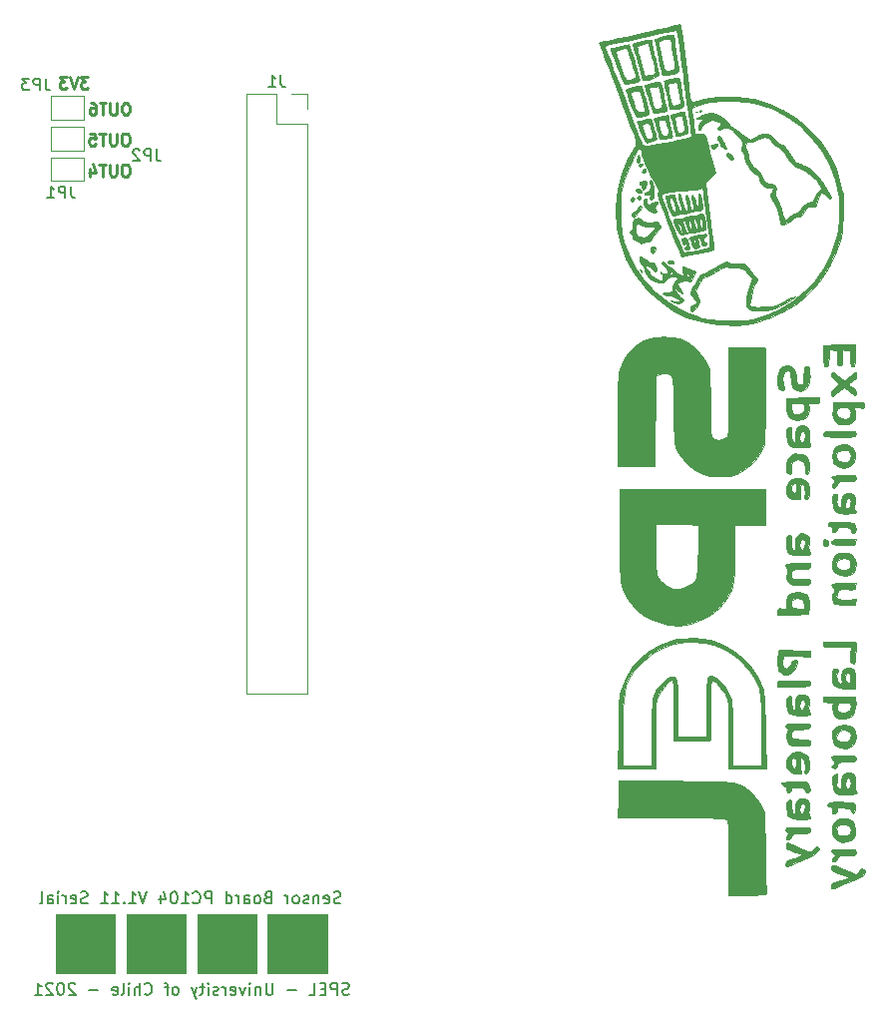
<source format=gbr>
G04 #@! TF.GenerationSoftware,KiCad,Pcbnew,(5.1.2)-2*
G04 #@! TF.CreationDate,2021-11-10T11:25:58-03:00*
G04 #@! TF.ProjectId,MAG_Plus,4d41475f-506c-4757-932e-6b696361645f,rev?*
G04 #@! TF.SameCoordinates,Original*
G04 #@! TF.FileFunction,Legend,Bot*
G04 #@! TF.FilePolarity,Positive*
%FSLAX46Y46*%
G04 Gerber Fmt 4.6, Leading zero omitted, Abs format (unit mm)*
G04 Created by KiCad (PCBNEW (5.1.2)-2) date 2021-11-10 11:25:58*
%MOMM*%
%LPD*%
G04 APERTURE LIST*
%ADD10C,0.250000*%
%ADD11C,0.150000*%
%ADD12C,0.100000*%
%ADD13C,0.010000*%
%ADD14C,0.120000*%
G04 APERTURE END LIST*
D10*
X49678095Y-50982380D02*
X49059047Y-50982380D01*
X49392380Y-51363333D01*
X49249523Y-51363333D01*
X49154285Y-51410952D01*
X49106666Y-51458571D01*
X49059047Y-51553809D01*
X49059047Y-51791904D01*
X49106666Y-51887142D01*
X49154285Y-51934761D01*
X49249523Y-51982380D01*
X49535238Y-51982380D01*
X49630476Y-51934761D01*
X49678095Y-51887142D01*
X48773333Y-50982380D02*
X48440000Y-51982380D01*
X48106666Y-50982380D01*
X47868571Y-50982380D02*
X47249523Y-50982380D01*
X47582857Y-51363333D01*
X47440000Y-51363333D01*
X47344761Y-51410952D01*
X47297142Y-51458571D01*
X47249523Y-51553809D01*
X47249523Y-51791904D01*
X47297142Y-51887142D01*
X47344761Y-51934761D01*
X47440000Y-51982380D01*
X47725714Y-51982380D01*
X47820952Y-51934761D01*
X47868571Y-51887142D01*
X52966190Y-53172380D02*
X52775714Y-53172380D01*
X52680476Y-53220000D01*
X52585238Y-53315238D01*
X52537619Y-53505714D01*
X52537619Y-53839047D01*
X52585238Y-54029523D01*
X52680476Y-54124761D01*
X52775714Y-54172380D01*
X52966190Y-54172380D01*
X53061428Y-54124761D01*
X53156666Y-54029523D01*
X53204285Y-53839047D01*
X53204285Y-53505714D01*
X53156666Y-53315238D01*
X53061428Y-53220000D01*
X52966190Y-53172380D01*
X52109047Y-53172380D02*
X52109047Y-53981904D01*
X52061428Y-54077142D01*
X52013809Y-54124761D01*
X51918571Y-54172380D01*
X51728095Y-54172380D01*
X51632857Y-54124761D01*
X51585238Y-54077142D01*
X51537619Y-53981904D01*
X51537619Y-53172380D01*
X51204285Y-53172380D02*
X50632857Y-53172380D01*
X50918571Y-54172380D02*
X50918571Y-53172380D01*
X49870952Y-53172380D02*
X50061428Y-53172380D01*
X50156666Y-53220000D01*
X50204285Y-53267619D01*
X50299523Y-53410476D01*
X50347142Y-53600952D01*
X50347142Y-53981904D01*
X50299523Y-54077142D01*
X50251904Y-54124761D01*
X50156666Y-54172380D01*
X49966190Y-54172380D01*
X49870952Y-54124761D01*
X49823333Y-54077142D01*
X49775714Y-53981904D01*
X49775714Y-53743809D01*
X49823333Y-53648571D01*
X49870952Y-53600952D01*
X49966190Y-53553333D01*
X50156666Y-53553333D01*
X50251904Y-53600952D01*
X50299523Y-53648571D01*
X50347142Y-53743809D01*
X52936190Y-55762380D02*
X52745714Y-55762380D01*
X52650476Y-55810000D01*
X52555238Y-55905238D01*
X52507619Y-56095714D01*
X52507619Y-56429047D01*
X52555238Y-56619523D01*
X52650476Y-56714761D01*
X52745714Y-56762380D01*
X52936190Y-56762380D01*
X53031428Y-56714761D01*
X53126666Y-56619523D01*
X53174285Y-56429047D01*
X53174285Y-56095714D01*
X53126666Y-55905238D01*
X53031428Y-55810000D01*
X52936190Y-55762380D01*
X52079047Y-55762380D02*
X52079047Y-56571904D01*
X52031428Y-56667142D01*
X51983809Y-56714761D01*
X51888571Y-56762380D01*
X51698095Y-56762380D01*
X51602857Y-56714761D01*
X51555238Y-56667142D01*
X51507619Y-56571904D01*
X51507619Y-55762380D01*
X51174285Y-55762380D02*
X50602857Y-55762380D01*
X50888571Y-56762380D02*
X50888571Y-55762380D01*
X49793333Y-55762380D02*
X50269523Y-55762380D01*
X50317142Y-56238571D01*
X50269523Y-56190952D01*
X50174285Y-56143333D01*
X49936190Y-56143333D01*
X49840952Y-56190952D01*
X49793333Y-56238571D01*
X49745714Y-56333809D01*
X49745714Y-56571904D01*
X49793333Y-56667142D01*
X49840952Y-56714761D01*
X49936190Y-56762380D01*
X50174285Y-56762380D01*
X50269523Y-56714761D01*
X50317142Y-56667142D01*
X52936190Y-58392380D02*
X52745714Y-58392380D01*
X52650476Y-58440000D01*
X52555238Y-58535238D01*
X52507619Y-58725714D01*
X52507619Y-59059047D01*
X52555238Y-59249523D01*
X52650476Y-59344761D01*
X52745714Y-59392380D01*
X52936190Y-59392380D01*
X53031428Y-59344761D01*
X53126666Y-59249523D01*
X53174285Y-59059047D01*
X53174285Y-58725714D01*
X53126666Y-58535238D01*
X53031428Y-58440000D01*
X52936190Y-58392380D01*
X52079047Y-58392380D02*
X52079047Y-59201904D01*
X52031428Y-59297142D01*
X51983809Y-59344761D01*
X51888571Y-59392380D01*
X51698095Y-59392380D01*
X51602857Y-59344761D01*
X51555238Y-59297142D01*
X51507619Y-59201904D01*
X51507619Y-58392380D01*
X51174285Y-58392380D02*
X50602857Y-58392380D01*
X50888571Y-59392380D02*
X50888571Y-58392380D01*
X49840952Y-58725714D02*
X49840952Y-59392380D01*
X50079047Y-58344761D02*
X50317142Y-59059047D01*
X49698095Y-59059047D01*
D11*
X71813333Y-128784761D02*
X71670476Y-128832380D01*
X71432380Y-128832380D01*
X71337142Y-128784761D01*
X71289523Y-128737142D01*
X71241904Y-128641904D01*
X71241904Y-128546666D01*
X71289523Y-128451428D01*
X71337142Y-128403809D01*
X71432380Y-128356190D01*
X71622857Y-128308571D01*
X71718095Y-128260952D01*
X71765714Y-128213333D01*
X71813333Y-128118095D01*
X71813333Y-128022857D01*
X71765714Y-127927619D01*
X71718095Y-127880000D01*
X71622857Y-127832380D01*
X71384761Y-127832380D01*
X71241904Y-127880000D01*
X70813333Y-128832380D02*
X70813333Y-127832380D01*
X70432380Y-127832380D01*
X70337142Y-127880000D01*
X70289523Y-127927619D01*
X70241904Y-128022857D01*
X70241904Y-128165714D01*
X70289523Y-128260952D01*
X70337142Y-128308571D01*
X70432380Y-128356190D01*
X70813333Y-128356190D01*
X69813333Y-128308571D02*
X69480000Y-128308571D01*
X69337142Y-128832380D02*
X69813333Y-128832380D01*
X69813333Y-127832380D01*
X69337142Y-127832380D01*
X68432380Y-128832380D02*
X68908571Y-128832380D01*
X68908571Y-127832380D01*
X67337142Y-128451428D02*
X66575238Y-128451428D01*
X65337142Y-127832380D02*
X65337142Y-128641904D01*
X65289523Y-128737142D01*
X65241904Y-128784761D01*
X65146666Y-128832380D01*
X64956190Y-128832380D01*
X64860952Y-128784761D01*
X64813333Y-128737142D01*
X64765714Y-128641904D01*
X64765714Y-127832380D01*
X64289523Y-128165714D02*
X64289523Y-128832380D01*
X64289523Y-128260952D02*
X64241904Y-128213333D01*
X64146666Y-128165714D01*
X64003809Y-128165714D01*
X63908571Y-128213333D01*
X63860952Y-128308571D01*
X63860952Y-128832380D01*
X63384761Y-128832380D02*
X63384761Y-128165714D01*
X63384761Y-127832380D02*
X63432380Y-127880000D01*
X63384761Y-127927619D01*
X63337142Y-127880000D01*
X63384761Y-127832380D01*
X63384761Y-127927619D01*
X63003809Y-128165714D02*
X62765714Y-128832380D01*
X62527619Y-128165714D01*
X61765714Y-128784761D02*
X61860952Y-128832380D01*
X62051428Y-128832380D01*
X62146666Y-128784761D01*
X62194285Y-128689523D01*
X62194285Y-128308571D01*
X62146666Y-128213333D01*
X62051428Y-128165714D01*
X61860952Y-128165714D01*
X61765714Y-128213333D01*
X61718095Y-128308571D01*
X61718095Y-128403809D01*
X62194285Y-128499047D01*
X61289523Y-128832380D02*
X61289523Y-128165714D01*
X61289523Y-128356190D02*
X61241904Y-128260952D01*
X61194285Y-128213333D01*
X61099047Y-128165714D01*
X61003809Y-128165714D01*
X60718095Y-128784761D02*
X60622857Y-128832380D01*
X60432380Y-128832380D01*
X60337142Y-128784761D01*
X60289523Y-128689523D01*
X60289523Y-128641904D01*
X60337142Y-128546666D01*
X60432380Y-128499047D01*
X60575238Y-128499047D01*
X60670476Y-128451428D01*
X60718095Y-128356190D01*
X60718095Y-128308571D01*
X60670476Y-128213333D01*
X60575238Y-128165714D01*
X60432380Y-128165714D01*
X60337142Y-128213333D01*
X59860952Y-128832380D02*
X59860952Y-128165714D01*
X59860952Y-127832380D02*
X59908571Y-127880000D01*
X59860952Y-127927619D01*
X59813333Y-127880000D01*
X59860952Y-127832380D01*
X59860952Y-127927619D01*
X59527619Y-128165714D02*
X59146666Y-128165714D01*
X59384761Y-127832380D02*
X59384761Y-128689523D01*
X59337142Y-128784761D01*
X59241904Y-128832380D01*
X59146666Y-128832380D01*
X58908571Y-128165714D02*
X58670476Y-128832380D01*
X58432380Y-128165714D02*
X58670476Y-128832380D01*
X58765714Y-129070476D01*
X58813333Y-129118095D01*
X58908571Y-129165714D01*
X57146666Y-128832380D02*
X57241904Y-128784761D01*
X57289523Y-128737142D01*
X57337142Y-128641904D01*
X57337142Y-128356190D01*
X57289523Y-128260952D01*
X57241904Y-128213333D01*
X57146666Y-128165714D01*
X57003809Y-128165714D01*
X56908571Y-128213333D01*
X56860952Y-128260952D01*
X56813333Y-128356190D01*
X56813333Y-128641904D01*
X56860952Y-128737142D01*
X56908571Y-128784761D01*
X57003809Y-128832380D01*
X57146666Y-128832380D01*
X56527619Y-128165714D02*
X56146666Y-128165714D01*
X56384761Y-128832380D02*
X56384761Y-127975238D01*
X56337142Y-127880000D01*
X56241904Y-127832380D01*
X56146666Y-127832380D01*
X54480000Y-128737142D02*
X54527619Y-128784761D01*
X54670476Y-128832380D01*
X54765714Y-128832380D01*
X54908571Y-128784761D01*
X55003809Y-128689523D01*
X55051428Y-128594285D01*
X55099047Y-128403809D01*
X55099047Y-128260952D01*
X55051428Y-128070476D01*
X55003809Y-127975238D01*
X54908571Y-127880000D01*
X54765714Y-127832380D01*
X54670476Y-127832380D01*
X54527619Y-127880000D01*
X54480000Y-127927619D01*
X54051428Y-128832380D02*
X54051428Y-127832380D01*
X53622857Y-128832380D02*
X53622857Y-128308571D01*
X53670476Y-128213333D01*
X53765714Y-128165714D01*
X53908571Y-128165714D01*
X54003809Y-128213333D01*
X54051428Y-128260952D01*
X53146666Y-128832380D02*
X53146666Y-128165714D01*
X53146666Y-127832380D02*
X53194285Y-127880000D01*
X53146666Y-127927619D01*
X53099047Y-127880000D01*
X53146666Y-127832380D01*
X53146666Y-127927619D01*
X52527619Y-128832380D02*
X52622857Y-128784761D01*
X52670476Y-128689523D01*
X52670476Y-127832380D01*
X51765714Y-128784761D02*
X51860952Y-128832380D01*
X52051428Y-128832380D01*
X52146666Y-128784761D01*
X52194285Y-128689523D01*
X52194285Y-128308571D01*
X52146666Y-128213333D01*
X52051428Y-128165714D01*
X51860952Y-128165714D01*
X51765714Y-128213333D01*
X51718095Y-128308571D01*
X51718095Y-128403809D01*
X52194285Y-128499047D01*
X50527619Y-128451428D02*
X49765714Y-128451428D01*
X48575238Y-127927619D02*
X48527619Y-127880000D01*
X48432380Y-127832380D01*
X48194285Y-127832380D01*
X48099047Y-127880000D01*
X48051428Y-127927619D01*
X48003809Y-128022857D01*
X48003809Y-128118095D01*
X48051428Y-128260952D01*
X48622857Y-128832380D01*
X48003809Y-128832380D01*
X47384761Y-127832380D02*
X47289523Y-127832380D01*
X47194285Y-127880000D01*
X47146666Y-127927619D01*
X47099047Y-128022857D01*
X47051428Y-128213333D01*
X47051428Y-128451428D01*
X47099047Y-128641904D01*
X47146666Y-128737142D01*
X47194285Y-128784761D01*
X47289523Y-128832380D01*
X47384761Y-128832380D01*
X47480000Y-128784761D01*
X47527619Y-128737142D01*
X47575238Y-128641904D01*
X47622857Y-128451428D01*
X47622857Y-128213333D01*
X47575238Y-128022857D01*
X47527619Y-127927619D01*
X47480000Y-127880000D01*
X47384761Y-127832380D01*
X46670476Y-127927619D02*
X46622857Y-127880000D01*
X46527619Y-127832380D01*
X46289523Y-127832380D01*
X46194285Y-127880000D01*
X46146666Y-127927619D01*
X46099047Y-128022857D01*
X46099047Y-128118095D01*
X46146666Y-128260952D01*
X46718095Y-128832380D01*
X46099047Y-128832380D01*
X45146666Y-128832380D02*
X45718095Y-128832380D01*
X45432380Y-128832380D02*
X45432380Y-127832380D01*
X45527619Y-127975238D01*
X45622857Y-128070476D01*
X45718095Y-128118095D01*
D12*
G36*
X51930000Y-127030000D02*
G01*
X46930000Y-127030000D01*
X46930000Y-122030000D01*
X51930000Y-122030000D01*
X51930000Y-127030000D01*
G37*
X51930000Y-127030000D02*
X46930000Y-127030000D01*
X46930000Y-122030000D01*
X51930000Y-122030000D01*
X51930000Y-127030000D01*
G36*
X57930000Y-127030000D02*
G01*
X52930000Y-127030000D01*
X52930000Y-122030000D01*
X57930000Y-122030000D01*
X57930000Y-127030000D01*
G37*
X57930000Y-127030000D02*
X52930000Y-127030000D01*
X52930000Y-122030000D01*
X57930000Y-122030000D01*
X57930000Y-127030000D01*
G36*
X63930000Y-127030000D02*
G01*
X58930000Y-127030000D01*
X58930000Y-122030000D01*
X63930000Y-122030000D01*
X63930000Y-127030000D01*
G37*
X63930000Y-127030000D02*
X58930000Y-127030000D01*
X58930000Y-122030000D01*
X63930000Y-122030000D01*
X63930000Y-127030000D01*
G36*
X69930000Y-127030000D02*
G01*
X64930000Y-127030000D01*
X64930000Y-122030000D01*
X69930000Y-122030000D01*
X69930000Y-127030000D01*
G37*
X69930000Y-127030000D02*
X64930000Y-127030000D01*
X64930000Y-122030000D01*
X69930000Y-122030000D01*
X69930000Y-127030000D01*
D11*
X71094285Y-121034761D02*
X70951428Y-121082380D01*
X70713333Y-121082380D01*
X70618095Y-121034761D01*
X70570476Y-120987142D01*
X70522857Y-120891904D01*
X70522857Y-120796666D01*
X70570476Y-120701428D01*
X70618095Y-120653809D01*
X70713333Y-120606190D01*
X70903809Y-120558571D01*
X70999047Y-120510952D01*
X71046666Y-120463333D01*
X71094285Y-120368095D01*
X71094285Y-120272857D01*
X71046666Y-120177619D01*
X70999047Y-120130000D01*
X70903809Y-120082380D01*
X70665714Y-120082380D01*
X70522857Y-120130000D01*
X69713333Y-121034761D02*
X69808571Y-121082380D01*
X69999047Y-121082380D01*
X70094285Y-121034761D01*
X70141904Y-120939523D01*
X70141904Y-120558571D01*
X70094285Y-120463333D01*
X69999047Y-120415714D01*
X69808571Y-120415714D01*
X69713333Y-120463333D01*
X69665714Y-120558571D01*
X69665714Y-120653809D01*
X70141904Y-120749047D01*
X69237142Y-120415714D02*
X69237142Y-121082380D01*
X69237142Y-120510952D02*
X69189523Y-120463333D01*
X69094285Y-120415714D01*
X68951428Y-120415714D01*
X68856190Y-120463333D01*
X68808571Y-120558571D01*
X68808571Y-121082380D01*
X68380000Y-121034761D02*
X68284761Y-121082380D01*
X68094285Y-121082380D01*
X67999047Y-121034761D01*
X67951428Y-120939523D01*
X67951428Y-120891904D01*
X67999047Y-120796666D01*
X68094285Y-120749047D01*
X68237142Y-120749047D01*
X68332380Y-120701428D01*
X68380000Y-120606190D01*
X68380000Y-120558571D01*
X68332380Y-120463333D01*
X68237142Y-120415714D01*
X68094285Y-120415714D01*
X67999047Y-120463333D01*
X67380000Y-121082380D02*
X67475238Y-121034761D01*
X67522857Y-120987142D01*
X67570476Y-120891904D01*
X67570476Y-120606190D01*
X67522857Y-120510952D01*
X67475238Y-120463333D01*
X67380000Y-120415714D01*
X67237142Y-120415714D01*
X67141904Y-120463333D01*
X67094285Y-120510952D01*
X67046666Y-120606190D01*
X67046666Y-120891904D01*
X67094285Y-120987142D01*
X67141904Y-121034761D01*
X67237142Y-121082380D01*
X67380000Y-121082380D01*
X66618095Y-121082380D02*
X66618095Y-120415714D01*
X66618095Y-120606190D02*
X66570476Y-120510952D01*
X66522857Y-120463333D01*
X66427619Y-120415714D01*
X66332380Y-120415714D01*
X64903809Y-120558571D02*
X64760952Y-120606190D01*
X64713333Y-120653809D01*
X64665714Y-120749047D01*
X64665714Y-120891904D01*
X64713333Y-120987142D01*
X64760952Y-121034761D01*
X64856190Y-121082380D01*
X65237142Y-121082380D01*
X65237142Y-120082380D01*
X64903809Y-120082380D01*
X64808571Y-120130000D01*
X64760952Y-120177619D01*
X64713333Y-120272857D01*
X64713333Y-120368095D01*
X64760952Y-120463333D01*
X64808571Y-120510952D01*
X64903809Y-120558571D01*
X65237142Y-120558571D01*
X64094285Y-121082380D02*
X64189523Y-121034761D01*
X64237142Y-120987142D01*
X64284761Y-120891904D01*
X64284761Y-120606190D01*
X64237142Y-120510952D01*
X64189523Y-120463333D01*
X64094285Y-120415714D01*
X63951428Y-120415714D01*
X63856190Y-120463333D01*
X63808571Y-120510952D01*
X63760952Y-120606190D01*
X63760952Y-120891904D01*
X63808571Y-120987142D01*
X63856190Y-121034761D01*
X63951428Y-121082380D01*
X64094285Y-121082380D01*
X62903809Y-121082380D02*
X62903809Y-120558571D01*
X62951428Y-120463333D01*
X63046666Y-120415714D01*
X63237142Y-120415714D01*
X63332380Y-120463333D01*
X62903809Y-121034761D02*
X62999047Y-121082380D01*
X63237142Y-121082380D01*
X63332380Y-121034761D01*
X63380000Y-120939523D01*
X63380000Y-120844285D01*
X63332380Y-120749047D01*
X63237142Y-120701428D01*
X62999047Y-120701428D01*
X62903809Y-120653809D01*
X62427619Y-121082380D02*
X62427619Y-120415714D01*
X62427619Y-120606190D02*
X62380000Y-120510952D01*
X62332380Y-120463333D01*
X62237142Y-120415714D01*
X62141904Y-120415714D01*
X61380000Y-121082380D02*
X61380000Y-120082380D01*
X61380000Y-121034761D02*
X61475238Y-121082380D01*
X61665714Y-121082380D01*
X61760952Y-121034761D01*
X61808571Y-120987142D01*
X61856190Y-120891904D01*
X61856190Y-120606190D01*
X61808571Y-120510952D01*
X61760952Y-120463333D01*
X61665714Y-120415714D01*
X61475238Y-120415714D01*
X61380000Y-120463333D01*
X60141904Y-121082380D02*
X60141904Y-120082380D01*
X59760952Y-120082380D01*
X59665714Y-120130000D01*
X59618095Y-120177619D01*
X59570476Y-120272857D01*
X59570476Y-120415714D01*
X59618095Y-120510952D01*
X59665714Y-120558571D01*
X59760952Y-120606190D01*
X60141904Y-120606190D01*
X58570476Y-120987142D02*
X58618095Y-121034761D01*
X58760952Y-121082380D01*
X58856190Y-121082380D01*
X58999047Y-121034761D01*
X59094285Y-120939523D01*
X59141904Y-120844285D01*
X59189523Y-120653809D01*
X59189523Y-120510952D01*
X59141904Y-120320476D01*
X59094285Y-120225238D01*
X58999047Y-120130000D01*
X58856190Y-120082380D01*
X58760952Y-120082380D01*
X58618095Y-120130000D01*
X58570476Y-120177619D01*
X57618095Y-121082380D02*
X58189523Y-121082380D01*
X57903809Y-121082380D02*
X57903809Y-120082380D01*
X57999047Y-120225238D01*
X58094285Y-120320476D01*
X58189523Y-120368095D01*
X56999047Y-120082380D02*
X56903809Y-120082380D01*
X56808571Y-120130000D01*
X56760952Y-120177619D01*
X56713333Y-120272857D01*
X56665714Y-120463333D01*
X56665714Y-120701428D01*
X56713333Y-120891904D01*
X56760952Y-120987142D01*
X56808571Y-121034761D01*
X56903809Y-121082380D01*
X56999047Y-121082380D01*
X57094285Y-121034761D01*
X57141904Y-120987142D01*
X57189523Y-120891904D01*
X57237142Y-120701428D01*
X57237142Y-120463333D01*
X57189523Y-120272857D01*
X57141904Y-120177619D01*
X57094285Y-120130000D01*
X56999047Y-120082380D01*
X55808571Y-120415714D02*
X55808571Y-121082380D01*
X56046666Y-120034761D02*
X56284761Y-120749047D01*
X55665714Y-120749047D01*
X54665714Y-120082380D02*
X54332380Y-121082380D01*
X53999047Y-120082380D01*
X53141904Y-121082380D02*
X53713333Y-121082380D01*
X53427619Y-121082380D02*
X53427619Y-120082380D01*
X53522857Y-120225238D01*
X53618095Y-120320476D01*
X53713333Y-120368095D01*
X52713333Y-120987142D02*
X52665714Y-121034761D01*
X52713333Y-121082380D01*
X52760952Y-121034761D01*
X52713333Y-120987142D01*
X52713333Y-121082380D01*
X51713333Y-121082380D02*
X52284761Y-121082380D01*
X51999047Y-121082380D02*
X51999047Y-120082380D01*
X52094285Y-120225238D01*
X52189523Y-120320476D01*
X52284761Y-120368095D01*
X50760952Y-121082380D02*
X51332380Y-121082380D01*
X51046666Y-121082380D02*
X51046666Y-120082380D01*
X51141904Y-120225238D01*
X51237142Y-120320476D01*
X51332380Y-120368095D01*
X49618095Y-121034761D02*
X49475238Y-121082380D01*
X49237142Y-121082380D01*
X49141904Y-121034761D01*
X49094285Y-120987142D01*
X49046666Y-120891904D01*
X49046666Y-120796666D01*
X49094285Y-120701428D01*
X49141904Y-120653809D01*
X49237142Y-120606190D01*
X49427619Y-120558571D01*
X49522857Y-120510952D01*
X49570476Y-120463333D01*
X49618095Y-120368095D01*
X49618095Y-120272857D01*
X49570476Y-120177619D01*
X49522857Y-120130000D01*
X49427619Y-120082380D01*
X49189523Y-120082380D01*
X49046666Y-120130000D01*
X48237142Y-121034761D02*
X48332380Y-121082380D01*
X48522857Y-121082380D01*
X48618095Y-121034761D01*
X48665714Y-120939523D01*
X48665714Y-120558571D01*
X48618095Y-120463333D01*
X48522857Y-120415714D01*
X48332380Y-120415714D01*
X48237142Y-120463333D01*
X48189523Y-120558571D01*
X48189523Y-120653809D01*
X48665714Y-120749047D01*
X47760952Y-121082380D02*
X47760952Y-120415714D01*
X47760952Y-120606190D02*
X47713333Y-120510952D01*
X47665714Y-120463333D01*
X47570476Y-120415714D01*
X47475238Y-120415714D01*
X47141904Y-121082380D02*
X47141904Y-120415714D01*
X47141904Y-120082380D02*
X47189523Y-120130000D01*
X47141904Y-120177619D01*
X47094285Y-120130000D01*
X47141904Y-120082380D01*
X47141904Y-120177619D01*
X46237142Y-121082380D02*
X46237142Y-120558571D01*
X46284761Y-120463333D01*
X46380000Y-120415714D01*
X46570476Y-120415714D01*
X46665714Y-120463333D01*
X46237142Y-121034761D02*
X46332380Y-121082380D01*
X46570476Y-121082380D01*
X46665714Y-121034761D01*
X46713333Y-120939523D01*
X46713333Y-120844285D01*
X46665714Y-120749047D01*
X46570476Y-120701428D01*
X46332380Y-120701428D01*
X46237142Y-120653809D01*
X45618095Y-121082380D02*
X45713333Y-121034761D01*
X45760952Y-120939523D01*
X45760952Y-120082380D01*
D13*
G36*
X94020867Y-48632422D02*
G01*
X94108885Y-48889967D01*
X94246051Y-49274630D01*
X94420499Y-49752911D01*
X94530546Y-50050491D01*
X94757953Y-50638808D01*
X94953413Y-51097198D01*
X95107220Y-51404771D01*
X95209667Y-51540634D01*
X95225051Y-51545394D01*
X95400756Y-51527104D01*
X95699991Y-51485814D01*
X95906531Y-51454282D01*
X96244127Y-51382391D01*
X96408858Y-51293538D01*
X96439416Y-51200113D01*
X96406357Y-51043555D01*
X96323519Y-50730037D01*
X96202314Y-50300716D01*
X96054153Y-49796744D01*
X96004733Y-49632449D01*
X95851771Y-49128298D01*
X95721179Y-48700942D01*
X95624121Y-48386684D01*
X95571762Y-48221823D01*
X95566042Y-48206099D01*
X95468767Y-48216263D01*
X95357120Y-48236575D01*
X95357120Y-48516816D01*
X95382769Y-48529844D01*
X95430444Y-48642449D01*
X95521190Y-48905737D01*
X95640015Y-49271340D01*
X95771923Y-49690892D01*
X95901921Y-50116024D01*
X96015016Y-50498369D01*
X96096212Y-50789559D01*
X96130516Y-50941227D01*
X96130597Y-50942194D01*
X96051127Y-51056607D01*
X95906531Y-51122207D01*
X95614740Y-51174803D01*
X95453703Y-51186136D01*
X95382415Y-51182003D01*
X95318839Y-51153225D01*
X95252670Y-51076746D01*
X95173608Y-50929514D01*
X95071350Y-50688475D01*
X94935594Y-50330576D01*
X94756038Y-49832764D01*
X94522379Y-49171986D01*
X94406487Y-48842750D01*
X94474074Y-48763572D01*
X94674152Y-48668562D01*
X94935499Y-48580549D01*
X95186895Y-48522358D01*
X95357120Y-48516816D01*
X95357120Y-48236575D01*
X95229283Y-48259833D01*
X94907567Y-48324244D01*
X94563597Y-48396930D01*
X94257348Y-48465323D01*
X94048799Y-48516859D01*
X93993863Y-48535494D01*
X94020867Y-48632422D01*
X94020867Y-48632422D01*
G37*
X94020867Y-48632422D02*
X94108885Y-48889967D01*
X94246051Y-49274630D01*
X94420499Y-49752911D01*
X94530546Y-50050491D01*
X94757953Y-50638808D01*
X94953413Y-51097198D01*
X95107220Y-51404771D01*
X95209667Y-51540634D01*
X95225051Y-51545394D01*
X95400756Y-51527104D01*
X95699991Y-51485814D01*
X95906531Y-51454282D01*
X96244127Y-51382391D01*
X96408858Y-51293538D01*
X96439416Y-51200113D01*
X96406357Y-51043555D01*
X96323519Y-50730037D01*
X96202314Y-50300716D01*
X96054153Y-49796744D01*
X96004733Y-49632449D01*
X95851771Y-49128298D01*
X95721179Y-48700942D01*
X95624121Y-48386684D01*
X95571762Y-48221823D01*
X95566042Y-48206099D01*
X95468767Y-48216263D01*
X95357120Y-48236575D01*
X95357120Y-48516816D01*
X95382769Y-48529844D01*
X95430444Y-48642449D01*
X95521190Y-48905737D01*
X95640015Y-49271340D01*
X95771923Y-49690892D01*
X95901921Y-50116024D01*
X96015016Y-50498369D01*
X96096212Y-50789559D01*
X96130516Y-50941227D01*
X96130597Y-50942194D01*
X96051127Y-51056607D01*
X95906531Y-51122207D01*
X95614740Y-51174803D01*
X95453703Y-51186136D01*
X95382415Y-51182003D01*
X95318839Y-51153225D01*
X95252670Y-51076746D01*
X95173608Y-50929514D01*
X95071350Y-50688475D01*
X94935594Y-50330576D01*
X94756038Y-49832764D01*
X94522379Y-49171986D01*
X94406487Y-48842750D01*
X94474074Y-48763572D01*
X94674152Y-48668562D01*
X94935499Y-48580549D01*
X95186895Y-48522358D01*
X95357120Y-48516816D01*
X95357120Y-48236575D01*
X95229283Y-48259833D01*
X94907567Y-48324244D01*
X94563597Y-48396930D01*
X94257348Y-48465323D01*
X94048799Y-48516859D01*
X93993863Y-48535494D01*
X94020867Y-48632422D01*
G36*
X95347685Y-52227076D02*
G01*
X95441744Y-52520222D01*
X95575651Y-52894095D01*
X95731230Y-53302193D01*
X95890307Y-53698014D01*
X96034707Y-54035059D01*
X96146254Y-54266825D01*
X96205130Y-54347140D01*
X96516890Y-54316419D01*
X96838375Y-54251293D01*
X97106069Y-54169009D01*
X97256452Y-54086811D01*
X97269561Y-54058138D01*
X97237492Y-53912956D01*
X97158935Y-53615518D01*
X97046495Y-53212314D01*
X96941049Y-52846327D01*
X96811436Y-52404703D01*
X96704541Y-52044722D01*
X96632759Y-51807855D01*
X96608709Y-51734433D01*
X96497596Y-51724876D01*
X96491831Y-51725785D01*
X96491831Y-52172449D01*
X96722416Y-52950000D01*
X96828635Y-53331431D01*
X96901502Y-53638725D01*
X96928044Y-53815868D01*
X96926534Y-53831225D01*
X96816274Y-53902101D01*
X96583801Y-53934666D01*
X96561017Y-53934898D01*
X96392534Y-53925406D01*
X96272339Y-53870992D01*
X96170188Y-53732748D01*
X96055840Y-53471766D01*
X95922460Y-53113388D01*
X95791432Y-52734369D01*
X95701581Y-52435600D01*
X95666823Y-52265092D01*
X95670532Y-52244298D01*
X95795651Y-52210330D01*
X96044002Y-52187062D01*
X96104971Y-52184585D01*
X96491831Y-52172449D01*
X96491831Y-51725785D01*
X96256499Y-51762894D01*
X95951405Y-51831864D01*
X95648301Y-51915165D01*
X95413176Y-51996174D01*
X95312016Y-52058271D01*
X95311648Y-52061156D01*
X95347685Y-52227076D01*
X95347685Y-52227076D01*
G37*
X95347685Y-52227076D02*
X95441744Y-52520222D01*
X95575651Y-52894095D01*
X95731230Y-53302193D01*
X95890307Y-53698014D01*
X96034707Y-54035059D01*
X96146254Y-54266825D01*
X96205130Y-54347140D01*
X96516890Y-54316419D01*
X96838375Y-54251293D01*
X97106069Y-54169009D01*
X97256452Y-54086811D01*
X97269561Y-54058138D01*
X97237492Y-53912956D01*
X97158935Y-53615518D01*
X97046495Y-53212314D01*
X96941049Y-52846327D01*
X96811436Y-52404703D01*
X96704541Y-52044722D01*
X96632759Y-51807855D01*
X96608709Y-51734433D01*
X96497596Y-51724876D01*
X96491831Y-51725785D01*
X96491831Y-52172449D01*
X96722416Y-52950000D01*
X96828635Y-53331431D01*
X96901502Y-53638725D01*
X96928044Y-53815868D01*
X96926534Y-53831225D01*
X96816274Y-53902101D01*
X96583801Y-53934666D01*
X96561017Y-53934898D01*
X96392534Y-53925406D01*
X96272339Y-53870992D01*
X96170188Y-53732748D01*
X96055840Y-53471766D01*
X95922460Y-53113388D01*
X95791432Y-52734369D01*
X95701581Y-52435600D01*
X95666823Y-52265092D01*
X95670532Y-52244298D01*
X95795651Y-52210330D01*
X96044002Y-52187062D01*
X96104971Y-52184585D01*
X96491831Y-52172449D01*
X96491831Y-51725785D01*
X96256499Y-51762894D01*
X95951405Y-51831864D01*
X95648301Y-51915165D01*
X95413176Y-51996174D01*
X95312016Y-52058271D01*
X95311648Y-52061156D01*
X95347685Y-52227076D01*
G36*
X96280331Y-54871548D02*
G01*
X96375969Y-55128386D01*
X96507970Y-55463508D01*
X96653918Y-55821827D01*
X96791396Y-56148253D01*
X96897989Y-56387698D01*
X96949881Y-56484145D01*
X97096839Y-56510335D01*
X97341474Y-56477926D01*
X97606898Y-56407186D01*
X97816226Y-56318380D01*
X97893082Y-56235532D01*
X97862344Y-56081640D01*
X97789351Y-55786803D01*
X97688706Y-55409476D01*
X97667998Y-55334490D01*
X97562872Y-54962879D01*
X97478651Y-54678022D01*
X97430494Y-54530863D01*
X97426199Y-54521964D01*
X97324367Y-54524449D01*
X97160016Y-54548845D01*
X97160016Y-54858630D01*
X97268234Y-54921723D01*
X97358229Y-55115427D01*
X97420641Y-55308140D01*
X97534944Y-55749302D01*
X97547926Y-56031555D01*
X97456089Y-56178809D01*
X97287857Y-56215715D01*
X97133696Y-56185282D01*
X97013549Y-56064366D01*
X96892506Y-55808541D01*
X96824087Y-55625471D01*
X96719560Y-55307569D01*
X96661974Y-55076706D01*
X96660924Y-54992096D01*
X96788145Y-54938474D01*
X96988954Y-54882112D01*
X97160016Y-54858630D01*
X97160016Y-54548845D01*
X97091851Y-54558964D01*
X96798244Y-54612204D01*
X96513138Y-54670864D01*
X96306128Y-54721638D01*
X96243470Y-54748083D01*
X96280331Y-54871548D01*
X96280331Y-54871548D01*
G37*
X96280331Y-54871548D02*
X96375969Y-55128386D01*
X96507970Y-55463508D01*
X96653918Y-55821827D01*
X96791396Y-56148253D01*
X96897989Y-56387698D01*
X96949881Y-56484145D01*
X97096839Y-56510335D01*
X97341474Y-56477926D01*
X97606898Y-56407186D01*
X97816226Y-56318380D01*
X97893082Y-56235532D01*
X97862344Y-56081640D01*
X97789351Y-55786803D01*
X97688706Y-55409476D01*
X97667998Y-55334490D01*
X97562872Y-54962879D01*
X97478651Y-54678022D01*
X97430494Y-54530863D01*
X97426199Y-54521964D01*
X97324367Y-54524449D01*
X97160016Y-54548845D01*
X97160016Y-54858630D01*
X97268234Y-54921723D01*
X97358229Y-55115427D01*
X97420641Y-55308140D01*
X97534944Y-55749302D01*
X97547926Y-56031555D01*
X97456089Y-56178809D01*
X97287857Y-56215715D01*
X97133696Y-56185282D01*
X97013549Y-56064366D01*
X96892506Y-55808541D01*
X96824087Y-55625471D01*
X96719560Y-55307569D01*
X96661974Y-55076706D01*
X96660924Y-54992096D01*
X96788145Y-54938474D01*
X96988954Y-54882112D01*
X97160016Y-54858630D01*
X97160016Y-54548845D01*
X97091851Y-54558964D01*
X96798244Y-54612204D01*
X96513138Y-54670864D01*
X96306128Y-54721638D01*
X96243470Y-54748083D01*
X96280331Y-54871548D01*
G36*
X95889937Y-48276255D02*
G01*
X95965962Y-48488084D01*
X96075039Y-48833672D01*
X96203488Y-49264582D01*
X96337629Y-49732379D01*
X96463782Y-50188628D01*
X96568267Y-50584893D01*
X96637405Y-50872738D01*
X96658164Y-50996299D01*
X96697468Y-51175889D01*
X96735919Y-51223093D01*
X96879477Y-51229619D01*
X97140520Y-51183018D01*
X97455985Y-51101626D01*
X97762811Y-51003776D01*
X97997936Y-50907804D01*
X98098297Y-50832044D01*
X98098572Y-50826917D01*
X98071518Y-50690033D01*
X98005839Y-50394424D01*
X97911266Y-49982993D01*
X97797531Y-49498646D01*
X97792383Y-49476939D01*
X97677255Y-48973969D01*
X97582290Y-48525439D01*
X97517368Y-48180383D01*
X97492382Y-47988353D01*
X97452864Y-47810775D01*
X97305563Y-47787475D01*
X97254286Y-47798015D01*
X97217267Y-47806357D01*
X97217267Y-48091250D01*
X97229838Y-48098597D01*
X97263206Y-48206100D01*
X97329483Y-48467371D01*
X97417441Y-48833581D01*
X97515851Y-49255904D01*
X97613485Y-49685512D01*
X97699115Y-50073579D01*
X97761512Y-50371275D01*
X97789449Y-50529775D01*
X97789762Y-50533474D01*
X97742671Y-50685806D01*
X97720027Y-50705490D01*
X97573201Y-50755591D01*
X97316074Y-50814861D01*
X97273645Y-50823040D01*
X96905808Y-50892047D01*
X96574639Y-49708865D01*
X96444916Y-49236703D01*
X96339032Y-48834759D01*
X96268170Y-48546634D01*
X96243470Y-48417497D01*
X96332300Y-48343713D01*
X96548913Y-48250008D01*
X96818491Y-48160569D01*
X97066215Y-48099587D01*
X97217267Y-48091250D01*
X97217267Y-47806357D01*
X97025327Y-47849615D01*
X96682285Y-47925237D01*
X96420514Y-47982243D01*
X96081571Y-48067240D01*
X95912741Y-48146594D01*
X95878349Y-48240071D01*
X95889937Y-48276255D01*
X95889937Y-48276255D01*
G37*
X95889937Y-48276255D02*
X95965962Y-48488084D01*
X96075039Y-48833672D01*
X96203488Y-49264582D01*
X96337629Y-49732379D01*
X96463782Y-50188628D01*
X96568267Y-50584893D01*
X96637405Y-50872738D01*
X96658164Y-50996299D01*
X96697468Y-51175889D01*
X96735919Y-51223093D01*
X96879477Y-51229619D01*
X97140520Y-51183018D01*
X97455985Y-51101626D01*
X97762811Y-51003776D01*
X97997936Y-50907804D01*
X98098297Y-50832044D01*
X98098572Y-50826917D01*
X98071518Y-50690033D01*
X98005839Y-50394424D01*
X97911266Y-49982993D01*
X97797531Y-49498646D01*
X97792383Y-49476939D01*
X97677255Y-48973969D01*
X97582290Y-48525439D01*
X97517368Y-48180383D01*
X97492382Y-47988353D01*
X97452864Y-47810775D01*
X97305563Y-47787475D01*
X97254286Y-47798015D01*
X97217267Y-47806357D01*
X97217267Y-48091250D01*
X97229838Y-48098597D01*
X97263206Y-48206100D01*
X97329483Y-48467371D01*
X97417441Y-48833581D01*
X97515851Y-49255904D01*
X97613485Y-49685512D01*
X97699115Y-50073579D01*
X97761512Y-50371275D01*
X97789449Y-50529775D01*
X97789762Y-50533474D01*
X97742671Y-50685806D01*
X97720027Y-50705490D01*
X97573201Y-50755591D01*
X97316074Y-50814861D01*
X97273645Y-50823040D01*
X96905808Y-50892047D01*
X96574639Y-49708865D01*
X96444916Y-49236703D01*
X96339032Y-48834759D01*
X96268170Y-48546634D01*
X96243470Y-48417497D01*
X96332300Y-48343713D01*
X96548913Y-48250008D01*
X96818491Y-48160569D01*
X97066215Y-48099587D01*
X97217267Y-48091250D01*
X97217267Y-47806357D01*
X97025327Y-47849615D01*
X96682285Y-47925237D01*
X96420514Y-47982243D01*
X96081571Y-48067240D01*
X95912741Y-48146594D01*
X95878349Y-48240071D01*
X95889937Y-48276255D01*
G36*
X96909632Y-51745633D02*
G01*
X96971387Y-51989938D01*
X97071762Y-52337739D01*
X97196085Y-52742836D01*
X97329684Y-53159032D01*
X97457886Y-53540126D01*
X97566020Y-53839922D01*
X97639413Y-54012219D01*
X97658645Y-54036119D01*
X97900078Y-54011522D01*
X98204962Y-53958505D01*
X98500199Y-53892756D01*
X98712688Y-53829960D01*
X98772522Y-53797102D01*
X98769072Y-53653837D01*
X98733794Y-53569827D01*
X98677381Y-53403699D01*
X98597970Y-53089093D01*
X98509083Y-52681637D01*
X98469722Y-52483470D01*
X98387201Y-52058785D01*
X98317544Y-51707608D01*
X98271275Y-51482667D01*
X98260622Y-51435631D01*
X98165056Y-51386163D01*
X98069357Y-51395187D01*
X98069357Y-51704071D01*
X98235398Y-52456628D01*
X98336516Y-52953347D01*
X98376363Y-53287632D01*
X98350386Y-53496488D01*
X98254031Y-53616920D01*
X98084169Y-53685555D01*
X97860118Y-53710949D01*
X97741360Y-53667017D01*
X97669799Y-53498657D01*
X97575457Y-53209267D01*
X97472940Y-52853942D01*
X97376851Y-52487773D01*
X97301795Y-52165852D01*
X97262377Y-51943273D01*
X97266025Y-51873908D01*
X97403658Y-51832383D01*
X97655483Y-51778775D01*
X97700699Y-51770448D01*
X98069357Y-51704071D01*
X98069357Y-51395187D01*
X97910070Y-51410209D01*
X97574245Y-51484406D01*
X97237252Y-51568174D01*
X96994678Y-51628214D01*
X96901168Y-51651020D01*
X96909632Y-51745633D01*
X96909632Y-51745633D01*
G37*
X96909632Y-51745633D02*
X96971387Y-51989938D01*
X97071762Y-52337739D01*
X97196085Y-52742836D01*
X97329684Y-53159032D01*
X97457886Y-53540126D01*
X97566020Y-53839922D01*
X97639413Y-54012219D01*
X97658645Y-54036119D01*
X97900078Y-54011522D01*
X98204962Y-53958505D01*
X98500199Y-53892756D01*
X98712688Y-53829960D01*
X98772522Y-53797102D01*
X98769072Y-53653837D01*
X98733794Y-53569827D01*
X98677381Y-53403699D01*
X98597970Y-53089093D01*
X98509083Y-52681637D01*
X98469722Y-52483470D01*
X98387201Y-52058785D01*
X98317544Y-51707608D01*
X98271275Y-51482667D01*
X98260622Y-51435631D01*
X98165056Y-51386163D01*
X98069357Y-51395187D01*
X98069357Y-51704071D01*
X98235398Y-52456628D01*
X98336516Y-52953347D01*
X98376363Y-53287632D01*
X98350386Y-53496488D01*
X98254031Y-53616920D01*
X98084169Y-53685555D01*
X97860118Y-53710949D01*
X97741360Y-53667017D01*
X97669799Y-53498657D01*
X97575457Y-53209267D01*
X97472940Y-52853942D01*
X97376851Y-52487773D01*
X97301795Y-52165852D01*
X97262377Y-51943273D01*
X97266025Y-51873908D01*
X97403658Y-51832383D01*
X97655483Y-51778775D01*
X97700699Y-51770448D01*
X98069357Y-51704071D01*
X98069357Y-51395187D01*
X97910070Y-51410209D01*
X97574245Y-51484406D01*
X97237252Y-51568174D01*
X96994678Y-51628214D01*
X96901168Y-51651020D01*
X96909632Y-51745633D01*
G36*
X97655938Y-54588810D02*
G01*
X97730150Y-54715122D01*
X97831460Y-54980656D01*
X97941228Y-55322395D01*
X98040812Y-55677320D01*
X98111573Y-55982414D01*
X98134869Y-56174661D01*
X98131493Y-56196483D01*
X98207372Y-56225054D01*
X98417042Y-56223172D01*
X98690358Y-56197832D01*
X98957175Y-56156026D01*
X99147348Y-56104749D01*
X99172245Y-56092713D01*
X99219460Y-56057970D01*
X99235174Y-55992762D01*
X99214269Y-55849863D01*
X99151627Y-55582047D01*
X99090066Y-55334490D01*
X99008463Y-54958230D01*
X98954903Y-54617499D01*
X98943372Y-54470071D01*
X98929014Y-54288577D01*
X98855122Y-54215737D01*
X98664487Y-54223233D01*
X98554573Y-54240804D01*
X98554573Y-54588264D01*
X98667640Y-54665317D01*
X98751975Y-54873520D01*
X98793799Y-55023470D01*
X98899599Y-55462984D01*
X98929090Y-55741564D01*
X98876863Y-55893121D01*
X98737508Y-55951570D01*
X98644957Y-55956531D01*
X98479834Y-55939854D01*
X98369081Y-55859223D01*
X98278691Y-55668739D01*
X98174658Y-55322503D01*
X98174327Y-55321311D01*
X98087573Y-54989581D01*
X98035101Y-54749446D01*
X98027738Y-54657515D01*
X98140764Y-54626365D01*
X98363365Y-54592940D01*
X98554573Y-54588264D01*
X98554573Y-54240804D01*
X98498368Y-54249790D01*
X98079336Y-54336732D01*
X97782876Y-54431788D01*
X97638244Y-54523184D01*
X97655938Y-54588810D01*
X97655938Y-54588810D01*
G37*
X97655938Y-54588810D02*
X97730150Y-54715122D01*
X97831460Y-54980656D01*
X97941228Y-55322395D01*
X98040812Y-55677320D01*
X98111573Y-55982414D01*
X98134869Y-56174661D01*
X98131493Y-56196483D01*
X98207372Y-56225054D01*
X98417042Y-56223172D01*
X98690358Y-56197832D01*
X98957175Y-56156026D01*
X99147348Y-56104749D01*
X99172245Y-56092713D01*
X99219460Y-56057970D01*
X99235174Y-55992762D01*
X99214269Y-55849863D01*
X99151627Y-55582047D01*
X99090066Y-55334490D01*
X99008463Y-54958230D01*
X98954903Y-54617499D01*
X98943372Y-54470071D01*
X98929014Y-54288577D01*
X98855122Y-54215737D01*
X98664487Y-54223233D01*
X98554573Y-54240804D01*
X98554573Y-54588264D01*
X98667640Y-54665317D01*
X98751975Y-54873520D01*
X98793799Y-55023470D01*
X98899599Y-55462984D01*
X98929090Y-55741564D01*
X98876863Y-55893121D01*
X98737508Y-55951570D01*
X98644957Y-55956531D01*
X98479834Y-55939854D01*
X98369081Y-55859223D01*
X98278691Y-55668739D01*
X98174658Y-55322503D01*
X98174327Y-55321311D01*
X98087573Y-54989581D01*
X98035101Y-54749446D01*
X98027738Y-54657515D01*
X98140764Y-54626365D01*
X98363365Y-54592940D01*
X98554573Y-54588264D01*
X98554573Y-54240804D01*
X98498368Y-54249790D01*
X98079336Y-54336732D01*
X97782876Y-54431788D01*
X97638244Y-54523184D01*
X97655938Y-54588810D01*
G36*
X97808026Y-48101082D02*
G01*
X97896361Y-48470597D01*
X97997195Y-48918493D01*
X98099759Y-49394250D01*
X98193284Y-49847347D01*
X98267002Y-50227267D01*
X98310145Y-50483489D01*
X98316939Y-50553220D01*
X98339786Y-50720985D01*
X98434538Y-50806505D01*
X98640512Y-50819013D01*
X98997023Y-50767743D01*
X99127395Y-50743555D01*
X99374481Y-50699328D01*
X99553366Y-50654650D01*
X99670180Y-50580049D01*
X99731052Y-50446052D01*
X99742111Y-50223186D01*
X99709486Y-49881978D01*
X99639308Y-49392956D01*
X99541549Y-48752129D01*
X99463971Y-48250170D01*
X99395407Y-47828529D01*
X99342452Y-47526215D01*
X99311704Y-47382237D01*
X99308799Y-47375874D01*
X99201247Y-47382653D01*
X98992747Y-47418321D01*
X98992747Y-47717546D01*
X99041335Y-47728641D01*
X99080689Y-47847811D01*
X99140871Y-48121026D01*
X99212995Y-48497126D01*
X99288172Y-48924948D01*
X99357517Y-49353333D01*
X99412142Y-49731119D01*
X99443160Y-50007145D01*
X99446475Y-50060970D01*
X99399114Y-50291636D01*
X99224082Y-50396493D01*
X98947180Y-50461637D01*
X98754102Y-50461960D01*
X98618612Y-50368139D01*
X98514477Y-50150855D01*
X98415461Y-49780789D01*
X98331736Y-49399184D01*
X98230861Y-48932108D01*
X98140464Y-48522212D01*
X98072669Y-48224018D01*
X98045873Y-48113661D01*
X98034852Y-47974790D01*
X98123610Y-47885712D01*
X98356714Y-47813177D01*
X98487676Y-47784043D01*
X98786889Y-47731843D01*
X98992747Y-47717546D01*
X98992747Y-47418321D01*
X98942282Y-47426955D01*
X98582570Y-47499853D01*
X98485360Y-47520945D01*
X98077247Y-47619401D01*
X97841159Y-47702863D01*
X97743978Y-47786477D01*
X97742959Y-47860466D01*
X97808026Y-48101082D01*
X97808026Y-48101082D01*
G37*
X97808026Y-48101082D02*
X97896361Y-48470597D01*
X97997195Y-48918493D01*
X98099759Y-49394250D01*
X98193284Y-49847347D01*
X98267002Y-50227267D01*
X98310145Y-50483489D01*
X98316939Y-50553220D01*
X98339786Y-50720985D01*
X98434538Y-50806505D01*
X98640512Y-50819013D01*
X98997023Y-50767743D01*
X99127395Y-50743555D01*
X99374481Y-50699328D01*
X99553366Y-50654650D01*
X99670180Y-50580049D01*
X99731052Y-50446052D01*
X99742111Y-50223186D01*
X99709486Y-49881978D01*
X99639308Y-49392956D01*
X99541549Y-48752129D01*
X99463971Y-48250170D01*
X99395407Y-47828529D01*
X99342452Y-47526215D01*
X99311704Y-47382237D01*
X99308799Y-47375874D01*
X99201247Y-47382653D01*
X98992747Y-47418321D01*
X98992747Y-47717546D01*
X99041335Y-47728641D01*
X99080689Y-47847811D01*
X99140871Y-48121026D01*
X99212995Y-48497126D01*
X99288172Y-48924948D01*
X99357517Y-49353333D01*
X99412142Y-49731119D01*
X99443160Y-50007145D01*
X99446475Y-50060970D01*
X99399114Y-50291636D01*
X99224082Y-50396493D01*
X98947180Y-50461637D01*
X98754102Y-50461960D01*
X98618612Y-50368139D01*
X98514477Y-50150855D01*
X98415461Y-49780789D01*
X98331736Y-49399184D01*
X98230861Y-48932108D01*
X98140464Y-48522212D01*
X98072669Y-48224018D01*
X98045873Y-48113661D01*
X98034852Y-47974790D01*
X98123610Y-47885712D01*
X98356714Y-47813177D01*
X98487676Y-47784043D01*
X98786889Y-47731843D01*
X98992747Y-47717546D01*
X98992747Y-47418321D01*
X98942282Y-47426955D01*
X98582570Y-47499853D01*
X98485360Y-47520945D01*
X98077247Y-47619401D01*
X97841159Y-47702863D01*
X97743978Y-47786477D01*
X97742959Y-47860466D01*
X97808026Y-48101082D01*
G36*
X98545086Y-51409570D02*
G01*
X98600896Y-51688418D01*
X98681829Y-52072598D01*
X98731717Y-52303186D01*
X98827445Y-52749229D01*
X98908590Y-53140911D01*
X98962807Y-53418060D01*
X98975314Y-53490577D01*
X99003363Y-53629585D01*
X99065978Y-53699674D01*
X99211844Y-53711081D01*
X99489643Y-53674043D01*
X99690613Y-53640991D01*
X99988124Y-53580178D01*
X100131931Y-53501627D01*
X100174569Y-53366240D01*
X100174877Y-53280587D01*
X100156110Y-53033645D01*
X100130541Y-52898164D01*
X100101238Y-52754223D01*
X100053782Y-52458061D01*
X99996519Y-52063104D01*
X99971567Y-51880725D01*
X99907153Y-51441989D01*
X99850223Y-51175566D01*
X99788996Y-51047319D01*
X99711693Y-51023111D01*
X99678964Y-51032781D01*
X99518071Y-51073841D01*
X99518071Y-51403941D01*
X99597420Y-51438034D01*
X99660979Y-51544345D01*
X99719426Y-51749555D01*
X99783440Y-52080344D01*
X99863697Y-52563393D01*
X99963521Y-53180301D01*
X99883561Y-53254742D01*
X99671916Y-53337872D01*
X99638776Y-53347323D01*
X99391525Y-53393025D01*
X99240192Y-53380892D01*
X99233822Y-53376206D01*
X99185481Y-53255247D01*
X99115235Y-52992646D01*
X99034996Y-52645438D01*
X98956676Y-52270659D01*
X98892187Y-51925347D01*
X98853440Y-51666538D01*
X98852348Y-51551267D01*
X98852628Y-51550973D01*
X98967177Y-51511743D01*
X99206594Y-51457764D01*
X99269290Y-51445687D01*
X99412253Y-51415385D01*
X99518071Y-51403941D01*
X99518071Y-51073841D01*
X99476899Y-51084349D01*
X99164302Y-51137965D01*
X99016735Y-51157517D01*
X98729994Y-51204657D01*
X98552459Y-51258557D01*
X98524286Y-51284601D01*
X98545086Y-51409570D01*
X98545086Y-51409570D01*
G37*
X98545086Y-51409570D02*
X98600896Y-51688418D01*
X98681829Y-52072598D01*
X98731717Y-52303186D01*
X98827445Y-52749229D01*
X98908590Y-53140911D01*
X98962807Y-53418060D01*
X98975314Y-53490577D01*
X99003363Y-53629585D01*
X99065978Y-53699674D01*
X99211844Y-53711081D01*
X99489643Y-53674043D01*
X99690613Y-53640991D01*
X99988124Y-53580178D01*
X100131931Y-53501627D01*
X100174569Y-53366240D01*
X100174877Y-53280587D01*
X100156110Y-53033645D01*
X100130541Y-52898164D01*
X100101238Y-52754223D01*
X100053782Y-52458061D01*
X99996519Y-52063104D01*
X99971567Y-51880725D01*
X99907153Y-51441989D01*
X99850223Y-51175566D01*
X99788996Y-51047319D01*
X99711693Y-51023111D01*
X99678964Y-51032781D01*
X99518071Y-51073841D01*
X99518071Y-51403941D01*
X99597420Y-51438034D01*
X99660979Y-51544345D01*
X99719426Y-51749555D01*
X99783440Y-52080344D01*
X99863697Y-52563393D01*
X99963521Y-53180301D01*
X99883561Y-53254742D01*
X99671916Y-53337872D01*
X99638776Y-53347323D01*
X99391525Y-53393025D01*
X99240192Y-53380892D01*
X99233822Y-53376206D01*
X99185481Y-53255247D01*
X99115235Y-52992646D01*
X99034996Y-52645438D01*
X98956676Y-52270659D01*
X98892187Y-51925347D01*
X98853440Y-51666538D01*
X98852348Y-51551267D01*
X98852628Y-51550973D01*
X98967177Y-51511743D01*
X99206594Y-51457764D01*
X99269290Y-51445687D01*
X99412253Y-51415385D01*
X99518071Y-51403941D01*
X99518071Y-51073841D01*
X99476899Y-51084349D01*
X99164302Y-51137965D01*
X99016735Y-51157517D01*
X98729994Y-51204657D01*
X98552459Y-51258557D01*
X98524286Y-51284601D01*
X98545086Y-51409570D01*
G36*
X99087427Y-54278820D02*
G01*
X99120991Y-54324901D01*
X99189361Y-54486483D01*
X99272057Y-54788545D01*
X99351529Y-55166684D01*
X99353761Y-55178980D01*
X99423504Y-55546519D01*
X99483385Y-55829158D01*
X99521096Y-55969057D01*
X99522481Y-55971822D01*
X99637255Y-55991858D01*
X99870692Y-55955824D01*
X100148615Y-55883836D01*
X100396846Y-55796012D01*
X100541207Y-55712469D01*
X100552962Y-55692352D01*
X100545422Y-55549944D01*
X100506725Y-55259666D01*
X100444581Y-54877321D01*
X100425184Y-54767765D01*
X100351941Y-54380115D01*
X100288845Y-54080238D01*
X100246833Y-53919099D01*
X100240203Y-53905645D01*
X100127567Y-53907206D01*
X100003003Y-53930794D01*
X100003003Y-54270372D01*
X100108313Y-54370182D01*
X100129630Y-54444944D01*
X100190443Y-54733534D01*
X100218835Y-54867959D01*
X100278936Y-55271591D01*
X100245040Y-55522959D01*
X100108020Y-55658982D01*
X100015318Y-55691154D01*
X99806741Y-55731227D01*
X99716555Y-55728311D01*
X99678350Y-55611936D01*
X99619313Y-55361995D01*
X99553902Y-55049240D01*
X99496576Y-54744426D01*
X99461795Y-54518307D01*
X99457347Y-54459930D01*
X99547619Y-54349572D01*
X99765311Y-54276111D01*
X99770809Y-54275283D01*
X100003003Y-54270372D01*
X100003003Y-53930794D01*
X99885029Y-53953135D01*
X99752914Y-53985040D01*
X99373235Y-54085053D01*
X99159418Y-54154632D01*
X99075977Y-54212859D01*
X99087427Y-54278820D01*
X99087427Y-54278820D01*
G37*
X99087427Y-54278820D02*
X99120991Y-54324901D01*
X99189361Y-54486483D01*
X99272057Y-54788545D01*
X99351529Y-55166684D01*
X99353761Y-55178980D01*
X99423504Y-55546519D01*
X99483385Y-55829158D01*
X99521096Y-55969057D01*
X99522481Y-55971822D01*
X99637255Y-55991858D01*
X99870692Y-55955824D01*
X100148615Y-55883836D01*
X100396846Y-55796012D01*
X100541207Y-55712469D01*
X100552962Y-55692352D01*
X100545422Y-55549944D01*
X100506725Y-55259666D01*
X100444581Y-54877321D01*
X100425184Y-54767765D01*
X100351941Y-54380115D01*
X100288845Y-54080238D01*
X100246833Y-53919099D01*
X100240203Y-53905645D01*
X100127567Y-53907206D01*
X100003003Y-53930794D01*
X100003003Y-54270372D01*
X100108313Y-54370182D01*
X100129630Y-54444944D01*
X100190443Y-54733534D01*
X100218835Y-54867959D01*
X100278936Y-55271591D01*
X100245040Y-55522959D01*
X100108020Y-55658982D01*
X100015318Y-55691154D01*
X99806741Y-55731227D01*
X99716555Y-55728311D01*
X99678350Y-55611936D01*
X99619313Y-55361995D01*
X99553902Y-55049240D01*
X99496576Y-54744426D01*
X99461795Y-54518307D01*
X99457347Y-54459930D01*
X99547619Y-54349572D01*
X99765311Y-54276111D01*
X99770809Y-54275283D01*
X100003003Y-54270372D01*
X100003003Y-53930794D01*
X99885029Y-53953135D01*
X99752914Y-53985040D01*
X99373235Y-54085053D01*
X99159418Y-54154632D01*
X99075977Y-54212859D01*
X99087427Y-54278820D01*
G36*
X100079548Y-64957493D02*
G01*
X100129711Y-65044712D01*
X100226846Y-65191952D01*
X100251527Y-65183474D01*
X100244751Y-65157551D01*
X100238094Y-65007130D01*
X100277897Y-64976123D01*
X100372030Y-65062358D01*
X100420448Y-65183470D01*
X100426262Y-65348785D01*
X100380703Y-65390817D01*
X100289402Y-65469996D01*
X100286735Y-65494490D01*
X100373567Y-65578723D01*
X100494082Y-65598164D01*
X100661811Y-65536485D01*
X100679972Y-65342156D01*
X100650476Y-65235306D01*
X100603948Y-65063805D01*
X100551534Y-64840641D01*
X100478119Y-64638605D01*
X100349058Y-64598155D01*
X100257363Y-64620254D01*
X100052919Y-64693125D01*
X100000720Y-64782023D01*
X100079548Y-64957493D01*
X100079548Y-64957493D01*
G37*
X100079548Y-64957493D02*
X100129711Y-65044712D01*
X100226846Y-65191952D01*
X100251527Y-65183474D01*
X100244751Y-65157551D01*
X100238094Y-65007130D01*
X100277897Y-64976123D01*
X100372030Y-65062358D01*
X100420448Y-65183470D01*
X100426262Y-65348785D01*
X100380703Y-65390817D01*
X100289402Y-65469996D01*
X100286735Y-65494490D01*
X100373567Y-65578723D01*
X100494082Y-65598164D01*
X100661811Y-65536485D01*
X100679972Y-65342156D01*
X100650476Y-65235306D01*
X100603948Y-65063805D01*
X100551534Y-64840641D01*
X100478119Y-64638605D01*
X100349058Y-64598155D01*
X100257363Y-64620254D01*
X100052919Y-64693125D01*
X100000720Y-64782023D01*
X100079548Y-64957493D01*
G36*
X98726756Y-61482052D02*
G01*
X98857022Y-61863503D01*
X99033451Y-62308390D01*
X99050750Y-62349170D01*
X99171620Y-62611790D01*
X99280982Y-62723680D01*
X99448502Y-62724910D01*
X99631149Y-62682990D01*
X100000119Y-62601778D01*
X100358143Y-62537010D01*
X100378872Y-62533908D01*
X100644609Y-62483045D01*
X100816190Y-62428925D01*
X100822924Y-62425108D01*
X100980872Y-62374942D01*
X101246573Y-62327047D01*
X101289454Y-62321435D01*
X101573004Y-62283300D01*
X101740378Y-62226246D01*
X101811257Y-62106734D01*
X101805319Y-61881226D01*
X101742244Y-61506184D01*
X101717940Y-61373470D01*
X101631761Y-61011774D01*
X101551122Y-60854829D01*
X101488768Y-60901558D01*
X101457442Y-61150886D01*
X101458772Y-61395334D01*
X101448801Y-61760902D01*
X101395908Y-61935509D01*
X101314834Y-61914599D01*
X101220316Y-61693616D01*
X101167959Y-61485229D01*
X101084178Y-61192835D01*
X100989240Y-60999900D01*
X100946568Y-60962497D01*
X100890733Y-61000916D01*
X100894969Y-61189069D01*
X100959826Y-61551129D01*
X100959973Y-61551832D01*
X101022320Y-61934631D01*
X101023890Y-62176463D01*
X100993038Y-62240773D01*
X100919978Y-62275406D01*
X100865762Y-62243874D01*
X100811545Y-62107600D01*
X100738487Y-61828008D01*
X100687093Y-61614425D01*
X100591987Y-61283602D01*
X100493542Y-61045840D01*
X100426054Y-60962018D01*
X100373926Y-61014707D01*
X100392250Y-61239583D01*
X100449699Y-61516804D01*
X100515550Y-61849664D01*
X100543905Y-62099967D01*
X100534677Y-62195128D01*
X100426505Y-62279339D01*
X100314372Y-62176360D01*
X100192071Y-61878282D01*
X100133776Y-61684490D01*
X100014688Y-61266134D01*
X99935164Y-61011848D01*
X99879515Y-60885855D01*
X99832053Y-60852376D01*
X99778666Y-60874656D01*
X99756717Y-60998029D01*
X99797495Y-61264481D01*
X99880816Y-61581023D01*
X100006870Y-62018287D01*
X100065421Y-62293314D01*
X100059905Y-62438701D01*
X99993753Y-62487046D01*
X99976358Y-62487959D01*
X99900980Y-62395726D01*
X99792812Y-62150936D01*
X99672201Y-61801455D01*
X99641705Y-61700678D01*
X99410083Y-60913397D01*
X99085446Y-60966079D01*
X99085446Y-61145579D01*
X99206658Y-61209202D01*
X99336894Y-61461881D01*
X99395152Y-61632653D01*
X99518316Y-62096254D01*
X99546220Y-62376095D01*
X99478853Y-62472001D01*
X99443333Y-62466009D01*
X99333548Y-62347038D01*
X99203940Y-62098726D01*
X99082600Y-61793470D01*
X98997620Y-61503662D01*
X98977092Y-61301699D01*
X98982808Y-61279200D01*
X99085446Y-61145579D01*
X99085446Y-60966079D01*
X99058013Y-60970531D01*
X98807139Y-61022163D01*
X98662508Y-61072300D01*
X98656618Y-61076988D01*
X98655630Y-61205920D01*
X98726756Y-61482052D01*
X98726756Y-61482052D01*
G37*
X98726756Y-61482052D02*
X98857022Y-61863503D01*
X99033451Y-62308390D01*
X99050750Y-62349170D01*
X99171620Y-62611790D01*
X99280982Y-62723680D01*
X99448502Y-62724910D01*
X99631149Y-62682990D01*
X100000119Y-62601778D01*
X100358143Y-62537010D01*
X100378872Y-62533908D01*
X100644609Y-62483045D01*
X100816190Y-62428925D01*
X100822924Y-62425108D01*
X100980872Y-62374942D01*
X101246573Y-62327047D01*
X101289454Y-62321435D01*
X101573004Y-62283300D01*
X101740378Y-62226246D01*
X101811257Y-62106734D01*
X101805319Y-61881226D01*
X101742244Y-61506184D01*
X101717940Y-61373470D01*
X101631761Y-61011774D01*
X101551122Y-60854829D01*
X101488768Y-60901558D01*
X101457442Y-61150886D01*
X101458772Y-61395334D01*
X101448801Y-61760902D01*
X101395908Y-61935509D01*
X101314834Y-61914599D01*
X101220316Y-61693616D01*
X101167959Y-61485229D01*
X101084178Y-61192835D01*
X100989240Y-60999900D01*
X100946568Y-60962497D01*
X100890733Y-61000916D01*
X100894969Y-61189069D01*
X100959826Y-61551129D01*
X100959973Y-61551832D01*
X101022320Y-61934631D01*
X101023890Y-62176463D01*
X100993038Y-62240773D01*
X100919978Y-62275406D01*
X100865762Y-62243874D01*
X100811545Y-62107600D01*
X100738487Y-61828008D01*
X100687093Y-61614425D01*
X100591987Y-61283602D01*
X100493542Y-61045840D01*
X100426054Y-60962018D01*
X100373926Y-61014707D01*
X100392250Y-61239583D01*
X100449699Y-61516804D01*
X100515550Y-61849664D01*
X100543905Y-62099967D01*
X100534677Y-62195128D01*
X100426505Y-62279339D01*
X100314372Y-62176360D01*
X100192071Y-61878282D01*
X100133776Y-61684490D01*
X100014688Y-61266134D01*
X99935164Y-61011848D01*
X99879515Y-60885855D01*
X99832053Y-60852376D01*
X99778666Y-60874656D01*
X99756717Y-60998029D01*
X99797495Y-61264481D01*
X99880816Y-61581023D01*
X100006870Y-62018287D01*
X100065421Y-62293314D01*
X100059905Y-62438701D01*
X99993753Y-62487046D01*
X99976358Y-62487959D01*
X99900980Y-62395726D01*
X99792812Y-62150936D01*
X99672201Y-61801455D01*
X99641705Y-61700678D01*
X99410083Y-60913397D01*
X99085446Y-60966079D01*
X99085446Y-61145579D01*
X99206658Y-61209202D01*
X99336894Y-61461881D01*
X99395152Y-61632653D01*
X99518316Y-62096254D01*
X99546220Y-62376095D01*
X99478853Y-62472001D01*
X99443333Y-62466009D01*
X99333548Y-62347038D01*
X99203940Y-62098726D01*
X99082600Y-61793470D01*
X98997620Y-61503662D01*
X98977092Y-61301699D01*
X98982808Y-61279200D01*
X99085446Y-61145579D01*
X99085446Y-60966079D01*
X99058013Y-60970531D01*
X98807139Y-61022163D01*
X98662508Y-61072300D01*
X98656618Y-61076988D01*
X98655630Y-61205920D01*
X98726756Y-61482052D01*
G36*
X99427201Y-63447023D02*
G01*
X99544978Y-63749470D01*
X99684552Y-64040870D01*
X99818764Y-64257607D01*
X99908785Y-64335702D01*
X100079135Y-64327717D01*
X100397202Y-64278795D01*
X100809462Y-64197934D01*
X101063957Y-64141493D01*
X102049184Y-63913828D01*
X102037158Y-63537832D01*
X102016283Y-63222547D01*
X101981909Y-62967032D01*
X101979251Y-62954490D01*
X101907678Y-62674658D01*
X101821947Y-62557135D01*
X101666854Y-62560987D01*
X101575127Y-62587829D01*
X101575127Y-62924462D01*
X101669102Y-62928615D01*
X101756339Y-63083865D01*
X101768671Y-63135919D01*
X101822490Y-63503523D01*
X101805551Y-63694164D01*
X101750255Y-63732041D01*
X101656296Y-63640971D01*
X101575764Y-63417514D01*
X101533771Y-63136302D01*
X101532232Y-63084082D01*
X101575127Y-62924462D01*
X101575127Y-62587829D01*
X101510331Y-62606791D01*
X101166391Y-62693334D01*
X101078643Y-62708793D01*
X101078643Y-62916406D01*
X101131106Y-62924840D01*
X101241041Y-63040712D01*
X101333263Y-63266721D01*
X101394350Y-63534560D01*
X101410882Y-63775924D01*
X101369436Y-63922508D01*
X101330456Y-63939388D01*
X101254636Y-63900917D01*
X101187194Y-63759206D01*
X101113209Y-63474812D01*
X101061090Y-63227307D01*
X101031113Y-62992754D01*
X101078643Y-62916406D01*
X101078643Y-62708793D01*
X100787428Y-62760101D01*
X100754691Y-62764256D01*
X100645363Y-62783228D01*
X100645363Y-63131508D01*
X100746891Y-63145492D01*
X100809152Y-63216676D01*
X100876490Y-63399402D01*
X100904123Y-63623213D01*
X100891624Y-63814489D01*
X100838565Y-63899608D01*
X100813079Y-63892481D01*
X100722339Y-63753820D01*
X100649965Y-63516717D01*
X100617148Y-63277325D01*
X100645080Y-63131794D01*
X100645363Y-63131508D01*
X100645363Y-62783228D01*
X100464862Y-62814553D01*
X100262655Y-62876820D01*
X100236324Y-62891937D01*
X100174245Y-62913600D01*
X100174245Y-63077348D01*
X100257198Y-63107988D01*
X100361772Y-63311514D01*
X100422186Y-63487306D01*
X100529007Y-63846364D01*
X100575673Y-64047153D01*
X100565170Y-64128907D01*
X100500481Y-64130858D01*
X100470441Y-64121576D01*
X100359887Y-63998762D01*
X100253312Y-63753135D01*
X100173169Y-63463852D01*
X100141911Y-63210075D01*
X100174245Y-63077348D01*
X100174245Y-62913600D01*
X100067358Y-62950900D01*
X99798103Y-62989558D01*
X99773799Y-62991185D01*
X99741136Y-62994764D01*
X99741136Y-63330818D01*
X99791426Y-63342312D01*
X99895944Y-63450375D01*
X99991387Y-63657822D01*
X100056795Y-63891604D01*
X100071205Y-64078674D01*
X100022261Y-64146735D01*
X99954608Y-64062558D01*
X99850480Y-63862100D01*
X99745552Y-63623467D01*
X99675499Y-63424768D01*
X99664694Y-63363874D01*
X99741136Y-63330818D01*
X99741136Y-62994764D01*
X99519596Y-63019040D01*
X99372088Y-63058540D01*
X99365665Y-63063451D01*
X99358378Y-63197144D01*
X99427201Y-63447023D01*
X99427201Y-63447023D01*
G37*
X99427201Y-63447023D02*
X99544978Y-63749470D01*
X99684552Y-64040870D01*
X99818764Y-64257607D01*
X99908785Y-64335702D01*
X100079135Y-64327717D01*
X100397202Y-64278795D01*
X100809462Y-64197934D01*
X101063957Y-64141493D01*
X102049184Y-63913828D01*
X102037158Y-63537832D01*
X102016283Y-63222547D01*
X101981909Y-62967032D01*
X101979251Y-62954490D01*
X101907678Y-62674658D01*
X101821947Y-62557135D01*
X101666854Y-62560987D01*
X101575127Y-62587829D01*
X101575127Y-62924462D01*
X101669102Y-62928615D01*
X101756339Y-63083865D01*
X101768671Y-63135919D01*
X101822490Y-63503523D01*
X101805551Y-63694164D01*
X101750255Y-63732041D01*
X101656296Y-63640971D01*
X101575764Y-63417514D01*
X101533771Y-63136302D01*
X101532232Y-63084082D01*
X101575127Y-62924462D01*
X101575127Y-62587829D01*
X101510331Y-62606791D01*
X101166391Y-62693334D01*
X101078643Y-62708793D01*
X101078643Y-62916406D01*
X101131106Y-62924840D01*
X101241041Y-63040712D01*
X101333263Y-63266721D01*
X101394350Y-63534560D01*
X101410882Y-63775924D01*
X101369436Y-63922508D01*
X101330456Y-63939388D01*
X101254636Y-63900917D01*
X101187194Y-63759206D01*
X101113209Y-63474812D01*
X101061090Y-63227307D01*
X101031113Y-62992754D01*
X101078643Y-62916406D01*
X101078643Y-62708793D01*
X100787428Y-62760101D01*
X100754691Y-62764256D01*
X100645363Y-62783228D01*
X100645363Y-63131508D01*
X100746891Y-63145492D01*
X100809152Y-63216676D01*
X100876490Y-63399402D01*
X100904123Y-63623213D01*
X100891624Y-63814489D01*
X100838565Y-63899608D01*
X100813079Y-63892481D01*
X100722339Y-63753820D01*
X100649965Y-63516717D01*
X100617148Y-63277325D01*
X100645080Y-63131794D01*
X100645363Y-63131508D01*
X100645363Y-62783228D01*
X100464862Y-62814553D01*
X100262655Y-62876820D01*
X100236324Y-62891937D01*
X100174245Y-62913600D01*
X100174245Y-63077348D01*
X100257198Y-63107988D01*
X100361772Y-63311514D01*
X100422186Y-63487306D01*
X100529007Y-63846364D01*
X100575673Y-64047153D01*
X100565170Y-64128907D01*
X100500481Y-64130858D01*
X100470441Y-64121576D01*
X100359887Y-63998762D01*
X100253312Y-63753135D01*
X100173169Y-63463852D01*
X100141911Y-63210075D01*
X100174245Y-63077348D01*
X100174245Y-62913600D01*
X100067358Y-62950900D01*
X99798103Y-62989558D01*
X99773799Y-62991185D01*
X99741136Y-62994764D01*
X99741136Y-63330818D01*
X99791426Y-63342312D01*
X99895944Y-63450375D01*
X99991387Y-63657822D01*
X100056795Y-63891604D01*
X100071205Y-64078674D01*
X100022261Y-64146735D01*
X99954608Y-64062558D01*
X99850480Y-63862100D01*
X99745552Y-63623467D01*
X99675499Y-63424768D01*
X99664694Y-63363874D01*
X99741136Y-63330818D01*
X99741136Y-62994764D01*
X99519596Y-63019040D01*
X99372088Y-63058540D01*
X99365665Y-63063451D01*
X99358378Y-63197144D01*
X99427201Y-63447023D01*
G36*
X100651386Y-64664648D02*
G01*
X100675037Y-64665102D01*
X100760421Y-64756701D01*
X100838104Y-64985637D01*
X100856939Y-65079796D01*
X100918675Y-65347028D01*
X101016784Y-65465790D01*
X101203530Y-65494352D01*
X101228909Y-65494490D01*
X101431685Y-65470123D01*
X101516734Y-65368382D01*
X101499188Y-65146311D01*
X101436528Y-64905174D01*
X101391899Y-64654020D01*
X101452842Y-64536099D01*
X101476371Y-64524939D01*
X101586871Y-64576239D01*
X101666810Y-64829268D01*
X101675558Y-64880306D01*
X101745299Y-65156357D01*
X101856996Y-65273279D01*
X101946736Y-65287143D01*
X102116843Y-65219254D01*
X102152857Y-65125514D01*
X102105925Y-65015855D01*
X102056648Y-65023346D01*
X101956473Y-64987370D01*
X101889331Y-64858765D01*
X101888346Y-64635930D01*
X101985540Y-64541088D01*
X102145352Y-64401180D01*
X102120634Y-64302449D01*
X101934161Y-64290435D01*
X101867755Y-64305545D01*
X101577248Y-64373278D01*
X101218986Y-64442720D01*
X101141047Y-64456009D01*
X101116123Y-64461379D01*
X101116123Y-64768776D01*
X101189012Y-64858035D01*
X101212509Y-65053878D01*
X101199909Y-65238287D01*
X101163150Y-65231773D01*
X101116123Y-65131633D01*
X101029962Y-64889394D01*
X101050218Y-64783776D01*
X101116123Y-64768776D01*
X101116123Y-64461379D01*
X100868077Y-64514828D01*
X100668232Y-64581432D01*
X100582380Y-64637485D01*
X100651386Y-64664648D01*
X100651386Y-64664648D01*
G37*
X100651386Y-64664648D02*
X100675037Y-64665102D01*
X100760421Y-64756701D01*
X100838104Y-64985637D01*
X100856939Y-65079796D01*
X100918675Y-65347028D01*
X101016784Y-65465790D01*
X101203530Y-65494352D01*
X101228909Y-65494490D01*
X101431685Y-65470123D01*
X101516734Y-65368382D01*
X101499188Y-65146311D01*
X101436528Y-64905174D01*
X101391899Y-64654020D01*
X101452842Y-64536099D01*
X101476371Y-64524939D01*
X101586871Y-64576239D01*
X101666810Y-64829268D01*
X101675558Y-64880306D01*
X101745299Y-65156357D01*
X101856996Y-65273279D01*
X101946736Y-65287143D01*
X102116843Y-65219254D01*
X102152857Y-65125514D01*
X102105925Y-65015855D01*
X102056648Y-65023346D01*
X101956473Y-64987370D01*
X101889331Y-64858765D01*
X101888346Y-64635930D01*
X101985540Y-64541088D01*
X102145352Y-64401180D01*
X102120634Y-64302449D01*
X101934161Y-64290435D01*
X101867755Y-64305545D01*
X101577248Y-64373278D01*
X101218986Y-64442720D01*
X101141047Y-64456009D01*
X101116123Y-64461379D01*
X101116123Y-64768776D01*
X101189012Y-64858035D01*
X101212509Y-65053878D01*
X101199909Y-65238287D01*
X101163150Y-65231773D01*
X101116123Y-65131633D01*
X101029962Y-64889394D01*
X101050218Y-64783776D01*
X101116123Y-64768776D01*
X101116123Y-64461379D01*
X100868077Y-64514828D01*
X100668232Y-64581432D01*
X100582380Y-64637485D01*
X100651386Y-64664648D01*
G36*
X95779724Y-61508189D02*
G01*
X95895331Y-61512101D01*
X95999533Y-61378596D01*
X96017806Y-61313042D01*
X95973147Y-61165078D01*
X95888214Y-61140204D01*
X95753622Y-61227413D01*
X95725102Y-61356191D01*
X95779724Y-61508189D01*
X95779724Y-61508189D01*
G37*
X95779724Y-61508189D02*
X95895331Y-61512101D01*
X95999533Y-61378596D01*
X96017806Y-61313042D01*
X95973147Y-61165078D01*
X95888214Y-61140204D01*
X95753622Y-61227413D01*
X95725102Y-61356191D01*
X95779724Y-61508189D01*
G36*
X96326457Y-61329488D02*
G01*
X96398980Y-61347551D01*
X96536427Y-61264564D01*
X96554490Y-61192041D01*
X96471503Y-61054594D01*
X96398980Y-61036531D01*
X96261533Y-61119518D01*
X96243470Y-61192041D01*
X96326457Y-61329488D01*
X96326457Y-61329488D01*
G37*
X96326457Y-61329488D02*
X96398980Y-61347551D01*
X96536427Y-61264564D01*
X96554490Y-61192041D01*
X96471503Y-61054594D01*
X96398980Y-61036531D01*
X96261533Y-61119518D01*
X96243470Y-61192041D01*
X96326457Y-61329488D01*
G36*
X96256412Y-58193510D02*
G01*
X96401709Y-58206104D01*
X96476681Y-58064178D01*
X96458825Y-57833071D01*
X96394550Y-57584306D01*
X96271083Y-57855287D01*
X96203724Y-58093294D01*
X96256412Y-58193510D01*
X96256412Y-58193510D01*
G37*
X96256412Y-58193510D02*
X96401709Y-58206104D01*
X96476681Y-58064178D01*
X96458825Y-57833071D01*
X96394550Y-57584306D01*
X96271083Y-57855287D01*
X96203724Y-58093294D01*
X96256412Y-58193510D01*
G36*
X96514933Y-67407065D02*
G01*
X96598593Y-67552992D01*
X96652689Y-67528546D01*
X96658164Y-67470404D01*
X96582868Y-67329821D01*
X96555678Y-67309510D01*
X96496765Y-67326197D01*
X96514933Y-67407065D01*
X96514933Y-67407065D01*
G37*
X96514933Y-67407065D02*
X96598593Y-67552992D01*
X96652689Y-67528546D01*
X96658164Y-67470404D01*
X96582868Y-67329821D01*
X96555678Y-67309510D01*
X96496765Y-67326197D01*
X96514933Y-67407065D01*
G36*
X95860613Y-62847201D02*
G01*
X95963553Y-62877642D01*
X96148740Y-62732016D01*
X96339595Y-62516175D01*
X96573577Y-62189684D01*
X96651046Y-61971855D01*
X96569591Y-61871683D01*
X96513892Y-61865919D01*
X96383419Y-61954307D01*
X96304570Y-62125102D01*
X96177216Y-62339321D01*
X96034148Y-62384286D01*
X95872809Y-62446060D01*
X95828776Y-62643470D01*
X95860613Y-62847201D01*
X95860613Y-62847201D01*
G37*
X95860613Y-62847201D02*
X95963553Y-62877642D01*
X96148740Y-62732016D01*
X96339595Y-62516175D01*
X96573577Y-62189684D01*
X96651046Y-61971855D01*
X96569591Y-61871683D01*
X96513892Y-61865919D01*
X96383419Y-61954307D01*
X96304570Y-62125102D01*
X96177216Y-62339321D01*
X96034148Y-62384286D01*
X95872809Y-62446060D01*
X95828776Y-62643470D01*
X95860613Y-62847201D01*
G36*
X96159172Y-60595919D02*
G01*
X96277488Y-60752622D01*
X96425957Y-60810476D01*
X96620425Y-60793304D01*
X96638264Y-60676222D01*
X96533755Y-60538898D01*
X96347608Y-60425501D01*
X96200130Y-60445228D01*
X96157772Y-60587963D01*
X96159172Y-60595919D01*
X96159172Y-60595919D01*
G37*
X96159172Y-60595919D02*
X96277488Y-60752622D01*
X96425957Y-60810476D01*
X96620425Y-60793304D01*
X96638264Y-60676222D01*
X96533755Y-60538898D01*
X96347608Y-60425501D01*
X96200130Y-60445228D01*
X96157772Y-60587963D01*
X96159172Y-60595919D01*
G36*
X96526406Y-58543718D02*
G01*
X96676268Y-58468059D01*
X96712581Y-58340840D01*
X96655606Y-58287603D01*
X96503638Y-58292614D01*
X96442548Y-58353657D01*
X96422305Y-58494076D01*
X96526406Y-58543718D01*
X96526406Y-58543718D01*
G37*
X96526406Y-58543718D02*
X96676268Y-58468059D01*
X96712581Y-58340840D01*
X96655606Y-58287603D01*
X96503638Y-58292614D01*
X96442548Y-58353657D01*
X96422305Y-58494076D01*
X96526406Y-58543718D01*
G36*
X96740343Y-59066585D02*
G01*
X96813674Y-59104226D01*
X96931994Y-59092278D01*
X96969092Y-58910824D01*
X96969184Y-58895277D01*
X96951424Y-58714740D01*
X96875397Y-58709517D01*
X96813674Y-58755715D01*
X96683659Y-58899810D01*
X96658164Y-58964664D01*
X96740343Y-59066585D01*
X96740343Y-59066585D01*
G37*
X96740343Y-59066585D02*
X96813674Y-59104226D01*
X96931994Y-59092278D01*
X96969092Y-58910824D01*
X96969184Y-58895277D01*
X96951424Y-58714740D01*
X96875397Y-58709517D01*
X96813674Y-58755715D01*
X96683659Y-58899810D01*
X96658164Y-58964664D01*
X96740343Y-59066585D01*
G36*
X96507836Y-60087078D02*
G01*
X96554490Y-60103470D01*
X96638723Y-60190301D01*
X96658164Y-60310817D01*
X96703386Y-60487513D01*
X96810038Y-60493517D01*
X96934598Y-60336959D01*
X96971750Y-60252231D01*
X97059569Y-59973143D01*
X97049312Y-59817330D01*
X96976348Y-59745040D01*
X96844082Y-59759564D01*
X96810351Y-59797826D01*
X96667796Y-59867551D01*
X96595840Y-59854608D01*
X96469593Y-59880321D01*
X96450817Y-59951213D01*
X96507836Y-60087078D01*
X96507836Y-60087078D01*
G37*
X96507836Y-60087078D02*
X96554490Y-60103470D01*
X96638723Y-60190301D01*
X96658164Y-60310817D01*
X96703386Y-60487513D01*
X96810038Y-60493517D01*
X96934598Y-60336959D01*
X96971750Y-60252231D01*
X97059569Y-59973143D01*
X97049312Y-59817330D01*
X96976348Y-59745040D01*
X96844082Y-59759564D01*
X96810351Y-59797826D01*
X96667796Y-59867551D01*
X96595840Y-59854608D01*
X96469593Y-59880321D01*
X96450817Y-59951213D01*
X96507836Y-60087078D01*
G36*
X96926357Y-60991247D02*
G01*
X97131629Y-60973682D01*
X97136161Y-60972552D01*
X97324940Y-60943363D01*
X97364919Y-61017589D01*
X97339291Y-61117362D01*
X97329891Y-61309196D01*
X97407986Y-61409322D01*
X97522783Y-61367078D01*
X97551093Y-61328613D01*
X97615756Y-61105802D01*
X97642719Y-60763907D01*
X97631716Y-60387785D01*
X97582479Y-60062291D01*
X97555354Y-59973878D01*
X97453165Y-59770362D01*
X97363865Y-59688776D01*
X97285772Y-59766548D01*
X97321633Y-59967569D01*
X97383506Y-60102775D01*
X97439346Y-60378569D01*
X97309337Y-60593844D01*
X97113259Y-60685808D01*
X96924157Y-60785294D01*
X96865510Y-60894235D01*
X96926357Y-60991247D01*
X96926357Y-60991247D01*
G37*
X96926357Y-60991247D02*
X97131629Y-60973682D01*
X97136161Y-60972552D01*
X97324940Y-60943363D01*
X97364919Y-61017589D01*
X97339291Y-61117362D01*
X97329891Y-61309196D01*
X97407986Y-61409322D01*
X97522783Y-61367078D01*
X97551093Y-61328613D01*
X97615756Y-61105802D01*
X97642719Y-60763907D01*
X97631716Y-60387785D01*
X97582479Y-60062291D01*
X97555354Y-59973878D01*
X97453165Y-59770362D01*
X97363865Y-59688776D01*
X97285772Y-59766548D01*
X97321633Y-59967569D01*
X97383506Y-60102775D01*
X97439346Y-60378569D01*
X97309337Y-60593844D01*
X97113259Y-60685808D01*
X96924157Y-60785294D01*
X96865510Y-60894235D01*
X96926357Y-60991247D01*
G36*
X97444928Y-65854179D02*
G01*
X97579282Y-65905948D01*
X97713748Y-65792891D01*
X97735643Y-65745195D01*
X97794327Y-65498663D01*
X97721494Y-65357296D01*
X97694898Y-65338980D01*
X97524844Y-65321229D01*
X97410629Y-65471957D01*
X97383878Y-65656119D01*
X97444928Y-65854179D01*
X97444928Y-65854179D01*
G37*
X97444928Y-65854179D02*
X97579282Y-65905948D01*
X97713748Y-65792891D01*
X97735643Y-65745195D01*
X97794327Y-65498663D01*
X97721494Y-65357296D01*
X97694898Y-65338980D01*
X97524844Y-65321229D01*
X97410629Y-65471957D01*
X97383878Y-65656119D01*
X97444928Y-65854179D01*
G36*
X96927485Y-61949016D02*
G01*
X97140150Y-62230574D01*
X97398233Y-62417524D01*
X97403269Y-62419680D01*
X97682935Y-62497469D01*
X97847344Y-62465119D01*
X97865759Y-62338227D01*
X97792908Y-62221951D01*
X97707409Y-62068778D01*
X97794256Y-61946856D01*
X97828403Y-61921026D01*
X97991372Y-61728963D01*
X97961522Y-61547829D01*
X97939866Y-61523403D01*
X97821127Y-61532962D01*
X97615317Y-61642305D01*
X97577716Y-61668190D01*
X97307370Y-61809174D01*
X97140580Y-61771271D01*
X97074337Y-61553460D01*
X97072857Y-61496943D01*
X97024553Y-61297160D01*
X96917412Y-61249441D01*
X96808099Y-61376893D01*
X96803972Y-61387286D01*
X96801629Y-61644153D01*
X96927485Y-61949016D01*
X96927485Y-61949016D01*
G37*
X96927485Y-61949016D02*
X97140150Y-62230574D01*
X97398233Y-62417524D01*
X97403269Y-62419680D01*
X97682935Y-62497469D01*
X97847344Y-62465119D01*
X97865759Y-62338227D01*
X97792908Y-62221951D01*
X97707409Y-62068778D01*
X97794256Y-61946856D01*
X97828403Y-61921026D01*
X97991372Y-61728963D01*
X97961522Y-61547829D01*
X97939866Y-61523403D01*
X97821127Y-61532962D01*
X97615317Y-61642305D01*
X97577716Y-61668190D01*
X97307370Y-61809174D01*
X97140580Y-61771271D01*
X97074337Y-61553460D01*
X97072857Y-61496943D01*
X97024553Y-61297160D01*
X96917412Y-61249441D01*
X96808099Y-61376893D01*
X96803972Y-61387286D01*
X96801629Y-61644153D01*
X96927485Y-61949016D01*
G36*
X95662164Y-64207479D02*
G01*
X95748873Y-64261650D01*
X95867853Y-64409038D01*
X95865550Y-64511460D01*
X95897354Y-64667720D01*
X95999448Y-64731823D01*
X96235975Y-64856182D01*
X96378861Y-64961361D01*
X96560957Y-65066004D01*
X96748606Y-65008005D01*
X96775760Y-64991487D01*
X97009276Y-64919314D01*
X97108940Y-64963048D01*
X97222857Y-64967310D01*
X97391197Y-64814839D01*
X97593265Y-64546924D01*
X97819309Y-64236579D01*
X98026497Y-63976379D01*
X98135510Y-63857129D01*
X98286166Y-63687045D01*
X98281326Y-63552455D01*
X98116043Y-63375050D01*
X98104398Y-63364483D01*
X97908959Y-63237084D01*
X97695943Y-63249660D01*
X97595477Y-63284008D01*
X97174636Y-63354326D01*
X96795594Y-63254140D01*
X96596462Y-63099100D01*
X96373684Y-62927057D01*
X96352736Y-62929558D01*
X96352736Y-63396798D01*
X96487503Y-63476518D01*
X96729644Y-63569836D01*
X97089142Y-63622544D01*
X97257554Y-63628368D01*
X97565895Y-63634210D01*
X97713744Y-63676063D01*
X97711582Y-63790420D01*
X97569889Y-64013772D01*
X97425035Y-64211522D01*
X97121305Y-64491470D01*
X96773884Y-64603233D01*
X96431721Y-64533406D01*
X96373061Y-64499614D01*
X96214466Y-64343511D01*
X96147826Y-64101581D01*
X96139796Y-63902440D01*
X96157392Y-63558316D01*
X96222307Y-63397197D01*
X96352736Y-63396798D01*
X96352736Y-62929558D01*
X96165695Y-62951893D01*
X95987371Y-63106591D01*
X95854135Y-63380528D01*
X95863702Y-63543380D01*
X95839611Y-63829469D01*
X95749251Y-63969983D01*
X95632281Y-64120920D01*
X95662164Y-64207479D01*
X95662164Y-64207479D01*
G37*
X95662164Y-64207479D02*
X95748873Y-64261650D01*
X95867853Y-64409038D01*
X95865550Y-64511460D01*
X95897354Y-64667720D01*
X95999448Y-64731823D01*
X96235975Y-64856182D01*
X96378861Y-64961361D01*
X96560957Y-65066004D01*
X96748606Y-65008005D01*
X96775760Y-64991487D01*
X97009276Y-64919314D01*
X97108940Y-64963048D01*
X97222857Y-64967310D01*
X97391197Y-64814839D01*
X97593265Y-64546924D01*
X97819309Y-64236579D01*
X98026497Y-63976379D01*
X98135510Y-63857129D01*
X98286166Y-63687045D01*
X98281326Y-63552455D01*
X98116043Y-63375050D01*
X98104398Y-63364483D01*
X97908959Y-63237084D01*
X97695943Y-63249660D01*
X97595477Y-63284008D01*
X97174636Y-63354326D01*
X96795594Y-63254140D01*
X96596462Y-63099100D01*
X96373684Y-62927057D01*
X96352736Y-62929558D01*
X96352736Y-63396798D01*
X96487503Y-63476518D01*
X96729644Y-63569836D01*
X97089142Y-63622544D01*
X97257554Y-63628368D01*
X97565895Y-63634210D01*
X97713744Y-63676063D01*
X97711582Y-63790420D01*
X97569889Y-64013772D01*
X97425035Y-64211522D01*
X97121305Y-64491470D01*
X96773884Y-64603233D01*
X96431721Y-64533406D01*
X96373061Y-64499614D01*
X96214466Y-64343511D01*
X96147826Y-64101581D01*
X96139796Y-63902440D01*
X96157392Y-63558316D01*
X96222307Y-63397197D01*
X96352736Y-63396798D01*
X96352736Y-62929558D01*
X96165695Y-62951893D01*
X95987371Y-63106591D01*
X95854135Y-63380528D01*
X95863702Y-63543380D01*
X95839611Y-63829469D01*
X95749251Y-63969983D01*
X95632281Y-64120920D01*
X95662164Y-64207479D01*
G36*
X98996286Y-66788635D02*
G01*
X99128529Y-66823537D01*
X99315577Y-66794320D01*
X99353674Y-66693946D01*
X99264247Y-66561866D01*
X99085851Y-66531225D01*
X98895655Y-66579454D01*
X98868666Y-66684886D01*
X98996286Y-66788635D01*
X98996286Y-66788635D01*
G37*
X98996286Y-66788635D02*
X99128529Y-66823537D01*
X99315577Y-66794320D01*
X99353674Y-66693946D01*
X99264247Y-66561866D01*
X99085851Y-66531225D01*
X98895655Y-66579454D01*
X98868666Y-66684886D01*
X98996286Y-66788635D01*
G36*
X96477866Y-66516074D02*
G01*
X96574838Y-66773537D01*
X96696220Y-66983247D01*
X96769156Y-67054116D01*
X96884240Y-67217857D01*
X96920773Y-67387935D01*
X97031013Y-67759630D01*
X97331153Y-68073878D01*
X97732050Y-68297859D01*
X98164455Y-68439000D01*
X98467499Y-68423991D01*
X98637538Y-68253228D01*
X98656020Y-68197568D01*
X98791524Y-68038949D01*
X99052831Y-67930780D01*
X99360098Y-67897010D01*
X99553388Y-67928394D01*
X99691899Y-67984628D01*
X99680906Y-68062619D01*
X99557176Y-68193845D01*
X99409488Y-68427440D01*
X99302130Y-68746651D01*
X99290045Y-68810583D01*
X99234669Y-69076096D01*
X99139019Y-69194840D01*
X98936814Y-69225755D01*
X98822056Y-69226735D01*
X98532677Y-69255018D01*
X98431621Y-69324038D01*
X98524984Y-69410052D01*
X98757551Y-69477956D01*
X99093095Y-69546074D01*
X99373343Y-69604246D01*
X99656862Y-69724287D01*
X99834038Y-69864062D01*
X99934031Y-69985905D01*
X99915467Y-70035591D01*
X99744904Y-70030388D01*
X99555185Y-70008038D01*
X99094490Y-69951080D01*
X99431992Y-70107802D01*
X99695826Y-70203190D01*
X99885109Y-70183592D01*
X99976277Y-70135385D01*
X100124385Y-70029908D01*
X100160120Y-69931193D01*
X100070872Y-69790943D01*
X99844026Y-69560861D01*
X99820204Y-69537755D01*
X99605911Y-69287656D01*
X99477646Y-69055894D01*
X99461076Y-68973132D01*
X99477216Y-68851495D01*
X99543150Y-68870222D01*
X99695010Y-69041707D01*
X99708302Y-69057931D01*
X99898348Y-69241918D01*
X100056756Y-69316173D01*
X100079236Y-69313180D01*
X100111836Y-69214463D01*
X99975471Y-68997123D01*
X99935683Y-68948650D01*
X99763772Y-68719072D01*
X99670337Y-68545120D01*
X99664694Y-68515969D01*
X99755664Y-68407037D01*
X99977765Y-68315428D01*
X100254779Y-68257841D01*
X100510491Y-68250977D01*
X100655787Y-68298815D01*
X100775301Y-68348951D01*
X100868850Y-68234780D01*
X100907145Y-68142453D01*
X101026901Y-67857087D01*
X101120681Y-67663116D01*
X101171356Y-67495276D01*
X101060621Y-67411176D01*
X101042838Y-67405612D01*
X100816490Y-67318415D01*
X100591970Y-67213178D01*
X100591970Y-67613626D01*
X100635132Y-67639894D01*
X100698199Y-67790388D01*
X100587234Y-67875971D01*
X100545919Y-67878980D01*
X100407905Y-67826245D01*
X100390408Y-67781425D01*
X100459005Y-67646046D01*
X100591970Y-67613626D01*
X100591970Y-67213178D01*
X100563435Y-67199803D01*
X100281433Y-67075533D01*
X100140714Y-67082865D01*
X100111954Y-67235570D01*
X100135838Y-67400576D01*
X100153876Y-67694525D01*
X100068367Y-67810910D01*
X99885026Y-67748389D01*
X99624069Y-67520654D01*
X99384288Y-67305508D01*
X99206803Y-67192020D01*
X99206803Y-67464286D01*
X99320336Y-67524719D01*
X99302232Y-67649066D01*
X99165766Y-67751548D01*
X99060010Y-67706427D01*
X99042653Y-67628436D01*
X99126126Y-67485621D01*
X99206803Y-67464286D01*
X99206803Y-67192020D01*
X99177475Y-67173266D01*
X99105523Y-67153266D01*
X98936674Y-67073407D01*
X98773936Y-66894082D01*
X98607630Y-66714306D01*
X98440508Y-66634709D01*
X98331424Y-66675130D01*
X98316939Y-66740033D01*
X98388186Y-66868965D01*
X98566585Y-67065201D01*
X98644508Y-67137851D01*
X98851201Y-67378073D01*
X98887963Y-67560681D01*
X98754885Y-67660464D01*
X98642576Y-67671633D01*
X98414003Y-67603734D01*
X98337674Y-67547225D01*
X98234945Y-67475097D01*
X98213266Y-67547225D01*
X98281057Y-67663905D01*
X98316939Y-67671633D01*
X98388670Y-67757258D01*
X98421037Y-67946216D01*
X98404381Y-68136632D01*
X98367822Y-68208233D01*
X98242763Y-68206620D01*
X98016140Y-68118048D01*
X97749986Y-67977708D01*
X97506338Y-67820790D01*
X97347231Y-67682488D01*
X97319987Y-67613825D01*
X97289004Y-67454150D01*
X97169539Y-67302448D01*
X96997820Y-67102014D01*
X96998459Y-66978017D01*
X97121590Y-66945919D01*
X97279575Y-67023205D01*
X97470318Y-67213185D01*
X97500934Y-67252868D01*
X97699122Y-67463438D01*
X97834324Y-67481858D01*
X97898218Y-67308911D01*
X97902245Y-67215052D01*
X97847347Y-67010197D01*
X97718069Y-66817159D01*
X97567540Y-66696417D01*
X97453180Y-66703828D01*
X97340885Y-66684261D01*
X97128383Y-66558863D01*
X96968276Y-66439288D01*
X96716376Y-66259842D01*
X96524408Y-66164422D01*
X96461760Y-66161604D01*
X96431457Y-66286787D01*
X96477866Y-66516074D01*
X96477866Y-66516074D01*
G37*
X96477866Y-66516074D02*
X96574838Y-66773537D01*
X96696220Y-66983247D01*
X96769156Y-67054116D01*
X96884240Y-67217857D01*
X96920773Y-67387935D01*
X97031013Y-67759630D01*
X97331153Y-68073878D01*
X97732050Y-68297859D01*
X98164455Y-68439000D01*
X98467499Y-68423991D01*
X98637538Y-68253228D01*
X98656020Y-68197568D01*
X98791524Y-68038949D01*
X99052831Y-67930780D01*
X99360098Y-67897010D01*
X99553388Y-67928394D01*
X99691899Y-67984628D01*
X99680906Y-68062619D01*
X99557176Y-68193845D01*
X99409488Y-68427440D01*
X99302130Y-68746651D01*
X99290045Y-68810583D01*
X99234669Y-69076096D01*
X99139019Y-69194840D01*
X98936814Y-69225755D01*
X98822056Y-69226735D01*
X98532677Y-69255018D01*
X98431621Y-69324038D01*
X98524984Y-69410052D01*
X98757551Y-69477956D01*
X99093095Y-69546074D01*
X99373343Y-69604246D01*
X99656862Y-69724287D01*
X99834038Y-69864062D01*
X99934031Y-69985905D01*
X99915467Y-70035591D01*
X99744904Y-70030388D01*
X99555185Y-70008038D01*
X99094490Y-69951080D01*
X99431992Y-70107802D01*
X99695826Y-70203190D01*
X99885109Y-70183592D01*
X99976277Y-70135385D01*
X100124385Y-70029908D01*
X100160120Y-69931193D01*
X100070872Y-69790943D01*
X99844026Y-69560861D01*
X99820204Y-69537755D01*
X99605911Y-69287656D01*
X99477646Y-69055894D01*
X99461076Y-68973132D01*
X99477216Y-68851495D01*
X99543150Y-68870222D01*
X99695010Y-69041707D01*
X99708302Y-69057931D01*
X99898348Y-69241918D01*
X100056756Y-69316173D01*
X100079236Y-69313180D01*
X100111836Y-69214463D01*
X99975471Y-68997123D01*
X99935683Y-68948650D01*
X99763772Y-68719072D01*
X99670337Y-68545120D01*
X99664694Y-68515969D01*
X99755664Y-68407037D01*
X99977765Y-68315428D01*
X100254779Y-68257841D01*
X100510491Y-68250977D01*
X100655787Y-68298815D01*
X100775301Y-68348951D01*
X100868850Y-68234780D01*
X100907145Y-68142453D01*
X101026901Y-67857087D01*
X101120681Y-67663116D01*
X101171356Y-67495276D01*
X101060621Y-67411176D01*
X101042838Y-67405612D01*
X100816490Y-67318415D01*
X100591970Y-67213178D01*
X100591970Y-67613626D01*
X100635132Y-67639894D01*
X100698199Y-67790388D01*
X100587234Y-67875971D01*
X100545919Y-67878980D01*
X100407905Y-67826245D01*
X100390408Y-67781425D01*
X100459005Y-67646046D01*
X100591970Y-67613626D01*
X100591970Y-67213178D01*
X100563435Y-67199803D01*
X100281433Y-67075533D01*
X100140714Y-67082865D01*
X100111954Y-67235570D01*
X100135838Y-67400576D01*
X100153876Y-67694525D01*
X100068367Y-67810910D01*
X99885026Y-67748389D01*
X99624069Y-67520654D01*
X99384288Y-67305508D01*
X99206803Y-67192020D01*
X99206803Y-67464286D01*
X99320336Y-67524719D01*
X99302232Y-67649066D01*
X99165766Y-67751548D01*
X99060010Y-67706427D01*
X99042653Y-67628436D01*
X99126126Y-67485621D01*
X99206803Y-67464286D01*
X99206803Y-67192020D01*
X99177475Y-67173266D01*
X99105523Y-67153266D01*
X98936674Y-67073407D01*
X98773936Y-66894082D01*
X98607630Y-66714306D01*
X98440508Y-66634709D01*
X98331424Y-66675130D01*
X98316939Y-66740033D01*
X98388186Y-66868965D01*
X98566585Y-67065201D01*
X98644508Y-67137851D01*
X98851201Y-67378073D01*
X98887963Y-67560681D01*
X98754885Y-67660464D01*
X98642576Y-67671633D01*
X98414003Y-67603734D01*
X98337674Y-67547225D01*
X98234945Y-67475097D01*
X98213266Y-67547225D01*
X98281057Y-67663905D01*
X98316939Y-67671633D01*
X98388670Y-67757258D01*
X98421037Y-67946216D01*
X98404381Y-68136632D01*
X98367822Y-68208233D01*
X98242763Y-68206620D01*
X98016140Y-68118048D01*
X97749986Y-67977708D01*
X97506338Y-67820790D01*
X97347231Y-67682488D01*
X97319987Y-67613825D01*
X97289004Y-67454150D01*
X97169539Y-67302448D01*
X96997820Y-67102014D01*
X96998459Y-66978017D01*
X97121590Y-66945919D01*
X97279575Y-67023205D01*
X97470318Y-67213185D01*
X97500934Y-67252868D01*
X97699122Y-67463438D01*
X97834324Y-67481858D01*
X97898218Y-67308911D01*
X97902245Y-67215052D01*
X97847347Y-67010197D01*
X97718069Y-66817159D01*
X97567540Y-66696417D01*
X97453180Y-66703828D01*
X97340885Y-66684261D01*
X97128383Y-66558863D01*
X96968276Y-66439288D01*
X96716376Y-66259842D01*
X96524408Y-66164422D01*
X96461760Y-66161604D01*
X96431457Y-66286787D01*
X96477866Y-66516074D01*
G36*
X101254354Y-53952177D02*
G01*
X101377390Y-53964585D01*
X101392585Y-53952177D01*
X101378354Y-53890543D01*
X101323470Y-53883061D01*
X101238135Y-53920994D01*
X101254354Y-53952177D01*
X101254354Y-53952177D01*
G37*
X101254354Y-53952177D02*
X101377390Y-53964585D01*
X101392585Y-53952177D01*
X101378354Y-53890543D01*
X101323470Y-53883061D01*
X101238135Y-53920994D01*
X101254354Y-53952177D01*
G36*
X101594331Y-53951097D02*
G01*
X101634490Y-53934898D01*
X101733393Y-53841736D01*
X101738164Y-53825106D01*
X101657952Y-53780577D01*
X101634490Y-53779388D01*
X101534801Y-53859087D01*
X101530817Y-53889180D01*
X101594331Y-53951097D01*
X101594331Y-53951097D01*
G37*
X101594331Y-53951097D02*
X101634490Y-53934898D01*
X101733393Y-53841736D01*
X101738164Y-53825106D01*
X101657952Y-53780577D01*
X101634490Y-53779388D01*
X101534801Y-53859087D01*
X101530817Y-53889180D01*
X101594331Y-53951097D01*
G36*
X102533244Y-56896562D02*
G01*
X102564559Y-56937823D01*
X102702606Y-57032756D01*
X102883679Y-56966007D01*
X102887413Y-56963684D01*
X103066640Y-56803393D01*
X103044415Y-56674739D01*
X103008164Y-56648700D01*
X102861780Y-56646646D01*
X102685309Y-56695455D01*
X102520523Y-56786279D01*
X102533244Y-56896562D01*
X102533244Y-56896562D01*
G37*
X102533244Y-56896562D02*
X102564559Y-56937823D01*
X102702606Y-57032756D01*
X102883679Y-56966007D01*
X102887413Y-56963684D01*
X103066640Y-56803393D01*
X103044415Y-56674739D01*
X103008164Y-56648700D01*
X102861780Y-56646646D01*
X102685309Y-56695455D01*
X102520523Y-56786279D01*
X102533244Y-56896562D01*
G36*
X103176562Y-56401712D02*
G01*
X103243934Y-56476977D01*
X103349573Y-56606647D01*
X103347381Y-56662687D01*
X103365421Y-56766735D01*
X103481257Y-56923306D01*
X103629497Y-57057008D01*
X103724028Y-57096939D01*
X103804178Y-57021290D01*
X103789251Y-56851017D01*
X103687726Y-56671136D01*
X103680832Y-56663732D01*
X103542786Y-56468967D01*
X103423871Y-56241633D01*
X103302798Y-56039219D01*
X103191815Y-55956531D01*
X103099867Y-56033919D01*
X103097579Y-56210236D01*
X103176562Y-56401712D01*
X103176562Y-56401712D01*
G37*
X103176562Y-56401712D02*
X103243934Y-56476977D01*
X103349573Y-56606647D01*
X103347381Y-56662687D01*
X103365421Y-56766735D01*
X103481257Y-56923306D01*
X103629497Y-57057008D01*
X103724028Y-57096939D01*
X103804178Y-57021290D01*
X103789251Y-56851017D01*
X103687726Y-56671136D01*
X103680832Y-56663732D01*
X103542786Y-56468967D01*
X103423871Y-56241633D01*
X103302798Y-56039219D01*
X103191815Y-55956531D01*
X103099867Y-56033919D01*
X103097579Y-56210236D01*
X103176562Y-56401712D01*
G36*
X103882850Y-57726076D02*
G01*
X104046451Y-57892187D01*
X104227361Y-57988975D01*
X104323467Y-57982201D01*
X104418364Y-57881981D01*
X104382622Y-57740172D01*
X104225774Y-57529643D01*
X104032182Y-57373967D01*
X103878214Y-57378871D01*
X103811796Y-57541591D01*
X103811633Y-57553520D01*
X103882850Y-57726076D01*
X103882850Y-57726076D01*
G37*
X103882850Y-57726076D02*
X104046451Y-57892187D01*
X104227361Y-57988975D01*
X104323467Y-57982201D01*
X104418364Y-57881981D01*
X104382622Y-57740172D01*
X104225774Y-57529643D01*
X104032182Y-57373967D01*
X103878214Y-57378871D01*
X103811796Y-57541591D01*
X103811633Y-57553520D01*
X103882850Y-57726076D01*
G36*
X100872953Y-69468587D02*
G01*
X101031681Y-69686360D01*
X101064286Y-69722649D01*
X101272711Y-69995484D01*
X101300784Y-70175467D01*
X101148912Y-70271337D01*
X101090204Y-70282177D01*
X100896935Y-70381651D01*
X100824134Y-70600408D01*
X100818277Y-70811915D01*
X100882434Y-70866077D01*
X101039152Y-70761894D01*
X101227771Y-70582465D01*
X101469020Y-70253776D01*
X101512550Y-69922819D01*
X101363906Y-69546387D01*
X101361322Y-69541999D01*
X101265995Y-69353264D01*
X101248217Y-69184144D01*
X101309698Y-68952120D01*
X101377347Y-68769290D01*
X101563528Y-68405325D01*
X101802341Y-68104228D01*
X102047939Y-67916427D01*
X102186727Y-67878980D01*
X102322830Y-67829025D01*
X102584160Y-67696732D01*
X102919373Y-67508462D01*
X102993362Y-67464867D01*
X103350252Y-67257978D01*
X103608348Y-67139097D01*
X103846790Y-67089778D01*
X104144717Y-67091575D01*
X104482676Y-67117724D01*
X104887819Y-67156788D01*
X105149998Y-67208656D01*
X105333015Y-67301607D01*
X105500675Y-67463919D01*
X105640582Y-67630920D01*
X106006230Y-68077146D01*
X105738319Y-69008388D01*
X105569185Y-69644626D01*
X105490719Y-70112062D01*
X105517437Y-70434754D01*
X105663858Y-70636755D01*
X105944498Y-70742122D01*
X106373874Y-70774911D01*
X106799283Y-70766462D01*
X107252651Y-70741637D01*
X107595040Y-70695309D01*
X107902794Y-70606609D01*
X108252257Y-70454668D01*
X108625294Y-70267321D01*
X109048255Y-70040525D01*
X109379679Y-69845398D01*
X109602893Y-69695197D01*
X109701225Y-69603179D01*
X109658003Y-69582603D01*
X109456552Y-69646724D01*
X109353446Y-69688339D01*
X109029939Y-69837015D01*
X108748550Y-69988272D01*
X108702900Y-70016785D01*
X108446639Y-70154170D01*
X108117030Y-70294964D01*
X108043947Y-70321762D01*
X107734614Y-70396460D01*
X107329463Y-70448463D01*
X106885296Y-70476298D01*
X106458919Y-70478496D01*
X106107135Y-70453585D01*
X105886746Y-70400094D01*
X105854945Y-70378455D01*
X105823666Y-70225012D01*
X105851859Y-69933116D01*
X105925257Y-69558103D01*
X106029594Y-69155314D01*
X106150602Y-68780086D01*
X106274016Y-68487757D01*
X106381344Y-68336605D01*
X106447842Y-68260451D01*
X106439415Y-68152246D01*
X106338641Y-67977062D01*
X106128096Y-67699976D01*
X105960586Y-67493189D01*
X105371349Y-66772967D01*
X104795568Y-66820715D01*
X104409334Y-66832652D01*
X104162829Y-66782952D01*
X104032463Y-66698937D01*
X103926958Y-66622658D01*
X103810717Y-66611844D01*
X103638908Y-66681089D01*
X103366699Y-66844986D01*
X103149345Y-66986409D01*
X102770806Y-67223055D01*
X102413536Y-67426086D01*
X102147390Y-67556098D01*
X102121776Y-67566082D01*
X101845287Y-67673682D01*
X101637952Y-67763297D01*
X101634490Y-67764984D01*
X101519508Y-67889241D01*
X101353900Y-68145124D01*
X101169008Y-68473801D01*
X100996170Y-68816438D01*
X100866729Y-69114203D01*
X100812023Y-69308264D01*
X100811983Y-69309015D01*
X100872953Y-69468587D01*
X100872953Y-69468587D01*
G37*
X100872953Y-69468587D02*
X101031681Y-69686360D01*
X101064286Y-69722649D01*
X101272711Y-69995484D01*
X101300784Y-70175467D01*
X101148912Y-70271337D01*
X101090204Y-70282177D01*
X100896935Y-70381651D01*
X100824134Y-70600408D01*
X100818277Y-70811915D01*
X100882434Y-70866077D01*
X101039152Y-70761894D01*
X101227771Y-70582465D01*
X101469020Y-70253776D01*
X101512550Y-69922819D01*
X101363906Y-69546387D01*
X101361322Y-69541999D01*
X101265995Y-69353264D01*
X101248217Y-69184144D01*
X101309698Y-68952120D01*
X101377347Y-68769290D01*
X101563528Y-68405325D01*
X101802341Y-68104228D01*
X102047939Y-67916427D01*
X102186727Y-67878980D01*
X102322830Y-67829025D01*
X102584160Y-67696732D01*
X102919373Y-67508462D01*
X102993362Y-67464867D01*
X103350252Y-67257978D01*
X103608348Y-67139097D01*
X103846790Y-67089778D01*
X104144717Y-67091575D01*
X104482676Y-67117724D01*
X104887819Y-67156788D01*
X105149998Y-67208656D01*
X105333015Y-67301607D01*
X105500675Y-67463919D01*
X105640582Y-67630920D01*
X106006230Y-68077146D01*
X105738319Y-69008388D01*
X105569185Y-69644626D01*
X105490719Y-70112062D01*
X105517437Y-70434754D01*
X105663858Y-70636755D01*
X105944498Y-70742122D01*
X106373874Y-70774911D01*
X106799283Y-70766462D01*
X107252651Y-70741637D01*
X107595040Y-70695309D01*
X107902794Y-70606609D01*
X108252257Y-70454668D01*
X108625294Y-70267321D01*
X109048255Y-70040525D01*
X109379679Y-69845398D01*
X109602893Y-69695197D01*
X109701225Y-69603179D01*
X109658003Y-69582603D01*
X109456552Y-69646724D01*
X109353446Y-69688339D01*
X109029939Y-69837015D01*
X108748550Y-69988272D01*
X108702900Y-70016785D01*
X108446639Y-70154170D01*
X108117030Y-70294964D01*
X108043947Y-70321762D01*
X107734614Y-70396460D01*
X107329463Y-70448463D01*
X106885296Y-70476298D01*
X106458919Y-70478496D01*
X106107135Y-70453585D01*
X105886746Y-70400094D01*
X105854945Y-70378455D01*
X105823666Y-70225012D01*
X105851859Y-69933116D01*
X105925257Y-69558103D01*
X106029594Y-69155314D01*
X106150602Y-68780086D01*
X106274016Y-68487757D01*
X106381344Y-68336605D01*
X106447842Y-68260451D01*
X106439415Y-68152246D01*
X106338641Y-67977062D01*
X106128096Y-67699976D01*
X105960586Y-67493189D01*
X105371349Y-66772967D01*
X104795568Y-66820715D01*
X104409334Y-66832652D01*
X104162829Y-66782952D01*
X104032463Y-66698937D01*
X103926958Y-66622658D01*
X103810717Y-66611844D01*
X103638908Y-66681089D01*
X103366699Y-66844986D01*
X103149345Y-66986409D01*
X102770806Y-67223055D01*
X102413536Y-67426086D01*
X102147390Y-67556098D01*
X102121776Y-67566082D01*
X101845287Y-67673682D01*
X101637952Y-67763297D01*
X101634490Y-67764984D01*
X101519508Y-67889241D01*
X101353900Y-68145124D01*
X101169008Y-68473801D01*
X100996170Y-68816438D01*
X100866729Y-69114203D01*
X100812023Y-69308264D01*
X100811983Y-69309015D01*
X100872953Y-69468587D01*
G36*
X101511613Y-54534963D02*
G01*
X101665016Y-54528273D01*
X101997347Y-54499606D01*
X101712245Y-54718348D01*
X101516300Y-54943857D01*
X101426757Y-55199874D01*
X101460053Y-55416485D01*
X101530817Y-55490000D01*
X101614789Y-55460895D01*
X101634490Y-55359024D01*
X101720971Y-55179793D01*
X101950152Y-54963468D01*
X102067643Y-54880381D01*
X102373860Y-54705228D01*
X102626990Y-54642950D01*
X102922949Y-54667315D01*
X103273823Y-54761062D01*
X103422164Y-54890485D01*
X103367070Y-55054318D01*
X103264631Y-55147464D01*
X103113549Y-55306989D01*
X103143702Y-55433238D01*
X103147333Y-55436960D01*
X103281156Y-55483814D01*
X103393292Y-55390721D01*
X103637022Y-55239324D01*
X103951172Y-55273441D01*
X104321011Y-55489528D01*
X104518646Y-55661290D01*
X104891180Y-56035542D01*
X105117496Y-56316755D01*
X105215689Y-56538358D01*
X105203853Y-56733783D01*
X105157412Y-56841448D01*
X105076922Y-57052861D01*
X105134766Y-57214514D01*
X105194245Y-57285524D01*
X105333179Y-57538766D01*
X105369157Y-57727143D01*
X105441169Y-58058399D01*
X105621920Y-58441477D01*
X105866623Y-58804652D01*
X106130495Y-59076198D01*
X106262862Y-59158467D01*
X106503310Y-59312909D01*
X106622546Y-59550232D01*
X106650877Y-59690330D01*
X106787197Y-60049985D01*
X107035434Y-60290085D01*
X107349838Y-60373894D01*
X107480273Y-60356343D01*
X107719791Y-60356719D01*
X107816130Y-60478941D01*
X107740261Y-60677688D01*
X107709544Y-60714288D01*
X107579867Y-60896465D01*
X107565521Y-61075459D01*
X107673763Y-61312977D01*
X107803559Y-61513658D01*
X108030517Y-61933990D01*
X108220891Y-62440148D01*
X108343828Y-62938603D01*
X108373266Y-63240728D01*
X108389722Y-63441498D01*
X108480962Y-63503751D01*
X108709792Y-63470254D01*
X108710204Y-63470167D01*
X109018177Y-63348111D01*
X109316471Y-63146027D01*
X109339666Y-63124991D01*
X109603558Y-62942169D01*
X109868353Y-62852687D01*
X109901990Y-62850817D01*
X110099669Y-62804888D01*
X110279012Y-62639443D01*
X110447107Y-62384286D01*
X110621638Y-62110432D01*
X110765323Y-61977519D01*
X110943213Y-61942647D01*
X111102947Y-61951781D01*
X111359196Y-61955952D01*
X111467448Y-61891479D01*
X111484108Y-61796271D01*
X111531334Y-61571191D01*
X111639619Y-61309782D01*
X111749097Y-61056791D01*
X111794490Y-60866508D01*
X111822259Y-60779929D01*
X111940015Y-60800796D01*
X112092947Y-60874524D01*
X112321213Y-61029913D01*
X112452300Y-61187559D01*
X112452551Y-61188207D01*
X112559279Y-61323062D01*
X112675407Y-61332255D01*
X112719849Y-61217959D01*
X112667854Y-61053871D01*
X112545784Y-60791778D01*
X112481386Y-60670634D01*
X111951666Y-59819711D01*
X111406934Y-59164203D01*
X110835156Y-58692201D01*
X110224303Y-58391793D01*
X110156715Y-58369502D01*
X109784736Y-58224826D01*
X109572719Y-58064956D01*
X109496610Y-57933283D01*
X109364105Y-57673602D01*
X109161287Y-57369241D01*
X108928752Y-57070859D01*
X108707097Y-56829114D01*
X108536918Y-56694665D01*
X108494068Y-56682245D01*
X108349380Y-56610872D01*
X108123264Y-56425530D01*
X107912004Y-56215715D01*
X107576555Y-55909091D01*
X107262085Y-55765661D01*
X107131109Y-55770379D01*
X107131109Y-56083975D01*
X107303852Y-56122103D01*
X107375315Y-56156892D01*
X107616124Y-56348004D01*
X107749537Y-56523582D01*
X107928311Y-56727992D01*
X108193553Y-56908696D01*
X108214189Y-56918849D01*
X108488872Y-57124117D01*
X108809207Y-57486895D01*
X109025253Y-57788720D01*
X109282982Y-58157503D01*
X109492358Y-58394692D01*
X109707874Y-58548737D01*
X109984023Y-58668086D01*
X110034734Y-58686234D01*
X110539777Y-58940172D01*
X111055550Y-59327686D01*
X111512564Y-59791149D01*
X111743694Y-60103470D01*
X111882291Y-60335954D01*
X111909621Y-60455634D01*
X111832271Y-60520303D01*
X111793021Y-60536319D01*
X111650128Y-60665608D01*
X111479798Y-60921810D01*
X111377254Y-61123625D01*
X111197589Y-61455580D01*
X111049378Y-61588905D01*
X111001643Y-61586520D01*
X110790205Y-61603996D01*
X110535256Y-61757705D01*
X110296830Y-62004236D01*
X110189016Y-62174106D01*
X109950491Y-62448900D01*
X109633119Y-62587386D01*
X109322028Y-62710897D01*
X109074354Y-62875222D01*
X109047539Y-62902216D01*
X108884537Y-63056322D01*
X108788389Y-63110000D01*
X108728299Y-63018074D01*
X108649304Y-62781555D01*
X108594915Y-62565715D01*
X108468486Y-62144174D01*
X108293200Y-61719376D01*
X108218327Y-61575104D01*
X108053674Y-61225398D01*
X108006054Y-60913333D01*
X108024265Y-60689860D01*
X108033555Y-60335251D01*
X107920159Y-60122081D01*
X107652354Y-60011774D01*
X107442484Y-59982348D01*
X107207977Y-59936688D01*
X107064236Y-59817944D01*
X106947285Y-59567087D01*
X106924533Y-59504443D01*
X106681088Y-59071970D01*
X106433570Y-58860551D01*
X106138719Y-58597332D01*
X105882847Y-58222651D01*
X105715574Y-57820992D01*
X105677755Y-57573718D01*
X105640119Y-57352572D01*
X105574082Y-57252449D01*
X105503970Y-57114589D01*
X105470811Y-56863358D01*
X105470408Y-56831637D01*
X105489486Y-56589861D01*
X105579761Y-56491842D01*
X105753507Y-56474898D01*
X106008967Y-56435240D01*
X106356850Y-56333599D01*
X106581253Y-56249154D01*
X106913578Y-56123614D01*
X107131109Y-56083975D01*
X107131109Y-55770379D01*
X106915058Y-55778162D01*
X106481941Y-55939329D01*
X106350364Y-56003805D01*
X105847423Y-56258426D01*
X105116797Y-55772706D01*
X104671570Y-55450241D01*
X104202135Y-55068684D01*
X103808952Y-54709758D01*
X103803646Y-54704463D01*
X103370771Y-54322501D01*
X102975494Y-54108698D01*
X102559200Y-54047541D01*
X102063275Y-54123514D01*
X101841610Y-54185155D01*
X101508545Y-54308829D01*
X101336321Y-54420408D01*
X101334241Y-54501812D01*
X101511613Y-54534963D01*
X101511613Y-54534963D01*
G37*
X101511613Y-54534963D02*
X101665016Y-54528273D01*
X101997347Y-54499606D01*
X101712245Y-54718348D01*
X101516300Y-54943857D01*
X101426757Y-55199874D01*
X101460053Y-55416485D01*
X101530817Y-55490000D01*
X101614789Y-55460895D01*
X101634490Y-55359024D01*
X101720971Y-55179793D01*
X101950152Y-54963468D01*
X102067643Y-54880381D01*
X102373860Y-54705228D01*
X102626990Y-54642950D01*
X102922949Y-54667315D01*
X103273823Y-54761062D01*
X103422164Y-54890485D01*
X103367070Y-55054318D01*
X103264631Y-55147464D01*
X103113549Y-55306989D01*
X103143702Y-55433238D01*
X103147333Y-55436960D01*
X103281156Y-55483814D01*
X103393292Y-55390721D01*
X103637022Y-55239324D01*
X103951172Y-55273441D01*
X104321011Y-55489528D01*
X104518646Y-55661290D01*
X104891180Y-56035542D01*
X105117496Y-56316755D01*
X105215689Y-56538358D01*
X105203853Y-56733783D01*
X105157412Y-56841448D01*
X105076922Y-57052861D01*
X105134766Y-57214514D01*
X105194245Y-57285524D01*
X105333179Y-57538766D01*
X105369157Y-57727143D01*
X105441169Y-58058399D01*
X105621920Y-58441477D01*
X105866623Y-58804652D01*
X106130495Y-59076198D01*
X106262862Y-59158467D01*
X106503310Y-59312909D01*
X106622546Y-59550232D01*
X106650877Y-59690330D01*
X106787197Y-60049985D01*
X107035434Y-60290085D01*
X107349838Y-60373894D01*
X107480273Y-60356343D01*
X107719791Y-60356719D01*
X107816130Y-60478941D01*
X107740261Y-60677688D01*
X107709544Y-60714288D01*
X107579867Y-60896465D01*
X107565521Y-61075459D01*
X107673763Y-61312977D01*
X107803559Y-61513658D01*
X108030517Y-61933990D01*
X108220891Y-62440148D01*
X108343828Y-62938603D01*
X108373266Y-63240728D01*
X108389722Y-63441498D01*
X108480962Y-63503751D01*
X108709792Y-63470254D01*
X108710204Y-63470167D01*
X109018177Y-63348111D01*
X109316471Y-63146027D01*
X109339666Y-63124991D01*
X109603558Y-62942169D01*
X109868353Y-62852687D01*
X109901990Y-62850817D01*
X110099669Y-62804888D01*
X110279012Y-62639443D01*
X110447107Y-62384286D01*
X110621638Y-62110432D01*
X110765323Y-61977519D01*
X110943213Y-61942647D01*
X111102947Y-61951781D01*
X111359196Y-61955952D01*
X111467448Y-61891479D01*
X111484108Y-61796271D01*
X111531334Y-61571191D01*
X111639619Y-61309782D01*
X111749097Y-61056791D01*
X111794490Y-60866508D01*
X111822259Y-60779929D01*
X111940015Y-60800796D01*
X112092947Y-60874524D01*
X112321213Y-61029913D01*
X112452300Y-61187559D01*
X112452551Y-61188207D01*
X112559279Y-61323062D01*
X112675407Y-61332255D01*
X112719849Y-61217959D01*
X112667854Y-61053871D01*
X112545784Y-60791778D01*
X112481386Y-60670634D01*
X111951666Y-59819711D01*
X111406934Y-59164203D01*
X110835156Y-58692201D01*
X110224303Y-58391793D01*
X110156715Y-58369502D01*
X109784736Y-58224826D01*
X109572719Y-58064956D01*
X109496610Y-57933283D01*
X109364105Y-57673602D01*
X109161287Y-57369241D01*
X108928752Y-57070859D01*
X108707097Y-56829114D01*
X108536918Y-56694665D01*
X108494068Y-56682245D01*
X108349380Y-56610872D01*
X108123264Y-56425530D01*
X107912004Y-56215715D01*
X107576555Y-55909091D01*
X107262085Y-55765661D01*
X107131109Y-55770379D01*
X107131109Y-56083975D01*
X107303852Y-56122103D01*
X107375315Y-56156892D01*
X107616124Y-56348004D01*
X107749537Y-56523582D01*
X107928311Y-56727992D01*
X108193553Y-56908696D01*
X108214189Y-56918849D01*
X108488872Y-57124117D01*
X108809207Y-57486895D01*
X109025253Y-57788720D01*
X109282982Y-58157503D01*
X109492358Y-58394692D01*
X109707874Y-58548737D01*
X109984023Y-58668086D01*
X110034734Y-58686234D01*
X110539777Y-58940172D01*
X111055550Y-59327686D01*
X111512564Y-59791149D01*
X111743694Y-60103470D01*
X111882291Y-60335954D01*
X111909621Y-60455634D01*
X111832271Y-60520303D01*
X111793021Y-60536319D01*
X111650128Y-60665608D01*
X111479798Y-60921810D01*
X111377254Y-61123625D01*
X111197589Y-61455580D01*
X111049378Y-61588905D01*
X111001643Y-61586520D01*
X110790205Y-61603996D01*
X110535256Y-61757705D01*
X110296830Y-62004236D01*
X110189016Y-62174106D01*
X109950491Y-62448900D01*
X109633119Y-62587386D01*
X109322028Y-62710897D01*
X109074354Y-62875222D01*
X109047539Y-62902216D01*
X108884537Y-63056322D01*
X108788389Y-63110000D01*
X108728299Y-63018074D01*
X108649304Y-62781555D01*
X108594915Y-62565715D01*
X108468486Y-62144174D01*
X108293200Y-61719376D01*
X108218327Y-61575104D01*
X108053674Y-61225398D01*
X108006054Y-60913333D01*
X108024265Y-60689860D01*
X108033555Y-60335251D01*
X107920159Y-60122081D01*
X107652354Y-60011774D01*
X107442484Y-59982348D01*
X107207977Y-59936688D01*
X107064236Y-59817944D01*
X106947285Y-59567087D01*
X106924533Y-59504443D01*
X106681088Y-59071970D01*
X106433570Y-58860551D01*
X106138719Y-58597332D01*
X105882847Y-58222651D01*
X105715574Y-57820992D01*
X105677755Y-57573718D01*
X105640119Y-57352572D01*
X105574082Y-57252449D01*
X105503970Y-57114589D01*
X105470811Y-56863358D01*
X105470408Y-56831637D01*
X105489486Y-56589861D01*
X105579761Y-56491842D01*
X105753507Y-56474898D01*
X106008967Y-56435240D01*
X106356850Y-56333599D01*
X106581253Y-56249154D01*
X106913578Y-56123614D01*
X107131109Y-56083975D01*
X107131109Y-55770379D01*
X106915058Y-55778162D01*
X106481941Y-55939329D01*
X106350364Y-56003805D01*
X105847423Y-56258426D01*
X105116797Y-55772706D01*
X104671570Y-55450241D01*
X104202135Y-55068684D01*
X103808952Y-54709758D01*
X103803646Y-54704463D01*
X103370771Y-54322501D01*
X102975494Y-54108698D01*
X102559200Y-54047541D01*
X102063275Y-54123514D01*
X101841610Y-54185155D01*
X101508545Y-54308829D01*
X101336321Y-54420408D01*
X101334241Y-54501812D01*
X101511613Y-54534963D01*
G36*
X99156177Y-113806342D02*
G01*
X100245255Y-113806764D01*
X101145753Y-113808543D01*
X101876434Y-113812439D01*
X102456064Y-113819208D01*
X102903409Y-113829610D01*
X103237232Y-113844402D01*
X103476300Y-113864344D01*
X103639377Y-113890193D01*
X103745228Y-113922708D01*
X103812618Y-113962646D01*
X103847402Y-113995919D01*
X103896873Y-114070038D01*
X103935957Y-114185914D01*
X103965841Y-114366355D01*
X103987714Y-114634164D01*
X104002765Y-115012149D01*
X104012181Y-115523116D01*
X104017152Y-116189869D01*
X104018865Y-117035216D01*
X104018923Y-117287551D01*
X104018866Y-120389592D01*
X105599943Y-120370790D01*
X106233107Y-120359273D01*
X106683630Y-120340538D01*
X106976161Y-120312169D01*
X107135350Y-120271748D01*
X107185848Y-120216858D01*
X107185931Y-120215279D01*
X107185427Y-120081695D01*
X107181712Y-119766470D01*
X107175165Y-119295280D01*
X107166166Y-118693801D01*
X107155094Y-117987709D01*
X107142329Y-117202678D01*
X107134094Y-116709184D01*
X107077347Y-113339796D01*
X106797988Y-112810290D01*
X106385716Y-112144076D01*
X105918938Y-111628241D01*
X105536230Y-111327819D01*
X105328877Y-111187821D01*
X105135563Y-111070501D01*
X104936465Y-110973804D01*
X104711759Y-110895673D01*
X104441623Y-110834056D01*
X104106232Y-110786896D01*
X103685764Y-110752140D01*
X103160396Y-110727731D01*
X102510303Y-110711616D01*
X101715664Y-110701739D01*
X100756654Y-110696046D01*
X99613451Y-110692481D01*
X99401937Y-110691946D01*
X94665780Y-110680066D01*
X94651156Y-112243211D01*
X94636531Y-113806357D01*
X99156177Y-113806342D01*
X99156177Y-113806342D01*
G37*
X99156177Y-113806342D02*
X100245255Y-113806764D01*
X101145753Y-113808543D01*
X101876434Y-113812439D01*
X102456064Y-113819208D01*
X102903409Y-113829610D01*
X103237232Y-113844402D01*
X103476300Y-113864344D01*
X103639377Y-113890193D01*
X103745228Y-113922708D01*
X103812618Y-113962646D01*
X103847402Y-113995919D01*
X103896873Y-114070038D01*
X103935957Y-114185914D01*
X103965841Y-114366355D01*
X103987714Y-114634164D01*
X104002765Y-115012149D01*
X104012181Y-115523116D01*
X104017152Y-116189869D01*
X104018865Y-117035216D01*
X104018923Y-117287551D01*
X104018866Y-120389592D01*
X105599943Y-120370790D01*
X106233107Y-120359273D01*
X106683630Y-120340538D01*
X106976161Y-120312169D01*
X107135350Y-120271748D01*
X107185848Y-120216858D01*
X107185931Y-120215279D01*
X107185427Y-120081695D01*
X107181712Y-119766470D01*
X107175165Y-119295280D01*
X107166166Y-118693801D01*
X107155094Y-117987709D01*
X107142329Y-117202678D01*
X107134094Y-116709184D01*
X107077347Y-113339796D01*
X106797988Y-112810290D01*
X106385716Y-112144076D01*
X105918938Y-111628241D01*
X105536230Y-111327819D01*
X105328877Y-111187821D01*
X105135563Y-111070501D01*
X104936465Y-110973804D01*
X104711759Y-110895673D01*
X104441623Y-110834056D01*
X104106232Y-110786896D01*
X103685764Y-110752140D01*
X103160396Y-110727731D01*
X102510303Y-110711616D01*
X101715664Y-110701739D01*
X100756654Y-110696046D01*
X99613451Y-110692481D01*
X99401937Y-110691946D01*
X94665780Y-110680066D01*
X94651156Y-112243211D01*
X94636531Y-113806357D01*
X99156177Y-113806342D01*
G36*
X96217551Y-109659470D02*
G01*
X97798572Y-109659388D01*
X97799584Y-106782449D01*
X97800466Y-105932727D01*
X97803732Y-105263349D01*
X97811313Y-104747312D01*
X97825141Y-104357614D01*
X97847148Y-104067252D01*
X97879267Y-103849225D01*
X97923428Y-103676529D01*
X97981564Y-103522161D01*
X98042500Y-103387143D01*
X98222408Y-103081153D01*
X98472436Y-102753305D01*
X98749715Y-102449471D01*
X99011373Y-102215524D01*
X99214543Y-102097337D01*
X99253586Y-102091225D01*
X99291564Y-102194371D01*
X99320649Y-102502078D01*
X99340737Y-103011742D01*
X99351724Y-103720763D01*
X99353567Y-104605306D01*
X99351838Y-105309758D01*
X99350547Y-105946580D01*
X99349732Y-106486016D01*
X99349432Y-106898311D01*
X99349685Y-107153708D01*
X99350206Y-107223061D01*
X99447554Y-107252513D01*
X99708225Y-107275716D01*
X100088286Y-107292466D01*
X100543802Y-107302561D01*
X101030837Y-107305798D01*
X101505457Y-107301974D01*
X101923727Y-107290885D01*
X102241713Y-107272328D01*
X102415479Y-107246100D01*
X102432347Y-107237313D01*
X102444477Y-107125395D01*
X102454561Y-106834788D01*
X102462210Y-106394143D01*
X102467038Y-105832112D01*
X102468655Y-105177346D01*
X102467523Y-104641572D01*
X102468188Y-103730029D01*
X102478222Y-103017089D01*
X102497546Y-102504887D01*
X102526079Y-102195555D01*
X102563739Y-102091228D01*
X102563966Y-102091225D01*
X102744149Y-102170549D01*
X102994324Y-102377941D01*
X103271619Y-102667528D01*
X103533167Y-102993436D01*
X103736095Y-103309793D01*
X103775052Y-103387143D01*
X103846397Y-103546957D01*
X103902147Y-103702455D01*
X103944233Y-103880641D01*
X103974589Y-104108516D01*
X103995146Y-104413084D01*
X104007835Y-104821346D01*
X104014588Y-105360306D01*
X104017338Y-106056966D01*
X104017967Y-106782449D01*
X104018980Y-109659388D01*
X105625919Y-109659388D01*
X106174590Y-109654669D01*
X106639972Y-109641646D01*
X106987426Y-109622016D01*
X107182315Y-109597478D01*
X107211786Y-109581633D01*
X107204594Y-109462255D01*
X107194325Y-109161521D01*
X107181638Y-108705388D01*
X107167195Y-108119811D01*
X107151656Y-107430748D01*
X107135682Y-106664155D01*
X107129322Y-106341837D01*
X107110830Y-105413316D01*
X107092204Y-104663476D01*
X107068875Y-104063700D01*
X107036276Y-103585369D01*
X106989840Y-103199866D01*
X106924999Y-102878572D01*
X106837185Y-102592870D01*
X106721831Y-102314141D01*
X106574368Y-102013768D01*
X106390229Y-101663132D01*
X106379251Y-101642394D01*
X105887069Y-100908869D01*
X105230781Y-100225484D01*
X104452789Y-99623733D01*
X103595493Y-99135108D01*
X102701293Y-98791105D01*
X102452055Y-98725454D01*
X101798936Y-98619950D01*
X101050601Y-98575615D01*
X100908776Y-98578731D01*
X100908776Y-98877347D01*
X102014725Y-98962536D01*
X103019827Y-99223755D01*
X103944550Y-99669479D01*
X104809364Y-100308187D01*
X105162667Y-100639042D01*
X105798954Y-101354321D01*
X106264114Y-102074395D01*
X106589192Y-102850111D01*
X106662478Y-103095587D01*
X106709954Y-103351493D01*
X106747383Y-103745772D01*
X106775423Y-104293614D01*
X106794733Y-105010205D01*
X106805972Y-105910735D01*
X106808893Y-106471429D01*
X106818164Y-109348368D01*
X104330000Y-109348368D01*
X104330000Y-106656746D01*
X104328724Y-105823991D01*
X104323677Y-105169786D01*
X104313029Y-104665346D01*
X104294949Y-104281883D01*
X104267609Y-103990612D01*
X104229179Y-103762745D01*
X104177828Y-103569496D01*
X104123905Y-103414286D01*
X103924473Y-103024914D01*
X103629893Y-102618378D01*
X103288128Y-102247598D01*
X102947140Y-101965498D01*
X102692168Y-101834493D01*
X102532028Y-101796102D01*
X102407116Y-101802671D01*
X102313073Y-101875648D01*
X102245540Y-102036478D01*
X102200161Y-102306609D01*
X102172576Y-102707487D01*
X102158427Y-103260559D01*
X102153356Y-103987271D01*
X102152857Y-104488409D01*
X102152857Y-106963878D01*
X99664694Y-106963878D01*
X99664694Y-104534957D01*
X99663037Y-103747846D01*
X99656969Y-103142446D01*
X99644848Y-102693137D01*
X99625031Y-102374301D01*
X99595875Y-102160318D01*
X99555738Y-102025572D01*
X99502976Y-101944443D01*
X99498260Y-101939601D01*
X99304694Y-101830143D01*
X99066667Y-101866444D01*
X98760650Y-102057983D01*
X98393443Y-102384679D01*
X98142870Y-102639734D01*
X97943099Y-102883904D01*
X97788420Y-103144114D01*
X97673125Y-103447288D01*
X97591504Y-103820348D01*
X97537848Y-104290219D01*
X97506447Y-104883824D01*
X97491593Y-105628088D01*
X97487577Y-106549935D01*
X97487551Y-106656746D01*
X97487551Y-109348368D01*
X94999388Y-109348368D01*
X94999388Y-106519129D01*
X95005550Y-105438952D01*
X95029169Y-104538539D01*
X95077948Y-103790536D01*
X95159589Y-103167590D01*
X95281794Y-102642347D01*
X95452264Y-102187453D01*
X95678703Y-101775555D01*
X95968811Y-101379300D01*
X96330291Y-100971334D01*
X96655055Y-100639042D01*
X97500518Y-99916025D01*
X98397305Y-99389572D01*
X99365868Y-99051217D01*
X100426657Y-98892487D01*
X100908776Y-98877347D01*
X100908776Y-98578731D01*
X100291020Y-98592305D01*
X99604160Y-98669879D01*
X99316802Y-98730790D01*
X98287571Y-99095752D01*
X97343003Y-99626754D01*
X96506409Y-100301915D01*
X95801104Y-101099358D01*
X95250400Y-101997204D01*
X94907476Y-102868776D01*
X94844190Y-103099783D01*
X94794005Y-103335931D01*
X94755106Y-103605310D01*
X94725677Y-103936010D01*
X94703902Y-104356121D01*
X94687964Y-104893733D01*
X94676049Y-105576935D01*
X94666339Y-106433819D01*
X94664516Y-106627021D01*
X94636531Y-109659552D01*
X96217551Y-109659470D01*
X96217551Y-109659470D01*
G37*
X96217551Y-109659470D02*
X97798572Y-109659388D01*
X97799584Y-106782449D01*
X97800466Y-105932727D01*
X97803732Y-105263349D01*
X97811313Y-104747312D01*
X97825141Y-104357614D01*
X97847148Y-104067252D01*
X97879267Y-103849225D01*
X97923428Y-103676529D01*
X97981564Y-103522161D01*
X98042500Y-103387143D01*
X98222408Y-103081153D01*
X98472436Y-102753305D01*
X98749715Y-102449471D01*
X99011373Y-102215524D01*
X99214543Y-102097337D01*
X99253586Y-102091225D01*
X99291564Y-102194371D01*
X99320649Y-102502078D01*
X99340737Y-103011742D01*
X99351724Y-103720763D01*
X99353567Y-104605306D01*
X99351838Y-105309758D01*
X99350547Y-105946580D01*
X99349732Y-106486016D01*
X99349432Y-106898311D01*
X99349685Y-107153708D01*
X99350206Y-107223061D01*
X99447554Y-107252513D01*
X99708225Y-107275716D01*
X100088286Y-107292466D01*
X100543802Y-107302561D01*
X101030837Y-107305798D01*
X101505457Y-107301974D01*
X101923727Y-107290885D01*
X102241713Y-107272328D01*
X102415479Y-107246100D01*
X102432347Y-107237313D01*
X102444477Y-107125395D01*
X102454561Y-106834788D01*
X102462210Y-106394143D01*
X102467038Y-105832112D01*
X102468655Y-105177346D01*
X102467523Y-104641572D01*
X102468188Y-103730029D01*
X102478222Y-103017089D01*
X102497546Y-102504887D01*
X102526079Y-102195555D01*
X102563739Y-102091228D01*
X102563966Y-102091225D01*
X102744149Y-102170549D01*
X102994324Y-102377941D01*
X103271619Y-102667528D01*
X103533167Y-102993436D01*
X103736095Y-103309793D01*
X103775052Y-103387143D01*
X103846397Y-103546957D01*
X103902147Y-103702455D01*
X103944233Y-103880641D01*
X103974589Y-104108516D01*
X103995146Y-104413084D01*
X104007835Y-104821346D01*
X104014588Y-105360306D01*
X104017338Y-106056966D01*
X104017967Y-106782449D01*
X104018980Y-109659388D01*
X105625919Y-109659388D01*
X106174590Y-109654669D01*
X106639972Y-109641646D01*
X106987426Y-109622016D01*
X107182315Y-109597478D01*
X107211786Y-109581633D01*
X107204594Y-109462255D01*
X107194325Y-109161521D01*
X107181638Y-108705388D01*
X107167195Y-108119811D01*
X107151656Y-107430748D01*
X107135682Y-106664155D01*
X107129322Y-106341837D01*
X107110830Y-105413316D01*
X107092204Y-104663476D01*
X107068875Y-104063700D01*
X107036276Y-103585369D01*
X106989840Y-103199866D01*
X106924999Y-102878572D01*
X106837185Y-102592870D01*
X106721831Y-102314141D01*
X106574368Y-102013768D01*
X106390229Y-101663132D01*
X106379251Y-101642394D01*
X105887069Y-100908869D01*
X105230781Y-100225484D01*
X104452789Y-99623733D01*
X103595493Y-99135108D01*
X102701293Y-98791105D01*
X102452055Y-98725454D01*
X101798936Y-98619950D01*
X101050601Y-98575615D01*
X100908776Y-98578731D01*
X100908776Y-98877347D01*
X102014725Y-98962536D01*
X103019827Y-99223755D01*
X103944550Y-99669479D01*
X104809364Y-100308187D01*
X105162667Y-100639042D01*
X105798954Y-101354321D01*
X106264114Y-102074395D01*
X106589192Y-102850111D01*
X106662478Y-103095587D01*
X106709954Y-103351493D01*
X106747383Y-103745772D01*
X106775423Y-104293614D01*
X106794733Y-105010205D01*
X106805972Y-105910735D01*
X106808893Y-106471429D01*
X106818164Y-109348368D01*
X104330000Y-109348368D01*
X104330000Y-106656746D01*
X104328724Y-105823991D01*
X104323677Y-105169786D01*
X104313029Y-104665346D01*
X104294949Y-104281883D01*
X104267609Y-103990612D01*
X104229179Y-103762745D01*
X104177828Y-103569496D01*
X104123905Y-103414286D01*
X103924473Y-103024914D01*
X103629893Y-102618378D01*
X103288128Y-102247598D01*
X102947140Y-101965498D01*
X102692168Y-101834493D01*
X102532028Y-101796102D01*
X102407116Y-101802671D01*
X102313073Y-101875648D01*
X102245540Y-102036478D01*
X102200161Y-102306609D01*
X102172576Y-102707487D01*
X102158427Y-103260559D01*
X102153356Y-103987271D01*
X102152857Y-104488409D01*
X102152857Y-106963878D01*
X99664694Y-106963878D01*
X99664694Y-104534957D01*
X99663037Y-103747846D01*
X99656969Y-103142446D01*
X99644848Y-102693137D01*
X99625031Y-102374301D01*
X99595875Y-102160318D01*
X99555738Y-102025572D01*
X99502976Y-101944443D01*
X99498260Y-101939601D01*
X99304694Y-101830143D01*
X99066667Y-101866444D01*
X98760650Y-102057983D01*
X98393443Y-102384679D01*
X98142870Y-102639734D01*
X97943099Y-102883904D01*
X97788420Y-103144114D01*
X97673125Y-103447288D01*
X97591504Y-103820348D01*
X97537848Y-104290219D01*
X97506447Y-104883824D01*
X97491593Y-105628088D01*
X97487577Y-106549935D01*
X97487551Y-106656746D01*
X97487551Y-109348368D01*
X94999388Y-109348368D01*
X94999388Y-106519129D01*
X95005550Y-105438952D01*
X95029169Y-104538539D01*
X95077948Y-103790536D01*
X95159589Y-103167590D01*
X95281794Y-102642347D01*
X95452264Y-102187453D01*
X95678703Y-101775555D01*
X95968811Y-101379300D01*
X96330291Y-100971334D01*
X96655055Y-100639042D01*
X97500518Y-99916025D01*
X98397305Y-99389572D01*
X99365868Y-99051217D01*
X100426657Y-98892487D01*
X100908776Y-98877347D01*
X100908776Y-98578731D01*
X100291020Y-98592305D01*
X99604160Y-98669879D01*
X99316802Y-98730790D01*
X98287571Y-99095752D01*
X97343003Y-99626754D01*
X96506409Y-100301915D01*
X95801104Y-101099358D01*
X95250400Y-101997204D01*
X94907476Y-102868776D01*
X94844190Y-103099783D01*
X94794005Y-103335931D01*
X94755106Y-103605310D01*
X94725677Y-103936010D01*
X94703902Y-104356121D01*
X94687964Y-104893733D01*
X94676049Y-105576935D01*
X94666339Y-106433819D01*
X94664516Y-106627021D01*
X94636531Y-109659552D01*
X96217551Y-109659470D01*
G36*
X94787084Y-89810301D02*
G01*
X94791047Y-90814342D01*
X94795874Y-91634015D01*
X94802851Y-92292302D01*
X94813265Y-92812180D01*
X94828402Y-93216630D01*
X94849548Y-93528630D01*
X94877991Y-93771161D01*
X94915017Y-93967202D01*
X94961913Y-94139732D01*
X95019965Y-94311731D01*
X95042643Y-94374642D01*
X95459092Y-95227139D01*
X96039644Y-95969096D01*
X96763652Y-96584108D01*
X97610473Y-97055769D01*
X98559462Y-97367676D01*
X98890977Y-97432660D01*
X99838431Y-97488729D01*
X100773175Y-97357025D01*
X101666241Y-97053677D01*
X102488660Y-96594815D01*
X103211466Y-95996566D01*
X103805689Y-95275060D01*
X104238940Y-94455018D01*
X104316574Y-94248788D01*
X104376198Y-94047368D01*
X104420614Y-93819284D01*
X104452628Y-93533062D01*
X104475044Y-93157228D01*
X104490666Y-92660310D01*
X104502297Y-92010833D01*
X104509993Y-91412857D01*
X104538921Y-88976531D01*
X105842762Y-88969828D01*
X107146604Y-88963126D01*
X107163812Y-87440630D01*
X107168199Y-86905372D01*
X107168741Y-86452237D01*
X107165647Y-86117491D01*
X107159123Y-85937400D01*
X107155102Y-85916476D01*
X107049672Y-85916151D01*
X106754976Y-85915792D01*
X106289095Y-85915408D01*
X105670109Y-85915009D01*
X104916100Y-85914606D01*
X104045149Y-85914207D01*
X103075336Y-85913823D01*
X102024743Y-85913463D01*
X100951139Y-85913147D01*
X99595578Y-85912781D01*
X99595578Y-88924694D01*
X100183777Y-88927048D01*
X100696247Y-88933576D01*
X101098576Y-88943475D01*
X101356349Y-88955943D01*
X101435783Y-88967587D01*
X101446300Y-89079380D01*
X101451032Y-89367276D01*
X101450101Y-89800115D01*
X101443629Y-90346738D01*
X101431737Y-90975984D01*
X101427143Y-91175727D01*
X101406700Y-91927834D01*
X101384351Y-92500928D01*
X101357441Y-92923339D01*
X101323318Y-93223400D01*
X101279325Y-93429442D01*
X101222811Y-93569797D01*
X101199172Y-93609270D01*
X100841247Y-93980440D01*
X100358683Y-94244054D01*
X99815494Y-94378589D01*
X99275697Y-94362522D01*
X99096232Y-94316290D01*
X98638221Y-94088615D01*
X98243636Y-93752750D01*
X97970945Y-93363857D01*
X97905341Y-93192696D01*
X97871516Y-92968356D01*
X97842115Y-92577646D01*
X97819009Y-92061528D01*
X97804071Y-91460965D01*
X97799150Y-90868572D01*
X97798572Y-88924694D01*
X99595578Y-88924694D01*
X99595578Y-85912781D01*
X94773094Y-85911475D01*
X94787084Y-89810301D01*
X94787084Y-89810301D01*
G37*
X94787084Y-89810301D02*
X94791047Y-90814342D01*
X94795874Y-91634015D01*
X94802851Y-92292302D01*
X94813265Y-92812180D01*
X94828402Y-93216630D01*
X94849548Y-93528630D01*
X94877991Y-93771161D01*
X94915017Y-93967202D01*
X94961913Y-94139732D01*
X95019965Y-94311731D01*
X95042643Y-94374642D01*
X95459092Y-95227139D01*
X96039644Y-95969096D01*
X96763652Y-96584108D01*
X97610473Y-97055769D01*
X98559462Y-97367676D01*
X98890977Y-97432660D01*
X99838431Y-97488729D01*
X100773175Y-97357025D01*
X101666241Y-97053677D01*
X102488660Y-96594815D01*
X103211466Y-95996566D01*
X103805689Y-95275060D01*
X104238940Y-94455018D01*
X104316574Y-94248788D01*
X104376198Y-94047368D01*
X104420614Y-93819284D01*
X104452628Y-93533062D01*
X104475044Y-93157228D01*
X104490666Y-92660310D01*
X104502297Y-92010833D01*
X104509993Y-91412857D01*
X104538921Y-88976531D01*
X105842762Y-88969828D01*
X107146604Y-88963126D01*
X107163812Y-87440630D01*
X107168199Y-86905372D01*
X107168741Y-86452237D01*
X107165647Y-86117491D01*
X107159123Y-85937400D01*
X107155102Y-85916476D01*
X107049672Y-85916151D01*
X106754976Y-85915792D01*
X106289095Y-85915408D01*
X105670109Y-85915009D01*
X104916100Y-85914606D01*
X104045149Y-85914207D01*
X103075336Y-85913823D01*
X102024743Y-85913463D01*
X100951139Y-85913147D01*
X99595578Y-85912781D01*
X99595578Y-88924694D01*
X100183777Y-88927048D01*
X100696247Y-88933576D01*
X101098576Y-88943475D01*
X101356349Y-88955943D01*
X101435783Y-88967587D01*
X101446300Y-89079380D01*
X101451032Y-89367276D01*
X101450101Y-89800115D01*
X101443629Y-90346738D01*
X101431737Y-90975984D01*
X101427143Y-91175727D01*
X101406700Y-91927834D01*
X101384351Y-92500928D01*
X101357441Y-92923339D01*
X101323318Y-93223400D01*
X101279325Y-93429442D01*
X101222811Y-93569797D01*
X101199172Y-93609270D01*
X100841247Y-93980440D01*
X100358683Y-94244054D01*
X99815494Y-94378589D01*
X99275697Y-94362522D01*
X99096232Y-94316290D01*
X98638221Y-94088615D01*
X98243636Y-93752750D01*
X97970945Y-93363857D01*
X97905341Y-93192696D01*
X97871516Y-92968356D01*
X97842115Y-92577646D01*
X97819009Y-92061528D01*
X97804071Y-91460965D01*
X97799150Y-90868572D01*
X97798572Y-88924694D01*
X99595578Y-88924694D01*
X99595578Y-85912781D01*
X94773094Y-85911475D01*
X94787084Y-89810301D01*
G36*
X94606888Y-80403677D02*
G01*
X94636531Y-83960619D01*
X96191633Y-83960616D01*
X97746735Y-83960612D01*
X97801123Y-76383312D01*
X98058574Y-76214624D01*
X98416542Y-76093841D01*
X98653420Y-76110922D01*
X98839400Y-76146187D01*
X98986055Y-76187420D01*
X99098506Y-76257596D01*
X99181872Y-76379686D01*
X99241273Y-76576663D01*
X99281828Y-76871501D01*
X99308656Y-77287171D01*
X99326877Y-77846647D01*
X99341611Y-78572901D01*
X99353674Y-79253180D01*
X99369994Y-80109436D01*
X99386054Y-80785254D01*
X99404083Y-81307528D01*
X99426307Y-81703154D01*
X99454952Y-81999024D01*
X99492245Y-82222034D01*
X99540413Y-82399077D01*
X99601683Y-82557048D01*
X99632981Y-82626610D01*
X99993124Y-83215168D01*
X100495815Y-83778311D01*
X101079339Y-84255014D01*
X101559599Y-84531617D01*
X101888194Y-84672915D01*
X102175341Y-84761098D01*
X102489349Y-84808212D01*
X102898524Y-84826304D01*
X103241429Y-84828217D01*
X103753139Y-84820411D01*
X104124341Y-84791030D01*
X104421623Y-84728718D01*
X104711573Y-84622123D01*
X104870975Y-84550366D01*
X105565990Y-84129421D01*
X106184220Y-83569221D01*
X106668740Y-82924125D01*
X106774024Y-82733061D01*
X107077347Y-82134082D01*
X107103913Y-79594082D01*
X107112903Y-78773770D01*
X107123009Y-77917176D01*
X107133520Y-77080318D01*
X107143725Y-76319210D01*
X107152913Y-75689870D01*
X107155750Y-75511536D01*
X107159467Y-74833835D01*
X107145823Y-74338125D01*
X107115260Y-74032875D01*
X107072580Y-73927540D01*
X106934561Y-73914593D01*
X106629693Y-73907400D01*
X106198398Y-73906279D01*
X105681104Y-73911552D01*
X105486341Y-73914984D01*
X104008542Y-73943878D01*
X104016198Y-77647767D01*
X104017822Y-78622556D01*
X104017519Y-79411187D01*
X104014197Y-80034849D01*
X104006759Y-80514727D01*
X103994113Y-80872010D01*
X103975163Y-81127886D01*
X103948816Y-81303542D01*
X103913977Y-81420165D01*
X103869552Y-81498943D01*
X103814447Y-81561063D01*
X103814070Y-81561441D01*
X103516601Y-81727693D01*
X103143588Y-81763570D01*
X102784094Y-81664782D01*
X102701705Y-81615027D01*
X102635445Y-81562133D01*
X102583432Y-81491066D01*
X102543581Y-81377598D01*
X102513809Y-81197497D01*
X102492032Y-80926534D01*
X102476165Y-80540479D01*
X102464126Y-80015101D01*
X102453831Y-79326170D01*
X102445371Y-78634415D01*
X102412041Y-75810000D01*
X102129876Y-75207765D01*
X101755530Y-74594435D01*
X101248649Y-74025282D01*
X100666049Y-73555192D01*
X100110160Y-73256641D01*
X99738138Y-73129853D01*
X99358721Y-73055081D01*
X98896520Y-73020829D01*
X98524286Y-73014871D01*
X98035273Y-73020374D01*
X97679888Y-73049342D01*
X97384619Y-73115982D01*
X97075954Y-73234501D01*
X96849065Y-73338636D01*
X96075758Y-73809627D01*
X95460652Y-74413609D01*
X95009363Y-75143179D01*
X94727508Y-75990934D01*
X94690181Y-76184401D01*
X94657049Y-76501006D01*
X94631366Y-77009491D01*
X94613433Y-77694511D01*
X94603554Y-78540722D01*
X94602032Y-79532780D01*
X94606888Y-80403677D01*
X94606888Y-80403677D01*
G37*
X94606888Y-80403677D02*
X94636531Y-83960619D01*
X96191633Y-83960616D01*
X97746735Y-83960612D01*
X97801123Y-76383312D01*
X98058574Y-76214624D01*
X98416542Y-76093841D01*
X98653420Y-76110922D01*
X98839400Y-76146187D01*
X98986055Y-76187420D01*
X99098506Y-76257596D01*
X99181872Y-76379686D01*
X99241273Y-76576663D01*
X99281828Y-76871501D01*
X99308656Y-77287171D01*
X99326877Y-77846647D01*
X99341611Y-78572901D01*
X99353674Y-79253180D01*
X99369994Y-80109436D01*
X99386054Y-80785254D01*
X99404083Y-81307528D01*
X99426307Y-81703154D01*
X99454952Y-81999024D01*
X99492245Y-82222034D01*
X99540413Y-82399077D01*
X99601683Y-82557048D01*
X99632981Y-82626610D01*
X99993124Y-83215168D01*
X100495815Y-83778311D01*
X101079339Y-84255014D01*
X101559599Y-84531617D01*
X101888194Y-84672915D01*
X102175341Y-84761098D01*
X102489349Y-84808212D01*
X102898524Y-84826304D01*
X103241429Y-84828217D01*
X103753139Y-84820411D01*
X104124341Y-84791030D01*
X104421623Y-84728718D01*
X104711573Y-84622123D01*
X104870975Y-84550366D01*
X105565990Y-84129421D01*
X106184220Y-83569221D01*
X106668740Y-82924125D01*
X106774024Y-82733061D01*
X107077347Y-82134082D01*
X107103913Y-79594082D01*
X107112903Y-78773770D01*
X107123009Y-77917176D01*
X107133520Y-77080318D01*
X107143725Y-76319210D01*
X107152913Y-75689870D01*
X107155750Y-75511536D01*
X107159467Y-74833835D01*
X107145823Y-74338125D01*
X107115260Y-74032875D01*
X107072580Y-73927540D01*
X106934561Y-73914593D01*
X106629693Y-73907400D01*
X106198398Y-73906279D01*
X105681104Y-73911552D01*
X105486341Y-73914984D01*
X104008542Y-73943878D01*
X104016198Y-77647767D01*
X104017822Y-78622556D01*
X104017519Y-79411187D01*
X104014197Y-80034849D01*
X104006759Y-80514727D01*
X103994113Y-80872010D01*
X103975163Y-81127886D01*
X103948816Y-81303542D01*
X103913977Y-81420165D01*
X103869552Y-81498943D01*
X103814447Y-81561063D01*
X103814070Y-81561441D01*
X103516601Y-81727693D01*
X103143588Y-81763570D01*
X102784094Y-81664782D01*
X102701705Y-81615027D01*
X102635445Y-81562133D01*
X102583432Y-81491066D01*
X102543581Y-81377598D01*
X102513809Y-81197497D01*
X102492032Y-80926534D01*
X102476165Y-80540479D01*
X102464126Y-80015101D01*
X102453831Y-79326170D01*
X102445371Y-78634415D01*
X102412041Y-75810000D01*
X102129876Y-75207765D01*
X101755530Y-74594435D01*
X101248649Y-74025282D01*
X100666049Y-73555192D01*
X100110160Y-73256641D01*
X99738138Y-73129853D01*
X99358721Y-73055081D01*
X98896520Y-73020829D01*
X98524286Y-73014871D01*
X98035273Y-73020374D01*
X97679888Y-73049342D01*
X97384619Y-73115982D01*
X97075954Y-73234501D01*
X96849065Y-73338636D01*
X96075758Y-73809627D01*
X95460652Y-74413609D01*
X95009363Y-75143179D01*
X94727508Y-75990934D01*
X94690181Y-76184401D01*
X94657049Y-76501006D01*
X94631366Y-77009491D01*
X94613433Y-77694511D01*
X94603554Y-78540722D01*
X94602032Y-79532780D01*
X94606888Y-80403677D01*
G36*
X108954269Y-109525399D02*
G01*
X109161067Y-109839411D01*
X109493841Y-110032225D01*
X109783137Y-110074082D01*
X110165698Y-110074082D01*
X110102770Y-109400204D01*
X110076130Y-109029902D01*
X110086972Y-108822731D01*
X110140949Y-108736933D01*
X110194018Y-108726327D01*
X110354847Y-108819563D01*
X110463884Y-109063646D01*
X110504841Y-109405139D01*
X110483749Y-109676883D01*
X110452101Y-109940799D01*
X110482588Y-110052303D01*
X110592202Y-110061358D01*
X110613238Y-110057598D01*
X110726273Y-110002573D01*
X110790509Y-109859454D01*
X110821956Y-109579517D01*
X110829572Y-109399163D01*
X110831570Y-109043682D01*
X110816135Y-108764128D01*
X110794287Y-108646390D01*
X110640758Y-108482879D01*
X110366540Y-108329719D01*
X110056048Y-108227682D01*
X109886557Y-108207959D01*
X109512856Y-108277816D01*
X109512856Y-108737503D01*
X109650605Y-108756689D01*
X109720266Y-108877367D01*
X109755531Y-109114611D01*
X109753219Y-109379999D01*
X109710148Y-109585112D01*
X109682011Y-109629282D01*
X109562168Y-109638270D01*
X109430135Y-109507939D01*
X109331355Y-109298145D01*
X109306327Y-109134445D01*
X109361261Y-108855188D01*
X109512856Y-108737503D01*
X109512856Y-108277816D01*
X109473575Y-108285159D01*
X109146704Y-108493083D01*
X109006739Y-108690800D01*
X108895482Y-109129443D01*
X108954269Y-109525399D01*
X108954269Y-109525399D01*
G37*
X108954269Y-109525399D02*
X109161067Y-109839411D01*
X109493841Y-110032225D01*
X109783137Y-110074082D01*
X110165698Y-110074082D01*
X110102770Y-109400204D01*
X110076130Y-109029902D01*
X110086972Y-108822731D01*
X110140949Y-108736933D01*
X110194018Y-108726327D01*
X110354847Y-108819563D01*
X110463884Y-109063646D01*
X110504841Y-109405139D01*
X110483749Y-109676883D01*
X110452101Y-109940799D01*
X110482588Y-110052303D01*
X110592202Y-110061358D01*
X110613238Y-110057598D01*
X110726273Y-110002573D01*
X110790509Y-109859454D01*
X110821956Y-109579517D01*
X110829572Y-109399163D01*
X110831570Y-109043682D01*
X110816135Y-108764128D01*
X110794287Y-108646390D01*
X110640758Y-108482879D01*
X110366540Y-108329719D01*
X110056048Y-108227682D01*
X109886557Y-108207959D01*
X109512856Y-108277816D01*
X109512856Y-108737503D01*
X109650605Y-108756689D01*
X109720266Y-108877367D01*
X109755531Y-109114611D01*
X109753219Y-109379999D01*
X109710148Y-109585112D01*
X109682011Y-109629282D01*
X109562168Y-109638270D01*
X109430135Y-109507939D01*
X109331355Y-109298145D01*
X109306327Y-109134445D01*
X109361261Y-108855188D01*
X109512856Y-108737503D01*
X109512856Y-108277816D01*
X109473575Y-108285159D01*
X109146704Y-108493083D01*
X109006739Y-108690800D01*
X108895482Y-109129443D01*
X108954269Y-109525399D01*
G36*
X109480565Y-96573764D02*
G01*
X110809592Y-96544694D01*
X110839863Y-95861759D01*
X110844374Y-95452820D01*
X110805426Y-95182910D01*
X110710844Y-94986085D01*
X110667594Y-94928697D01*
X110510764Y-94778687D01*
X110308163Y-94703229D01*
X109987963Y-94679237D01*
X109889393Y-94678572D01*
X109868490Y-94680249D01*
X109868490Y-95145102D01*
X110204175Y-95202401D01*
X110389069Y-95390489D01*
X110446718Y-95733651D01*
X110446735Y-95741459D01*
X110446735Y-96088999D01*
X109902449Y-96057663D01*
X109583683Y-96030789D01*
X109416821Y-95977111D01*
X109346461Y-95865681D01*
X109324754Y-95734955D01*
X109359471Y-95403286D01*
X109552176Y-95205421D01*
X109868490Y-95145102D01*
X109868490Y-94680249D01*
X109436406Y-94714915D01*
X109149104Y-94844492D01*
X108995444Y-95098120D01*
X108943380Y-95506620D01*
X108942335Y-95589417D01*
X108939023Y-95893334D01*
X108898446Y-96051576D01*
X108772198Y-96099463D01*
X108511870Y-96072311D01*
X108321429Y-96042428D01*
X108236585Y-96119569D01*
X108184647Y-96314580D01*
X108151538Y-96602833D01*
X109480565Y-96573764D01*
X109480565Y-96573764D01*
G37*
X109480565Y-96573764D02*
X110809592Y-96544694D01*
X110839863Y-95861759D01*
X110844374Y-95452820D01*
X110805426Y-95182910D01*
X110710844Y-94986085D01*
X110667594Y-94928697D01*
X110510764Y-94778687D01*
X110308163Y-94703229D01*
X109987963Y-94679237D01*
X109889393Y-94678572D01*
X109868490Y-94680249D01*
X109868490Y-95145102D01*
X110204175Y-95202401D01*
X110389069Y-95390489D01*
X110446718Y-95733651D01*
X110446735Y-95741459D01*
X110446735Y-96088999D01*
X109902449Y-96057663D01*
X109583683Y-96030789D01*
X109416821Y-95977111D01*
X109346461Y-95865681D01*
X109324754Y-95734955D01*
X109359471Y-95403286D01*
X109552176Y-95205421D01*
X109868490Y-95145102D01*
X109868490Y-94680249D01*
X109436406Y-94714915D01*
X109149104Y-94844492D01*
X108995444Y-95098120D01*
X108943380Y-95506620D01*
X108942335Y-95589417D01*
X108939023Y-95893334D01*
X108898446Y-96051576D01*
X108772198Y-96099463D01*
X108511870Y-96072311D01*
X108321429Y-96042428D01*
X108236585Y-96119569D01*
X108184647Y-96314580D01*
X108151538Y-96602833D01*
X109480565Y-96573764D01*
G36*
X108937316Y-86266430D02*
G01*
X109101866Y-86570803D01*
X109420567Y-86738574D01*
X109669184Y-86775035D01*
X110083878Y-86799388D01*
X110083878Y-86134332D01*
X110103263Y-85723089D01*
X110158841Y-85481778D01*
X110207668Y-85427831D01*
X110306190Y-85488482D01*
X110403267Y-85685605D01*
X110478123Y-85949229D01*
X110509981Y-86209383D01*
X110488486Y-86373592D01*
X110460649Y-86604331D01*
X110541952Y-86764308D01*
X110698453Y-86787872D01*
X110701994Y-86786548D01*
X110798790Y-86686871D01*
X110848785Y-86456227D01*
X110861429Y-86109706D01*
X110846382Y-85731606D01*
X110786734Y-85485186D01*
X110660727Y-85296044D01*
X110606958Y-85239574D01*
X110355530Y-85058470D01*
X110034642Y-84989182D01*
X109892729Y-84985102D01*
X109635706Y-85020221D01*
X109635706Y-85424866D01*
X109743453Y-85528821D01*
X109772485Y-85820221D01*
X109769366Y-85888628D01*
X109728917Y-86156783D01*
X109633497Y-86268488D01*
X109551853Y-86281021D01*
X109403443Y-86195042D01*
X109325606Y-85989971D01*
X109328635Y-85745107D01*
X109422821Y-85539749D01*
X109452001Y-85511632D01*
X109635706Y-85424866D01*
X109635706Y-85020221D01*
X109437755Y-85047269D01*
X109134046Y-85244390D01*
X108963082Y-85592399D01*
X108922496Y-85819801D01*
X108937316Y-86266430D01*
X108937316Y-86266430D01*
G37*
X108937316Y-86266430D02*
X109101866Y-86570803D01*
X109420567Y-86738574D01*
X109669184Y-86775035D01*
X110083878Y-86799388D01*
X110083878Y-86134332D01*
X110103263Y-85723089D01*
X110158841Y-85481778D01*
X110207668Y-85427831D01*
X110306190Y-85488482D01*
X110403267Y-85685605D01*
X110478123Y-85949229D01*
X110509981Y-86209383D01*
X110488486Y-86373592D01*
X110460649Y-86604331D01*
X110541952Y-86764308D01*
X110698453Y-86787872D01*
X110701994Y-86786548D01*
X110798790Y-86686871D01*
X110848785Y-86456227D01*
X110861429Y-86109706D01*
X110846382Y-85731606D01*
X110786734Y-85485186D01*
X110660727Y-85296044D01*
X110606958Y-85239574D01*
X110355530Y-85058470D01*
X110034642Y-84989182D01*
X109892729Y-84985102D01*
X109635706Y-85020221D01*
X109635706Y-85424866D01*
X109743453Y-85528821D01*
X109772485Y-85820221D01*
X109769366Y-85888628D01*
X109728917Y-86156783D01*
X109633497Y-86268488D01*
X109551853Y-86281021D01*
X109403443Y-86195042D01*
X109325606Y-85989971D01*
X109328635Y-85745107D01*
X109422821Y-85539749D01*
X109452001Y-85511632D01*
X109635706Y-85424866D01*
X109635706Y-85020221D01*
X109437755Y-85047269D01*
X109134046Y-85244390D01*
X108963082Y-85592399D01*
X108922496Y-85819801D01*
X108937316Y-86266430D01*
G36*
X108955001Y-114959477D02*
G01*
X109070353Y-115137941D01*
X109021855Y-115272425D01*
X109013591Y-115280940D01*
X108898797Y-115477018D01*
X108946065Y-115626208D01*
X109097005Y-115672449D01*
X109290056Y-115579579D01*
X109367427Y-115413266D01*
X109456766Y-115216188D01*
X109550831Y-115147237D01*
X109712572Y-115140549D01*
X110009656Y-115130273D01*
X110291225Y-115121319D01*
X110640145Y-115102695D01*
X110832583Y-115061007D01*
X110919375Y-114976673D01*
X110946395Y-114868980D01*
X110931079Y-114686500D01*
X110868639Y-114631002D01*
X110432210Y-114619890D01*
X109969601Y-114620072D01*
X109532528Y-114630047D01*
X109172710Y-114648314D01*
X108941864Y-114673371D01*
X108890229Y-114688419D01*
X108849418Y-114802750D01*
X108955001Y-114959477D01*
X108955001Y-114959477D01*
G37*
X108955001Y-114959477D02*
X109070353Y-115137941D01*
X109021855Y-115272425D01*
X109013591Y-115280940D01*
X108898797Y-115477018D01*
X108946065Y-115626208D01*
X109097005Y-115672449D01*
X109290056Y-115579579D01*
X109367427Y-115413266D01*
X109456766Y-115216188D01*
X109550831Y-115147237D01*
X109712572Y-115140549D01*
X110009656Y-115130273D01*
X110291225Y-115121319D01*
X110640145Y-115102695D01*
X110832583Y-115061007D01*
X110919375Y-114976673D01*
X110946395Y-114868980D01*
X110931079Y-114686500D01*
X110868639Y-114631002D01*
X110432210Y-114619890D01*
X109969601Y-114620072D01*
X109532528Y-114630047D01*
X109172710Y-114648314D01*
X108941864Y-114673371D01*
X108890229Y-114688419D01*
X108849418Y-114802750D01*
X108955001Y-114959477D01*
G36*
X108962740Y-113370642D02*
G01*
X109040049Y-113649833D01*
X109211701Y-113816625D01*
X109513101Y-113901856D01*
X109979651Y-113936363D01*
X110082512Y-113939529D01*
X110570962Y-113936953D01*
X110855859Y-113896870D01*
X110935977Y-113841746D01*
X110904248Y-113685480D01*
X110872128Y-113657429D01*
X110819742Y-113520474D01*
X110814032Y-113242681D01*
X110827304Y-113094237D01*
X110838272Y-112628280D01*
X110734991Y-112326085D01*
X110509527Y-112173397D01*
X110300271Y-112147551D01*
X110179955Y-112166630D01*
X110179955Y-112599283D01*
X110352958Y-112634964D01*
X110399440Y-112669688D01*
X110520024Y-112799838D01*
X110536809Y-112953166D01*
X110456891Y-113209323D01*
X110449301Y-113229374D01*
X110311596Y-113458691D01*
X110172575Y-113496104D01*
X110067766Y-113353760D01*
X110032041Y-113086731D01*
X110070340Y-112752871D01*
X110179955Y-112599283D01*
X110179955Y-112166630D01*
X109991506Y-112196515D01*
X109804401Y-112363229D01*
X109717701Y-112677432D01*
X109705157Y-112980133D01*
X109696835Y-113293292D01*
X109655232Y-113444249D01*
X109564900Y-113477378D01*
X109533706Y-113472617D01*
X109432182Y-113412496D01*
X109381336Y-113253645D01*
X109368954Y-112948611D01*
X109370545Y-112838671D01*
X109371185Y-112502980D01*
X109343961Y-112328067D01*
X109271949Y-112267651D01*
X109163198Y-112271706D01*
X109042056Y-112310409D01*
X108975921Y-112415591D01*
X108948770Y-112636788D01*
X108944369Y-112948217D01*
X108962740Y-113370642D01*
X108962740Y-113370642D01*
G37*
X108962740Y-113370642D02*
X109040049Y-113649833D01*
X109211701Y-113816625D01*
X109513101Y-113901856D01*
X109979651Y-113936363D01*
X110082512Y-113939529D01*
X110570962Y-113936953D01*
X110855859Y-113896870D01*
X110935977Y-113841746D01*
X110904248Y-113685480D01*
X110872128Y-113657429D01*
X110819742Y-113520474D01*
X110814032Y-113242681D01*
X110827304Y-113094237D01*
X110838272Y-112628280D01*
X110734991Y-112326085D01*
X110509527Y-112173397D01*
X110300271Y-112147551D01*
X110179955Y-112166630D01*
X110179955Y-112599283D01*
X110352958Y-112634964D01*
X110399440Y-112669688D01*
X110520024Y-112799838D01*
X110536809Y-112953166D01*
X110456891Y-113209323D01*
X110449301Y-113229374D01*
X110311596Y-113458691D01*
X110172575Y-113496104D01*
X110067766Y-113353760D01*
X110032041Y-113086731D01*
X110070340Y-112752871D01*
X110179955Y-112599283D01*
X110179955Y-112166630D01*
X109991506Y-112196515D01*
X109804401Y-112363229D01*
X109717701Y-112677432D01*
X109705157Y-112980133D01*
X109696835Y-113293292D01*
X109655232Y-113444249D01*
X109564900Y-113477378D01*
X109533706Y-113472617D01*
X109432182Y-113412496D01*
X109381336Y-113253645D01*
X109368954Y-112948611D01*
X109370545Y-112838671D01*
X109371185Y-112502980D01*
X109343961Y-112328067D01*
X109271949Y-112267651D01*
X109163198Y-112271706D01*
X109042056Y-112310409D01*
X108975921Y-112415591D01*
X108948770Y-112636788D01*
X108944369Y-112948217D01*
X108962740Y-113370642D01*
G36*
X108553251Y-111006518D02*
G01*
X108699158Y-111096029D01*
X108901673Y-111262388D01*
X108941106Y-111432839D01*
X109001123Y-111631295D01*
X109130090Y-111673038D01*
X109259272Y-111556391D01*
X109301653Y-111441637D01*
X109373381Y-111259643D01*
X109435919Y-111208372D01*
X109579455Y-111212105D01*
X109848668Y-111214271D01*
X109972994Y-111214490D01*
X110263959Y-111228950D01*
X110407469Y-111290948D01*
X110462486Y-111428415D01*
X110465443Y-111447755D01*
X110568444Y-111642838D01*
X110704499Y-111681021D01*
X110873428Y-111619422D01*
X110927437Y-111418777D01*
X110893956Y-111144264D01*
X110796785Y-110908544D01*
X110710312Y-110803443D01*
X110543444Y-110749296D01*
X110238682Y-110718425D01*
X109849815Y-110709020D01*
X109430634Y-110719273D01*
X109034926Y-110747376D01*
X108716483Y-110791519D01*
X108529091Y-110849894D01*
X108502579Y-110877680D01*
X108553251Y-111006518D01*
X108553251Y-111006518D01*
G37*
X108553251Y-111006518D02*
X108699158Y-111096029D01*
X108901673Y-111262388D01*
X108941106Y-111432839D01*
X109001123Y-111631295D01*
X109130090Y-111673038D01*
X109259272Y-111556391D01*
X109301653Y-111441637D01*
X109373381Y-111259643D01*
X109435919Y-111208372D01*
X109579455Y-111212105D01*
X109848668Y-111214271D01*
X109972994Y-111214490D01*
X110263959Y-111228950D01*
X110407469Y-111290948D01*
X110462486Y-111428415D01*
X110465443Y-111447755D01*
X110568444Y-111642838D01*
X110704499Y-111681021D01*
X110873428Y-111619422D01*
X110927437Y-111418777D01*
X110893956Y-111144264D01*
X110796785Y-110908544D01*
X110710312Y-110803443D01*
X110543444Y-110749296D01*
X110238682Y-110718425D01*
X109849815Y-110709020D01*
X109430634Y-110719273D01*
X109034926Y-110747376D01*
X108716483Y-110791519D01*
X108529091Y-110849894D01*
X108502579Y-110877680D01*
X108553251Y-111006518D01*
G36*
X108944979Y-106136158D02*
G01*
X109057154Y-106332420D01*
X109003570Y-106533744D01*
X108897805Y-106910175D01*
X108959238Y-107273644D01*
X109098980Y-107482245D01*
X109241567Y-107590132D01*
X109437512Y-107653521D01*
X109740176Y-107683084D01*
X110135715Y-107689592D01*
X110547100Y-107686720D01*
X110793436Y-107669442D01*
X110917014Y-107624763D01*
X110960127Y-107539690D01*
X110965102Y-107434769D01*
X110954156Y-107306343D01*
X110892719Y-107228148D01*
X110737896Y-107184963D01*
X110446792Y-107161568D01*
X110161633Y-107149667D01*
X109757262Y-107130687D01*
X109515784Y-107101158D01*
X109392804Y-107045606D01*
X109343925Y-106948552D01*
X109331307Y-106860204D01*
X109336164Y-106599877D01*
X109438241Y-106435149D01*
X109670806Y-106344736D01*
X110067129Y-106307355D01*
X110201225Y-106303694D01*
X110578933Y-106290688D01*
X110796802Y-106259387D01*
X110902326Y-106194051D01*
X110942998Y-106078941D01*
X110946395Y-106056735D01*
X110940499Y-105872669D01*
X110894558Y-105815935D01*
X110623178Y-105803920D01*
X110252229Y-105802612D01*
X109838862Y-105810236D01*
X109440232Y-105825016D01*
X109113492Y-105845177D01*
X108915794Y-105868944D01*
X108886793Y-105878297D01*
X108850695Y-105997459D01*
X108944979Y-106136158D01*
X108944979Y-106136158D01*
G37*
X108944979Y-106136158D02*
X109057154Y-106332420D01*
X109003570Y-106533744D01*
X108897805Y-106910175D01*
X108959238Y-107273644D01*
X109098980Y-107482245D01*
X109241567Y-107590132D01*
X109437512Y-107653521D01*
X109740176Y-107683084D01*
X110135715Y-107689592D01*
X110547100Y-107686720D01*
X110793436Y-107669442D01*
X110917014Y-107624763D01*
X110960127Y-107539690D01*
X110965102Y-107434769D01*
X110954156Y-107306343D01*
X110892719Y-107228148D01*
X110737896Y-107184963D01*
X110446792Y-107161568D01*
X110161633Y-107149667D01*
X109757262Y-107130687D01*
X109515784Y-107101158D01*
X109392804Y-107045606D01*
X109343925Y-106948552D01*
X109331307Y-106860204D01*
X109336164Y-106599877D01*
X109438241Y-106435149D01*
X109670806Y-106344736D01*
X110067129Y-106307355D01*
X110201225Y-106303694D01*
X110578933Y-106290688D01*
X110796802Y-106259387D01*
X110902326Y-106194051D01*
X110942998Y-106078941D01*
X110946395Y-106056735D01*
X110940499Y-105872669D01*
X110894558Y-105815935D01*
X110623178Y-105803920D01*
X110252229Y-105802612D01*
X109838862Y-105810236D01*
X109440232Y-105825016D01*
X109113492Y-105845177D01*
X108915794Y-105868944D01*
X108886793Y-105878297D01*
X108850695Y-105997459D01*
X108944979Y-106136158D01*
G36*
X108973727Y-104604262D02*
G01*
X109061403Y-104882094D01*
X109099879Y-104930175D01*
X109272408Y-105008746D01*
X109572065Y-105069795D01*
X109940452Y-105110164D01*
X110319170Y-105126692D01*
X110649822Y-105116220D01*
X110874010Y-105075588D01*
X110935722Y-105029501D01*
X110905904Y-104874302D01*
X110874537Y-104846673D01*
X110825851Y-104712976D01*
X110816329Y-104433961D01*
X110831531Y-104217071D01*
X110843280Y-103779851D01*
X110758049Y-103505998D01*
X110558682Y-103367510D01*
X110330165Y-103339995D01*
X110330165Y-103751790D01*
X110455611Y-103864485D01*
X110533657Y-104020052D01*
X110530160Y-104176796D01*
X110449301Y-104417129D01*
X110312083Y-104646969D01*
X110174093Y-104684861D01*
X110069472Y-104543243D01*
X110032041Y-104265114D01*
X110076249Y-103968413D01*
X110186708Y-103786821D01*
X110330165Y-103751790D01*
X110330165Y-103339995D01*
X110291225Y-103335306D01*
X109986533Y-103385431D01*
X109801915Y-103555245D01*
X109716848Y-103873906D01*
X109705157Y-104167888D01*
X109696835Y-104481047D01*
X109655232Y-104632004D01*
X109564900Y-104665133D01*
X109533706Y-104660372D01*
X109432182Y-104600251D01*
X109381336Y-104441400D01*
X109368954Y-104136366D01*
X109370545Y-104026426D01*
X109371185Y-103690735D01*
X109343961Y-103515822D01*
X109271949Y-103455406D01*
X109163198Y-103459462D01*
X109042056Y-103498164D01*
X108975921Y-103603346D01*
X108948770Y-103824543D01*
X108944369Y-104135972D01*
X108973727Y-104604262D01*
X108973727Y-104604262D01*
G37*
X108973727Y-104604262D02*
X109061403Y-104882094D01*
X109099879Y-104930175D01*
X109272408Y-105008746D01*
X109572065Y-105069795D01*
X109940452Y-105110164D01*
X110319170Y-105126692D01*
X110649822Y-105116220D01*
X110874010Y-105075588D01*
X110935722Y-105029501D01*
X110905904Y-104874302D01*
X110874537Y-104846673D01*
X110825851Y-104712976D01*
X110816329Y-104433961D01*
X110831531Y-104217071D01*
X110843280Y-103779851D01*
X110758049Y-103505998D01*
X110558682Y-103367510D01*
X110330165Y-103339995D01*
X110330165Y-103751790D01*
X110455611Y-103864485D01*
X110533657Y-104020052D01*
X110530160Y-104176796D01*
X110449301Y-104417129D01*
X110312083Y-104646969D01*
X110174093Y-104684861D01*
X110069472Y-104543243D01*
X110032041Y-104265114D01*
X110076249Y-103968413D01*
X110186708Y-103786821D01*
X110330165Y-103751790D01*
X110330165Y-103339995D01*
X110291225Y-103335306D01*
X109986533Y-103385431D01*
X109801915Y-103555245D01*
X109716848Y-103873906D01*
X109705157Y-104167888D01*
X109696835Y-104481047D01*
X109655232Y-104632004D01*
X109564900Y-104665133D01*
X109533706Y-104660372D01*
X109432182Y-104600251D01*
X109381336Y-104441400D01*
X109368954Y-104136366D01*
X109370545Y-104026426D01*
X109371185Y-103690735D01*
X109343961Y-103515822D01*
X109271949Y-103455406D01*
X109163198Y-103459462D01*
X109042056Y-103498164D01*
X108975921Y-103603346D01*
X108948770Y-103824543D01*
X108944369Y-104135972D01*
X108973727Y-104604262D01*
G36*
X109532411Y-102690406D02*
G01*
X110090136Y-102677275D01*
X110474116Y-102661254D01*
X110717928Y-102636116D01*
X110855146Y-102595633D01*
X110919347Y-102533580D01*
X110944106Y-102443728D01*
X110946395Y-102428164D01*
X110940527Y-102244774D01*
X110894558Y-102188926D01*
X110763633Y-102186664D01*
X110468124Y-102184828D01*
X110050795Y-102183598D01*
X109554410Y-102183152D01*
X109513674Y-102183156D01*
X108217755Y-102183357D01*
X108184656Y-102451371D01*
X108151556Y-102719384D01*
X109532411Y-102690406D01*
X109532411Y-102690406D01*
G37*
X109532411Y-102690406D02*
X110090136Y-102677275D01*
X110474116Y-102661254D01*
X110717928Y-102636116D01*
X110855146Y-102595633D01*
X110919347Y-102533580D01*
X110944106Y-102443728D01*
X110946395Y-102428164D01*
X110940527Y-102244774D01*
X110894558Y-102188926D01*
X110763633Y-102186664D01*
X110468124Y-102184828D01*
X110050795Y-102183598D01*
X109554410Y-102183152D01*
X109513674Y-102183156D01*
X108217755Y-102183357D01*
X108184656Y-102451371D01*
X108151556Y-102719384D01*
X109532411Y-102690406D01*
G36*
X108196061Y-101121567D02*
G01*
X108248223Y-101304136D01*
X108344486Y-101439620D01*
X108369139Y-101465058D01*
X108653470Y-101645902D01*
X108988902Y-101647803D01*
X109256819Y-101552933D01*
X109451082Y-101401652D01*
X109639876Y-101158385D01*
X109788730Y-100885424D01*
X109863173Y-100645062D01*
X109836117Y-100506077D01*
X109646023Y-100435476D01*
X109445158Y-100516896D01*
X109313318Y-100715832D01*
X109308514Y-100734202D01*
X109169562Y-101005548D01*
X108944713Y-101139917D01*
X108744491Y-101123884D01*
X108635147Y-101031464D01*
X108594274Y-100832037D01*
X108600807Y-100569517D01*
X108632449Y-100082430D01*
X109798776Y-100109825D01*
X110965102Y-100137219D01*
X110965102Y-99603061D01*
X109669184Y-99603061D01*
X109169280Y-99601094D01*
X108745927Y-99595724D01*
X108441583Y-99587753D01*
X108298708Y-99577983D01*
X108295510Y-99577143D01*
X108256574Y-99660256D01*
X108220621Y-99904208D01*
X108193724Y-100262513D01*
X108187711Y-100402405D01*
X108178917Y-100838720D01*
X108196061Y-101121567D01*
X108196061Y-101121567D01*
G37*
X108196061Y-101121567D02*
X108248223Y-101304136D01*
X108344486Y-101439620D01*
X108369139Y-101465058D01*
X108653470Y-101645902D01*
X108988902Y-101647803D01*
X109256819Y-101552933D01*
X109451082Y-101401652D01*
X109639876Y-101158385D01*
X109788730Y-100885424D01*
X109863173Y-100645062D01*
X109836117Y-100506077D01*
X109646023Y-100435476D01*
X109445158Y-100516896D01*
X109313318Y-100715832D01*
X109308514Y-100734202D01*
X109169562Y-101005548D01*
X108944713Y-101139917D01*
X108744491Y-101123884D01*
X108635147Y-101031464D01*
X108594274Y-100832037D01*
X108600807Y-100569517D01*
X108632449Y-100082430D01*
X109798776Y-100109825D01*
X110965102Y-100137219D01*
X110965102Y-99603061D01*
X109669184Y-99603061D01*
X109169280Y-99601094D01*
X108745927Y-99595724D01*
X108441583Y-99587753D01*
X108298708Y-99577983D01*
X108295510Y-99577143D01*
X108256574Y-99660256D01*
X108220621Y-99904208D01*
X108193724Y-100262513D01*
X108187711Y-100402405D01*
X108178917Y-100838720D01*
X108196061Y-101121567D01*
G36*
X108955372Y-92559633D02*
G01*
X109040805Y-92728781D01*
X109005251Y-92956721D01*
X108977853Y-93033798D01*
X108906901Y-93425883D01*
X108989784Y-93758965D01*
X109211429Y-93983471D01*
X109275507Y-94012685D01*
X109523284Y-94063111D01*
X109890749Y-94089022D01*
X110231591Y-94086773D01*
X110596640Y-94065593D01*
X110800886Y-94029819D01*
X110890810Y-93959749D01*
X110912895Y-93835683D01*
X110913266Y-93797848D01*
X110904434Y-93665014D01*
X110848360Y-93590384D01*
X110700673Y-93560731D01*
X110417004Y-93562827D01*
X110161945Y-93573874D01*
X109706186Y-93575400D01*
X109429776Y-93517029D01*
X109309046Y-93381020D01*
X109320329Y-93149636D01*
X109371926Y-92981747D01*
X109436307Y-92838306D01*
X109535902Y-92756556D01*
X109722499Y-92719239D01*
X110047888Y-92709099D01*
X110191142Y-92708776D01*
X110571569Y-92703507D01*
X110791933Y-92677980D01*
X110899440Y-92617614D01*
X110941296Y-92507831D01*
X110946395Y-92475510D01*
X110959780Y-92290591D01*
X110946395Y-92234219D01*
X110835348Y-92229083D01*
X110563385Y-92221772D01*
X110176912Y-92213437D01*
X109902423Y-92208300D01*
X109380875Y-92208832D01*
X109045740Y-92237347D01*
X108877111Y-92301231D01*
X108855081Y-92407870D01*
X108955372Y-92559633D01*
X108955372Y-92559633D01*
G37*
X108955372Y-92559633D02*
X109040805Y-92728781D01*
X109005251Y-92956721D01*
X108977853Y-93033798D01*
X108906901Y-93425883D01*
X108989784Y-93758965D01*
X109211429Y-93983471D01*
X109275507Y-94012685D01*
X109523284Y-94063111D01*
X109890749Y-94089022D01*
X110231591Y-94086773D01*
X110596640Y-94065593D01*
X110800886Y-94029819D01*
X110890810Y-93959749D01*
X110912895Y-93835683D01*
X110913266Y-93797848D01*
X110904434Y-93665014D01*
X110848360Y-93590384D01*
X110700673Y-93560731D01*
X110417004Y-93562827D01*
X110161945Y-93573874D01*
X109706186Y-93575400D01*
X109429776Y-93517029D01*
X109309046Y-93381020D01*
X109320329Y-93149636D01*
X109371926Y-92981747D01*
X109436307Y-92838306D01*
X109535902Y-92756556D01*
X109722499Y-92719239D01*
X110047888Y-92709099D01*
X110191142Y-92708776D01*
X110571569Y-92703507D01*
X110791933Y-92677980D01*
X110899440Y-92617614D01*
X110941296Y-92507831D01*
X110946395Y-92475510D01*
X110959780Y-92290591D01*
X110946395Y-92234219D01*
X110835348Y-92229083D01*
X110563385Y-92221772D01*
X110176912Y-92213437D01*
X109902423Y-92208300D01*
X109380875Y-92208832D01*
X109045740Y-92237347D01*
X108877111Y-92301231D01*
X108855081Y-92407870D01*
X108955372Y-92559633D01*
G36*
X108931691Y-90811181D02*
G01*
X108999376Y-91140708D01*
X109101967Y-91352142D01*
X109107946Y-91358233D01*
X109276643Y-91433022D01*
X109573690Y-91490554D01*
X109940520Y-91528004D01*
X110318566Y-91542549D01*
X110649258Y-91531364D01*
X110874030Y-91491626D01*
X110936640Y-91446407D01*
X110906579Y-91292865D01*
X110876736Y-91266808D01*
X110831169Y-91136984D01*
X110818178Y-90863307D01*
X110832465Y-90598440D01*
X110855536Y-90248784D01*
X110834264Y-90040099D01*
X110753050Y-89908010D01*
X110644052Y-89820929D01*
X110376369Y-89675100D01*
X110198977Y-89686061D01*
X110198977Y-90192993D01*
X110399863Y-90208172D01*
X110530680Y-90340901D01*
X110524008Y-90598726D01*
X110449301Y-90835904D01*
X110311596Y-91065221D01*
X110172575Y-91102635D01*
X110067766Y-90960290D01*
X110032041Y-90693262D01*
X110072992Y-90350651D01*
X110198977Y-90192993D01*
X110198977Y-89686061D01*
X110156030Y-89688715D01*
X109921815Y-89842215D01*
X109776291Y-90000005D01*
X109708789Y-90211396D01*
X109696740Y-90549969D01*
X109697253Y-90574427D01*
X109694457Y-90891861D01*
X109657665Y-91047349D01*
X109572512Y-91085364D01*
X109533863Y-91080212D01*
X109431661Y-91018586D01*
X109376885Y-90854267D01*
X109356837Y-90541151D01*
X109355760Y-90433592D01*
X109327875Y-90022210D01*
X109248749Y-89809131D01*
X109119174Y-89795517D01*
X108998041Y-89906297D01*
X108925026Y-90114751D01*
X108904908Y-90442787D01*
X108931691Y-90811181D01*
X108931691Y-90811181D01*
G37*
X108931691Y-90811181D02*
X108999376Y-91140708D01*
X109101967Y-91352142D01*
X109107946Y-91358233D01*
X109276643Y-91433022D01*
X109573690Y-91490554D01*
X109940520Y-91528004D01*
X110318566Y-91542549D01*
X110649258Y-91531364D01*
X110874030Y-91491626D01*
X110936640Y-91446407D01*
X110906579Y-91292865D01*
X110876736Y-91266808D01*
X110831169Y-91136984D01*
X110818178Y-90863307D01*
X110832465Y-90598440D01*
X110855536Y-90248784D01*
X110834264Y-90040099D01*
X110753050Y-89908010D01*
X110644052Y-89820929D01*
X110376369Y-89675100D01*
X110198977Y-89686061D01*
X110198977Y-90192993D01*
X110399863Y-90208172D01*
X110530680Y-90340901D01*
X110524008Y-90598726D01*
X110449301Y-90835904D01*
X110311596Y-91065221D01*
X110172575Y-91102635D01*
X110067766Y-90960290D01*
X110032041Y-90693262D01*
X110072992Y-90350651D01*
X110198977Y-90192993D01*
X110198977Y-89686061D01*
X110156030Y-89688715D01*
X109921815Y-89842215D01*
X109776291Y-90000005D01*
X109708789Y-90211396D01*
X109696740Y-90549969D01*
X109697253Y-90574427D01*
X109694457Y-90891861D01*
X109657665Y-91047349D01*
X109572512Y-91085364D01*
X109533863Y-91080212D01*
X109431661Y-91018586D01*
X109376885Y-90854267D01*
X109356837Y-90541151D01*
X109355760Y-90433592D01*
X109327875Y-90022210D01*
X109248749Y-89809131D01*
X109119174Y-89795517D01*
X108998041Y-89906297D01*
X108925026Y-90114751D01*
X108904908Y-90442787D01*
X108931691Y-90811181D01*
G36*
X108916087Y-84393360D02*
G01*
X108996845Y-84573316D01*
X109056499Y-84611490D01*
X109251788Y-84639642D01*
X109343436Y-84518268D01*
X109343471Y-84227711D01*
X109334778Y-84156687D01*
X109336445Y-83771309D01*
X109474264Y-83536308D01*
X109760054Y-83436127D01*
X109886835Y-83430000D01*
X110227575Y-83517083D01*
X110449566Y-83750802D01*
X110521670Y-84089869D01*
X110501665Y-84245305D01*
X110493699Y-84501401D01*
X110579726Y-84639330D01*
X110724967Y-84622636D01*
X110798808Y-84556757D01*
X110874499Y-84332613D01*
X110870089Y-83933040D01*
X110863822Y-83871523D01*
X110774460Y-83429645D01*
X110599418Y-83150876D01*
X110301156Y-82996647D01*
X109954904Y-82937611D01*
X109636990Y-82920234D01*
X109436353Y-82966982D01*
X109265525Y-83109222D01*
X109169612Y-83219223D01*
X108978454Y-83509130D01*
X108899982Y-83834134D01*
X108891633Y-84048904D01*
X108916087Y-84393360D01*
X108916087Y-84393360D01*
G37*
X108916087Y-84393360D02*
X108996845Y-84573316D01*
X109056499Y-84611490D01*
X109251788Y-84639642D01*
X109343436Y-84518268D01*
X109343471Y-84227711D01*
X109334778Y-84156687D01*
X109336445Y-83771309D01*
X109474264Y-83536308D01*
X109760054Y-83436127D01*
X109886835Y-83430000D01*
X110227575Y-83517083D01*
X110449566Y-83750802D01*
X110521670Y-84089869D01*
X110501665Y-84245305D01*
X110493699Y-84501401D01*
X110579726Y-84639330D01*
X110724967Y-84622636D01*
X110798808Y-84556757D01*
X110874499Y-84332613D01*
X110870089Y-83933040D01*
X110863822Y-83871523D01*
X110774460Y-83429645D01*
X110599418Y-83150876D01*
X110301156Y-82996647D01*
X109954904Y-82937611D01*
X109636990Y-82920234D01*
X109436353Y-82966982D01*
X109265525Y-83109222D01*
X109169612Y-83219223D01*
X108978454Y-83509130D01*
X108899982Y-83834134D01*
X108891633Y-84048904D01*
X108916087Y-84393360D01*
G36*
X108968383Y-81781922D02*
G01*
X109062303Y-82090679D01*
X109258786Y-82275937D01*
X109590797Y-82366982D01*
X110091302Y-82393098D01*
X110151783Y-82393266D01*
X110576374Y-82385063D01*
X110829321Y-82356143D01*
X110945834Y-82300039D01*
X110965102Y-82243874D01*
X110911531Y-82073682D01*
X110876349Y-82039630D01*
X110834734Y-81913637D01*
X110825853Y-81651860D01*
X110837979Y-81460432D01*
X110822449Y-81003452D01*
X110679744Y-80692711D01*
X110417300Y-80540704D01*
X110352142Y-80534147D01*
X110352142Y-81016678D01*
X110435356Y-81073896D01*
X110505978Y-81262622D01*
X110498255Y-81538524D01*
X110422418Y-81801298D01*
X110350151Y-81909278D01*
X110205305Y-81961798D01*
X110090435Y-81841763D01*
X110033866Y-81583957D01*
X110032041Y-81518617D01*
X110077940Y-81217957D01*
X110194973Y-81039251D01*
X110352142Y-81016678D01*
X110352142Y-80534147D01*
X110282562Y-80527143D01*
X109972664Y-80606383D01*
X109780529Y-80847584D01*
X109703324Y-81255965D01*
X109710755Y-81580360D01*
X109685463Y-81831876D01*
X109580603Y-81926862D01*
X109426262Y-81841532D01*
X109407525Y-81820078D01*
X109325783Y-81572527D01*
X109339723Y-81141717D01*
X109339847Y-81140668D01*
X109369871Y-80833948D01*
X109353840Y-80683769D01*
X109275155Y-80641432D01*
X109172641Y-80650061D01*
X109045978Y-80687739D01*
X108977093Y-80788375D01*
X108948867Y-81002174D01*
X108944063Y-81320383D01*
X108968383Y-81781922D01*
X108968383Y-81781922D01*
G37*
X108968383Y-81781922D02*
X109062303Y-82090679D01*
X109258786Y-82275937D01*
X109590797Y-82366982D01*
X110091302Y-82393098D01*
X110151783Y-82393266D01*
X110576374Y-82385063D01*
X110829321Y-82356143D01*
X110945834Y-82300039D01*
X110965102Y-82243874D01*
X110911531Y-82073682D01*
X110876349Y-82039630D01*
X110834734Y-81913637D01*
X110825853Y-81651860D01*
X110837979Y-81460432D01*
X110822449Y-81003452D01*
X110679744Y-80692711D01*
X110417300Y-80540704D01*
X110352142Y-80534147D01*
X110352142Y-81016678D01*
X110435356Y-81073896D01*
X110505978Y-81262622D01*
X110498255Y-81538524D01*
X110422418Y-81801298D01*
X110350151Y-81909278D01*
X110205305Y-81961798D01*
X110090435Y-81841763D01*
X110033866Y-81583957D01*
X110032041Y-81518617D01*
X110077940Y-81217957D01*
X110194973Y-81039251D01*
X110352142Y-81016678D01*
X110352142Y-80534147D01*
X110282562Y-80527143D01*
X109972664Y-80606383D01*
X109780529Y-80847584D01*
X109703324Y-81255965D01*
X109710755Y-81580360D01*
X109685463Y-81831876D01*
X109580603Y-81926862D01*
X109426262Y-81841532D01*
X109407525Y-81820078D01*
X109325783Y-81572527D01*
X109339723Y-81141717D01*
X109339847Y-81140668D01*
X109369871Y-80833948D01*
X109353840Y-80683769D01*
X109275155Y-80641432D01*
X109172641Y-80650061D01*
X109045978Y-80687739D01*
X108977093Y-80788375D01*
X108948867Y-81002174D01*
X108944063Y-81320383D01*
X108968383Y-81781922D01*
G36*
X108216362Y-77279365D02*
G01*
X108339000Y-77464585D01*
X108541843Y-77520613D01*
X108728633Y-77494501D01*
X108751054Y-77391199D01*
X108731417Y-77339184D01*
X108620474Y-76960910D01*
X108590121Y-76569960D01*
X108635804Y-76226067D01*
X108752974Y-75988964D01*
X108838901Y-75928363D01*
X109074728Y-75891343D01*
X109222560Y-76009409D01*
X109294508Y-76299462D01*
X109306327Y-76580571D01*
X109323086Y-76954028D01*
X109387563Y-77194466D01*
X109521058Y-77374524D01*
X109546274Y-77398867D01*
X109808940Y-77562331D01*
X110069354Y-77624286D01*
X110353790Y-77544302D01*
X110625460Y-77345999D01*
X110814912Y-77091852D01*
X110861429Y-76911763D01*
X110877792Y-76667732D01*
X110894444Y-76570112D01*
X110906476Y-76385068D01*
X110896236Y-76091592D01*
X110888483Y-75991429D01*
X110843955Y-75718095D01*
X110778332Y-75554245D01*
X110751794Y-75535266D01*
X110572188Y-75518180D01*
X110465860Y-75564307D01*
X110413656Y-75713430D01*
X110396422Y-76005330D01*
X110394898Y-76276531D01*
X110394898Y-77054082D01*
X110083878Y-77054082D01*
X109911117Y-77044700D01*
X109815076Y-76983987D01*
X109768757Y-76823092D01*
X109745167Y-76513163D01*
X109741041Y-76433687D01*
X109681782Y-75956617D01*
X109548560Y-75651947D01*
X109320104Y-75491539D01*
X108995306Y-75447143D01*
X108630920Y-75511461D01*
X108383561Y-75717399D01*
X108237209Y-76084436D01*
X108187792Y-76428859D01*
X108168459Y-76941830D01*
X108216362Y-77279365D01*
X108216362Y-77279365D01*
G37*
X108216362Y-77279365D02*
X108339000Y-77464585D01*
X108541843Y-77520613D01*
X108728633Y-77494501D01*
X108751054Y-77391199D01*
X108731417Y-77339184D01*
X108620474Y-76960910D01*
X108590121Y-76569960D01*
X108635804Y-76226067D01*
X108752974Y-75988964D01*
X108838901Y-75928363D01*
X109074728Y-75891343D01*
X109222560Y-76009409D01*
X109294508Y-76299462D01*
X109306327Y-76580571D01*
X109323086Y-76954028D01*
X109387563Y-77194466D01*
X109521058Y-77374524D01*
X109546274Y-77398867D01*
X109808940Y-77562331D01*
X110069354Y-77624286D01*
X110353790Y-77544302D01*
X110625460Y-77345999D01*
X110814912Y-77091852D01*
X110861429Y-76911763D01*
X110877792Y-76667732D01*
X110894444Y-76570112D01*
X110906476Y-76385068D01*
X110896236Y-76091592D01*
X110888483Y-75991429D01*
X110843955Y-75718095D01*
X110778332Y-75554245D01*
X110751794Y-75535266D01*
X110572188Y-75518180D01*
X110465860Y-75564307D01*
X110413656Y-75713430D01*
X110396422Y-76005330D01*
X110394898Y-76276531D01*
X110394898Y-77054082D01*
X110083878Y-77054082D01*
X109911117Y-77044700D01*
X109815076Y-76983987D01*
X109768757Y-76823092D01*
X109745167Y-76513163D01*
X109741041Y-76433687D01*
X109681782Y-75956617D01*
X109548560Y-75651947D01*
X109320104Y-75491539D01*
X108995306Y-75447143D01*
X108630920Y-75511461D01*
X108383561Y-75717399D01*
X108237209Y-76084436D01*
X108187792Y-76428859D01*
X108168459Y-76941830D01*
X108216362Y-77279365D01*
G36*
X108972502Y-117910239D02*
G01*
X109223412Y-117865036D01*
X109326194Y-117821160D01*
X109597458Y-117701410D01*
X109980058Y-117542156D01*
X110391564Y-117377702D01*
X110394898Y-117376400D01*
X110889899Y-117152905D01*
X111282012Y-116916711D01*
X111551568Y-116687013D01*
X111678896Y-116483002D01*
X111644326Y-116323873D01*
X111540212Y-116258881D01*
X111372665Y-116294784D01*
X111194298Y-116469206D01*
X110998988Y-116737323D01*
X110126739Y-116401948D01*
X109724987Y-116242284D01*
X109392997Y-116100757D01*
X109182036Y-115999626D01*
X109141278Y-115974084D01*
X108994846Y-115932885D01*
X108908144Y-116076040D01*
X108891633Y-116252576D01*
X108925639Y-116400073D01*
X109058252Y-116510053D01*
X109335363Y-116615069D01*
X109451875Y-116649991D01*
X109780414Y-116739964D01*
X110032912Y-116799113D01*
X110125752Y-116812857D01*
X110230430Y-116894927D01*
X110239388Y-116946982D01*
X110143221Y-117044236D01*
X109881636Y-117149306D01*
X109608493Y-117221071D01*
X109216500Y-117328366D01*
X108989832Y-117447438D01*
X108893610Y-117579395D01*
X108858150Y-117812556D01*
X108972502Y-117910239D01*
X108972502Y-117910239D01*
G37*
X108972502Y-117910239D02*
X109223412Y-117865036D01*
X109326194Y-117821160D01*
X109597458Y-117701410D01*
X109980058Y-117542156D01*
X110391564Y-117377702D01*
X110394898Y-117376400D01*
X110889899Y-117152905D01*
X111282012Y-116916711D01*
X111551568Y-116687013D01*
X111678896Y-116483002D01*
X111644326Y-116323873D01*
X111540212Y-116258881D01*
X111372665Y-116294784D01*
X111194298Y-116469206D01*
X110998988Y-116737323D01*
X110126739Y-116401948D01*
X109724987Y-116242284D01*
X109392997Y-116100757D01*
X109182036Y-115999626D01*
X109141278Y-115974084D01*
X108994846Y-115932885D01*
X108908144Y-116076040D01*
X108891633Y-116252576D01*
X108925639Y-116400073D01*
X109058252Y-116510053D01*
X109335363Y-116615069D01*
X109451875Y-116649991D01*
X109780414Y-116739964D01*
X110032912Y-116799113D01*
X110125752Y-116812857D01*
X110230430Y-116894927D01*
X110239388Y-116946982D01*
X110143221Y-117044236D01*
X109881636Y-117149306D01*
X109608493Y-117221071D01*
X109216500Y-117328366D01*
X108989832Y-117447438D01*
X108893610Y-117579395D01*
X108858150Y-117812556D01*
X108972502Y-117910239D01*
G36*
X108959315Y-79484817D02*
G01*
X109074817Y-79694622D01*
X109095806Y-79722009D01*
X109426383Y-79984989D01*
X109850377Y-80079551D01*
X110291662Y-80008632D01*
X110625847Y-79833087D01*
X110805341Y-79559306D01*
X110849955Y-79152573D01*
X110843611Y-79041476D01*
X110809592Y-78609184D01*
X111250204Y-78644017D01*
X111526365Y-78655813D01*
X111653740Y-78612356D01*
X111689422Y-78483030D01*
X111690817Y-78407743D01*
X111690817Y-78136635D01*
X110317143Y-78165563D01*
X109435919Y-78184119D01*
X109435919Y-78635102D01*
X109579446Y-78650919D01*
X109848643Y-78660093D01*
X109972994Y-78661021D01*
X110265196Y-78675994D01*
X110410946Y-78739540D01*
X110470107Y-78879601D01*
X110472778Y-78894286D01*
X110441491Y-79228916D01*
X110242253Y-79470608D01*
X109935748Y-79575237D01*
X109584086Y-79548808D01*
X109382052Y-79379687D01*
X109322594Y-79060987D01*
X109327003Y-78980915D01*
X109366131Y-78745240D01*
X109423172Y-78635704D01*
X109435919Y-78635102D01*
X109435919Y-78184119D01*
X108943470Y-78194490D01*
X108913114Y-78822826D01*
X108910424Y-79218880D01*
X108959315Y-79484817D01*
X108959315Y-79484817D01*
G37*
X108959315Y-79484817D02*
X109074817Y-79694622D01*
X109095806Y-79722009D01*
X109426383Y-79984989D01*
X109850377Y-80079551D01*
X110291662Y-80008632D01*
X110625847Y-79833087D01*
X110805341Y-79559306D01*
X110849955Y-79152573D01*
X110843611Y-79041476D01*
X110809592Y-78609184D01*
X111250204Y-78644017D01*
X111526365Y-78655813D01*
X111653740Y-78612356D01*
X111689422Y-78483030D01*
X111690817Y-78407743D01*
X111690817Y-78136635D01*
X110317143Y-78165563D01*
X109435919Y-78184119D01*
X109435919Y-78635102D01*
X109579446Y-78650919D01*
X109848643Y-78660093D01*
X109972994Y-78661021D01*
X110265196Y-78675994D01*
X110410946Y-78739540D01*
X110470107Y-78879601D01*
X110472778Y-78894286D01*
X110441491Y-79228916D01*
X110242253Y-79470608D01*
X109935748Y-79575237D01*
X109584086Y-79548808D01*
X109382052Y-79379687D01*
X109322594Y-79060987D01*
X109327003Y-78980915D01*
X109366131Y-78745240D01*
X109423172Y-78635704D01*
X109435919Y-78635102D01*
X109435919Y-78184119D01*
X108943470Y-78194490D01*
X108913114Y-78822826D01*
X108910424Y-79218880D01*
X108959315Y-79484817D01*
G36*
X112066282Y-90633606D02*
G01*
X112231245Y-90736930D01*
X112262440Y-90738980D01*
X112433506Y-90658928D01*
X112508951Y-90479852D01*
X112471136Y-90293371D01*
X112364997Y-90206383D01*
X112164715Y-90203314D01*
X112088819Y-90247671D01*
X112008017Y-90439985D01*
X112066282Y-90633606D01*
X112066282Y-90633606D01*
G37*
X112066282Y-90633606D02*
X112231245Y-90736930D01*
X112262440Y-90738980D01*
X112433506Y-90658928D01*
X112508951Y-90479852D01*
X112471136Y-90293371D01*
X112364997Y-90206383D01*
X112164715Y-90203314D01*
X112088819Y-90247671D01*
X112008017Y-90439985D01*
X112066282Y-90633606D01*
G36*
X93065648Y-48159852D02*
G01*
X93168772Y-48443064D01*
X93331398Y-48879634D01*
X93545960Y-49449518D01*
X93804891Y-50132671D01*
X94100626Y-50909047D01*
X94425599Y-51758601D01*
X94656694Y-52360776D01*
X95057599Y-53407544D01*
X95387477Y-54277569D01*
X95651787Y-54986833D01*
X95855989Y-55551319D01*
X96005541Y-55987006D01*
X96105903Y-56309879D01*
X96162533Y-56535917D01*
X96180890Y-56681103D01*
X96166433Y-56761420D01*
X96162181Y-56768283D01*
X95472626Y-57928505D01*
X94957394Y-59190025D01*
X94622533Y-60532996D01*
X94474090Y-61937572D01*
X94466754Y-62332449D01*
X94558872Y-63767331D01*
X94836943Y-65111854D01*
X95303537Y-66372431D01*
X95961227Y-67555473D01*
X96812584Y-68667392D01*
X97158084Y-69042291D01*
X98204103Y-70005841D01*
X99299932Y-70772040D01*
X100461080Y-71348026D01*
X101703057Y-71740937D01*
X103041371Y-71957912D01*
X103574166Y-71995516D01*
X104601997Y-72009277D01*
X105514083Y-71937489D01*
X106388158Y-71769162D01*
X107301955Y-71493308D01*
X107419556Y-71451893D01*
X108680822Y-70894040D01*
X109835333Y-70164269D01*
X110872011Y-69274611D01*
X111779781Y-68237101D01*
X112547565Y-67063770D01*
X113164289Y-65766653D01*
X113476005Y-64872449D01*
X113568497Y-64503013D01*
X113635805Y-64070682D01*
X113682601Y-63531894D01*
X113713559Y-62843088D01*
X113720688Y-62591633D01*
X113732298Y-62030914D01*
X113737465Y-61541676D01*
X113736170Y-61162244D01*
X113728397Y-60930940D01*
X113721462Y-60881021D01*
X113680037Y-60735060D01*
X113607746Y-60445736D01*
X113519247Y-60071975D01*
X113507243Y-60019940D01*
X113107802Y-58734642D01*
X112527338Y-57527051D01*
X111782914Y-56413590D01*
X110891590Y-55410684D01*
X109870428Y-54534757D01*
X108736490Y-53802231D01*
X107506836Y-53229532D01*
X106198528Y-52833083D01*
X105996438Y-52789809D01*
X105410751Y-52707037D01*
X104708450Y-52663397D01*
X104070817Y-52658335D01*
X104070817Y-53018169D01*
X104742728Y-53022609D01*
X105261560Y-53041847D01*
X105681353Y-53080992D01*
X106056148Y-53145154D01*
X106439985Y-53239443D01*
X106455306Y-53243643D01*
X107778954Y-53711411D01*
X108997609Y-54351272D01*
X110098247Y-55149502D01*
X111067845Y-56092373D01*
X111893377Y-57166160D01*
X112561820Y-58357138D01*
X113060148Y-59651579D01*
X113259602Y-60414490D01*
X113376834Y-61202762D01*
X113421056Y-62108263D01*
X113394231Y-63054902D01*
X113298319Y-63966588D01*
X113148697Y-64716939D01*
X112721725Y-65956064D01*
X112114379Y-67132611D01*
X111347922Y-68220314D01*
X110443611Y-69192909D01*
X109422709Y-70024134D01*
X108321429Y-70680322D01*
X107519705Y-71052750D01*
X106804255Y-71319924D01*
X106109306Y-71496943D01*
X105369084Y-71598909D01*
X104517815Y-71640924D01*
X104122653Y-71644327D01*
X103244111Y-71625440D01*
X102505918Y-71559135D01*
X101843713Y-71430944D01*
X101193134Y-71226398D01*
X100489818Y-70931030D01*
X100079131Y-70735392D01*
X98845734Y-70021524D01*
X97761747Y-69164528D01*
X96831048Y-68168973D01*
X96057516Y-67039426D01*
X95445032Y-65780456D01*
X95144022Y-64924286D01*
X95034323Y-64546330D01*
X94956861Y-64217512D01*
X94906035Y-63887211D01*
X94876245Y-63504804D01*
X94861891Y-63019670D01*
X94857372Y-62381185D01*
X94857284Y-62332449D01*
X94859143Y-61684167D01*
X94870709Y-61193284D01*
X94897371Y-60809898D01*
X94944519Y-60484107D01*
X95017541Y-60166009D01*
X95121827Y-59805701D01*
X95134693Y-59763770D01*
X95264701Y-59385747D01*
X95439147Y-58939258D01*
X95640161Y-58463201D01*
X95849876Y-57996474D01*
X96050421Y-57577975D01*
X96223929Y-57246601D01*
X96352529Y-57041249D01*
X96407426Y-56993266D01*
X96562812Y-57076679D01*
X96663896Y-57255669D01*
X96654175Y-57414413D01*
X96652399Y-57601958D01*
X96779487Y-57943614D01*
X96922767Y-58231303D01*
X97098491Y-58583571D01*
X97226054Y-58879985D01*
X97279853Y-59060574D01*
X97280204Y-59068526D01*
X97340209Y-59277853D01*
X97382492Y-59334901D01*
X97486490Y-59472625D01*
X97656616Y-59730728D01*
X97835953Y-60020368D01*
X98023550Y-60351546D01*
X98104296Y-60559716D01*
X98091983Y-60690506D01*
X98054152Y-60742284D01*
X98025174Y-60815872D01*
X98033883Y-60955080D01*
X98086776Y-61180482D01*
X98190350Y-61512650D01*
X98351100Y-61972156D01*
X98575522Y-62579574D01*
X98870114Y-63355476D01*
X98922528Y-63492285D01*
X99189436Y-64184721D01*
X99434066Y-64812525D01*
X99646169Y-65349944D01*
X99815500Y-65771226D01*
X99931809Y-66050618D01*
X99984848Y-66162365D01*
X99985130Y-66162653D01*
X100111195Y-66172021D01*
X100388409Y-66138364D01*
X100771680Y-66071689D01*
X101215918Y-65982004D01*
X101676033Y-65879317D01*
X102106933Y-65773637D01*
X102463530Y-65674971D01*
X102700731Y-65593327D01*
X102774898Y-65543453D01*
X102761855Y-65413108D01*
X102725096Y-65105408D01*
X102668172Y-64648544D01*
X102594638Y-64070709D01*
X102508047Y-63400092D01*
X102415020Y-62688222D01*
X102055142Y-59949737D01*
X102468185Y-59528877D01*
X102881228Y-59108016D01*
X102556467Y-57869212D01*
X102425317Y-57360057D01*
X102310194Y-56896765D01*
X102223753Y-56531320D01*
X102179257Y-56319388D01*
X102080221Y-55981326D01*
X101897398Y-55805456D01*
X101742158Y-55777960D01*
X101742158Y-60310153D01*
X101779713Y-60317808D01*
X101808546Y-60432246D01*
X101857272Y-60717472D01*
X101921262Y-61138380D01*
X101995887Y-61659867D01*
X102076518Y-62246827D01*
X102158525Y-62864156D01*
X102237280Y-63476750D01*
X102308152Y-64049504D01*
X102366514Y-64547313D01*
X102407735Y-64935074D01*
X102427187Y-65177681D01*
X102427565Y-65230676D01*
X102391530Y-65328477D01*
X102277339Y-65411571D01*
X102050667Y-65493469D01*
X101677191Y-65587685D01*
X101323470Y-65665339D01*
X100872752Y-65753760D01*
X100499141Y-65812763D01*
X100247462Y-65836152D01*
X100164425Y-65825479D01*
X100111374Y-65715299D01*
X99997368Y-65443840D01*
X99835091Y-65043651D01*
X99637228Y-64547281D01*
X99416464Y-63987281D01*
X99185485Y-63396200D01*
X98956975Y-62806587D01*
X98743619Y-62250993D01*
X98558103Y-61761966D01*
X98413112Y-61372057D01*
X98321331Y-61113816D01*
X98296070Y-61031336D01*
X98364432Y-60891502D01*
X98632588Y-60775385D01*
X99094188Y-60684390D01*
X99742882Y-60619924D01*
X100279879Y-60592241D01*
X100877851Y-60562467D01*
X101290031Y-60522599D01*
X101537852Y-60469687D01*
X101640259Y-60405156D01*
X101742158Y-60310153D01*
X101742158Y-55777960D01*
X101583084Y-55749783D01*
X101531464Y-55749184D01*
X101142806Y-55749184D01*
X101001791Y-54738368D01*
X100941365Y-54296548D01*
X100893462Y-53929841D01*
X100864491Y-53688226D01*
X100858858Y-53623878D01*
X100950195Y-53548744D01*
X101195199Y-53438762D01*
X101547519Y-53313729D01*
X101686327Y-53270460D01*
X102052195Y-53168633D01*
X102392092Y-53098201D01*
X102758942Y-53053565D01*
X103205672Y-53029125D01*
X103785205Y-53019282D01*
X104070817Y-53018169D01*
X104070817Y-52658335D01*
X103949030Y-52657367D01*
X103191984Y-52687429D01*
X102496807Y-52752064D01*
X101922993Y-52849753D01*
X101738164Y-52898537D01*
X101291292Y-53027693D01*
X101003441Y-53083189D01*
X100837749Y-53059354D01*
X100757355Y-52950519D01*
X100725396Y-52751013D01*
X100724729Y-52742653D01*
X100701270Y-52508941D01*
X100656435Y-52119002D01*
X100594312Y-51604458D01*
X100518989Y-50996930D01*
X100434554Y-50328042D01*
X100345094Y-49629414D01*
X100254697Y-48932669D01*
X100167452Y-48269428D01*
X100087446Y-47671315D01*
X100018768Y-47169950D01*
X99965504Y-46796957D01*
X99931743Y-46583956D01*
X99924026Y-46548793D01*
X99828019Y-46471939D01*
X99642271Y-46521712D01*
X99607612Y-46532262D01*
X99607612Y-46952204D01*
X99609190Y-46952879D01*
X99629605Y-47059905D01*
X99674284Y-47351237D01*
X99740243Y-47805631D01*
X99824498Y-48401843D01*
X99924063Y-49118631D01*
X100035955Y-49934751D01*
X100157189Y-50828960D01*
X100233275Y-51394898D01*
X100358969Y-52326266D01*
X100477575Y-53192664D01*
X100586053Y-53972786D01*
X100681363Y-54645326D01*
X100760464Y-55188979D01*
X100820316Y-55582438D01*
X100857880Y-55804397D01*
X100868443Y-55846378D01*
X100898427Y-55924146D01*
X100819112Y-56003362D01*
X100610841Y-56090837D01*
X100253956Y-56193380D01*
X99728799Y-56317802D01*
X99142075Y-56444453D01*
X98546136Y-56566363D01*
X97996007Y-56672683D01*
X97534558Y-56755595D01*
X97204657Y-56807281D01*
X97080166Y-56820474D01*
X96883543Y-56818911D01*
X96753516Y-56761647D01*
X96647819Y-56605403D01*
X96524187Y-56306898D01*
X96489582Y-56215715D01*
X95897094Y-54648853D01*
X95375723Y-53272653D01*
X94924089Y-52083514D01*
X94540815Y-51077835D01*
X94224520Y-50252017D01*
X93973828Y-49602460D01*
X93787360Y-49125563D01*
X93663737Y-48817726D01*
X93604950Y-48682002D01*
X93538576Y-48407691D01*
X93640906Y-48232708D01*
X93853796Y-48182190D01*
X93993959Y-48160191D01*
X94308357Y-48097542D01*
X94769187Y-48000215D01*
X95348650Y-47874185D01*
X96018941Y-47725426D01*
X96752260Y-47559912D01*
X96795056Y-47550171D01*
X97523017Y-47385918D01*
X98182218Y-47240091D01*
X98746469Y-47118246D01*
X99189580Y-47025944D01*
X99485357Y-46968744D01*
X99607612Y-46952204D01*
X99607612Y-46532262D01*
X99479354Y-46571305D01*
X99146858Y-46657089D01*
X98675962Y-46772017D01*
X98097847Y-46909039D01*
X97443694Y-47061108D01*
X96744682Y-47221174D01*
X96031993Y-47382189D01*
X95336805Y-47537105D01*
X94690301Y-47678871D01*
X94123659Y-47800441D01*
X93668061Y-47894764D01*
X93354687Y-47954793D01*
X93219411Y-47973674D01*
X93060534Y-48008382D01*
X93029592Y-48050044D01*
X93065648Y-48159852D01*
X93065648Y-48159852D01*
G37*
X93065648Y-48159852D02*
X93168772Y-48443064D01*
X93331398Y-48879634D01*
X93545960Y-49449518D01*
X93804891Y-50132671D01*
X94100626Y-50909047D01*
X94425599Y-51758601D01*
X94656694Y-52360776D01*
X95057599Y-53407544D01*
X95387477Y-54277569D01*
X95651787Y-54986833D01*
X95855989Y-55551319D01*
X96005541Y-55987006D01*
X96105903Y-56309879D01*
X96162533Y-56535917D01*
X96180890Y-56681103D01*
X96166433Y-56761420D01*
X96162181Y-56768283D01*
X95472626Y-57928505D01*
X94957394Y-59190025D01*
X94622533Y-60532996D01*
X94474090Y-61937572D01*
X94466754Y-62332449D01*
X94558872Y-63767331D01*
X94836943Y-65111854D01*
X95303537Y-66372431D01*
X95961227Y-67555473D01*
X96812584Y-68667392D01*
X97158084Y-69042291D01*
X98204103Y-70005841D01*
X99299932Y-70772040D01*
X100461080Y-71348026D01*
X101703057Y-71740937D01*
X103041371Y-71957912D01*
X103574166Y-71995516D01*
X104601997Y-72009277D01*
X105514083Y-71937489D01*
X106388158Y-71769162D01*
X107301955Y-71493308D01*
X107419556Y-71451893D01*
X108680822Y-70894040D01*
X109835333Y-70164269D01*
X110872011Y-69274611D01*
X111779781Y-68237101D01*
X112547565Y-67063770D01*
X113164289Y-65766653D01*
X113476005Y-64872449D01*
X113568497Y-64503013D01*
X113635805Y-64070682D01*
X113682601Y-63531894D01*
X113713559Y-62843088D01*
X113720688Y-62591633D01*
X113732298Y-62030914D01*
X113737465Y-61541676D01*
X113736170Y-61162244D01*
X113728397Y-60930940D01*
X113721462Y-60881021D01*
X113680037Y-60735060D01*
X113607746Y-60445736D01*
X113519247Y-60071975D01*
X113507243Y-60019940D01*
X113107802Y-58734642D01*
X112527338Y-57527051D01*
X111782914Y-56413590D01*
X110891590Y-55410684D01*
X109870428Y-54534757D01*
X108736490Y-53802231D01*
X107506836Y-53229532D01*
X106198528Y-52833083D01*
X105996438Y-52789809D01*
X105410751Y-52707037D01*
X104708450Y-52663397D01*
X104070817Y-52658335D01*
X104070817Y-53018169D01*
X104742728Y-53022609D01*
X105261560Y-53041847D01*
X105681353Y-53080992D01*
X106056148Y-53145154D01*
X106439985Y-53239443D01*
X106455306Y-53243643D01*
X107778954Y-53711411D01*
X108997609Y-54351272D01*
X110098247Y-55149502D01*
X111067845Y-56092373D01*
X111893377Y-57166160D01*
X112561820Y-58357138D01*
X113060148Y-59651579D01*
X113259602Y-60414490D01*
X113376834Y-61202762D01*
X113421056Y-62108263D01*
X113394231Y-63054902D01*
X113298319Y-63966588D01*
X113148697Y-64716939D01*
X112721725Y-65956064D01*
X112114379Y-67132611D01*
X111347922Y-68220314D01*
X110443611Y-69192909D01*
X109422709Y-70024134D01*
X108321429Y-70680322D01*
X107519705Y-71052750D01*
X106804255Y-71319924D01*
X106109306Y-71496943D01*
X105369084Y-71598909D01*
X104517815Y-71640924D01*
X104122653Y-71644327D01*
X103244111Y-71625440D01*
X102505918Y-71559135D01*
X101843713Y-71430944D01*
X101193134Y-71226398D01*
X100489818Y-70931030D01*
X100079131Y-70735392D01*
X98845734Y-70021524D01*
X97761747Y-69164528D01*
X96831048Y-68168973D01*
X96057516Y-67039426D01*
X95445032Y-65780456D01*
X95144022Y-64924286D01*
X95034323Y-64546330D01*
X94956861Y-64217512D01*
X94906035Y-63887211D01*
X94876245Y-63504804D01*
X94861891Y-63019670D01*
X94857372Y-62381185D01*
X94857284Y-62332449D01*
X94859143Y-61684167D01*
X94870709Y-61193284D01*
X94897371Y-60809898D01*
X94944519Y-60484107D01*
X95017541Y-60166009D01*
X95121827Y-59805701D01*
X95134693Y-59763770D01*
X95264701Y-59385747D01*
X95439147Y-58939258D01*
X95640161Y-58463201D01*
X95849876Y-57996474D01*
X96050421Y-57577975D01*
X96223929Y-57246601D01*
X96352529Y-57041249D01*
X96407426Y-56993266D01*
X96562812Y-57076679D01*
X96663896Y-57255669D01*
X96654175Y-57414413D01*
X96652399Y-57601958D01*
X96779487Y-57943614D01*
X96922767Y-58231303D01*
X97098491Y-58583571D01*
X97226054Y-58879985D01*
X97279853Y-59060574D01*
X97280204Y-59068526D01*
X97340209Y-59277853D01*
X97382492Y-59334901D01*
X97486490Y-59472625D01*
X97656616Y-59730728D01*
X97835953Y-60020368D01*
X98023550Y-60351546D01*
X98104296Y-60559716D01*
X98091983Y-60690506D01*
X98054152Y-60742284D01*
X98025174Y-60815872D01*
X98033883Y-60955080D01*
X98086776Y-61180482D01*
X98190350Y-61512650D01*
X98351100Y-61972156D01*
X98575522Y-62579574D01*
X98870114Y-63355476D01*
X98922528Y-63492285D01*
X99189436Y-64184721D01*
X99434066Y-64812525D01*
X99646169Y-65349944D01*
X99815500Y-65771226D01*
X99931809Y-66050618D01*
X99984848Y-66162365D01*
X99985130Y-66162653D01*
X100111195Y-66172021D01*
X100388409Y-66138364D01*
X100771680Y-66071689D01*
X101215918Y-65982004D01*
X101676033Y-65879317D01*
X102106933Y-65773637D01*
X102463530Y-65674971D01*
X102700731Y-65593327D01*
X102774898Y-65543453D01*
X102761855Y-65413108D01*
X102725096Y-65105408D01*
X102668172Y-64648544D01*
X102594638Y-64070709D01*
X102508047Y-63400092D01*
X102415020Y-62688222D01*
X102055142Y-59949737D01*
X102468185Y-59528877D01*
X102881228Y-59108016D01*
X102556467Y-57869212D01*
X102425317Y-57360057D01*
X102310194Y-56896765D01*
X102223753Y-56531320D01*
X102179257Y-56319388D01*
X102080221Y-55981326D01*
X101897398Y-55805456D01*
X101742158Y-55777960D01*
X101742158Y-60310153D01*
X101779713Y-60317808D01*
X101808546Y-60432246D01*
X101857272Y-60717472D01*
X101921262Y-61138380D01*
X101995887Y-61659867D01*
X102076518Y-62246827D01*
X102158525Y-62864156D01*
X102237280Y-63476750D01*
X102308152Y-64049504D01*
X102366514Y-64547313D01*
X102407735Y-64935074D01*
X102427187Y-65177681D01*
X102427565Y-65230676D01*
X102391530Y-65328477D01*
X102277339Y-65411571D01*
X102050667Y-65493469D01*
X101677191Y-65587685D01*
X101323470Y-65665339D01*
X100872752Y-65753760D01*
X100499141Y-65812763D01*
X100247462Y-65836152D01*
X100164425Y-65825479D01*
X100111374Y-65715299D01*
X99997368Y-65443840D01*
X99835091Y-65043651D01*
X99637228Y-64547281D01*
X99416464Y-63987281D01*
X99185485Y-63396200D01*
X98956975Y-62806587D01*
X98743619Y-62250993D01*
X98558103Y-61761966D01*
X98413112Y-61372057D01*
X98321331Y-61113816D01*
X98296070Y-61031336D01*
X98364432Y-60891502D01*
X98632588Y-60775385D01*
X99094188Y-60684390D01*
X99742882Y-60619924D01*
X100279879Y-60592241D01*
X100877851Y-60562467D01*
X101290031Y-60522599D01*
X101537852Y-60469687D01*
X101640259Y-60405156D01*
X101742158Y-60310153D01*
X101742158Y-55777960D01*
X101583084Y-55749783D01*
X101531464Y-55749184D01*
X101142806Y-55749184D01*
X101001791Y-54738368D01*
X100941365Y-54296548D01*
X100893462Y-53929841D01*
X100864491Y-53688226D01*
X100858858Y-53623878D01*
X100950195Y-53548744D01*
X101195199Y-53438762D01*
X101547519Y-53313729D01*
X101686327Y-53270460D01*
X102052195Y-53168633D01*
X102392092Y-53098201D01*
X102758942Y-53053565D01*
X103205672Y-53029125D01*
X103785205Y-53019282D01*
X104070817Y-53018169D01*
X104070817Y-52658335D01*
X103949030Y-52657367D01*
X103191984Y-52687429D01*
X102496807Y-52752064D01*
X101922993Y-52849753D01*
X101738164Y-52898537D01*
X101291292Y-53027693D01*
X101003441Y-53083189D01*
X100837749Y-53059354D01*
X100757355Y-52950519D01*
X100725396Y-52751013D01*
X100724729Y-52742653D01*
X100701270Y-52508941D01*
X100656435Y-52119002D01*
X100594312Y-51604458D01*
X100518989Y-50996930D01*
X100434554Y-50328042D01*
X100345094Y-49629414D01*
X100254697Y-48932669D01*
X100167452Y-48269428D01*
X100087446Y-47671315D01*
X100018768Y-47169950D01*
X99965504Y-46796957D01*
X99931743Y-46583956D01*
X99924026Y-46548793D01*
X99828019Y-46471939D01*
X99642271Y-46521712D01*
X99607612Y-46532262D01*
X99607612Y-46952204D01*
X99609190Y-46952879D01*
X99629605Y-47059905D01*
X99674284Y-47351237D01*
X99740243Y-47805631D01*
X99824498Y-48401843D01*
X99924063Y-49118631D01*
X100035955Y-49934751D01*
X100157189Y-50828960D01*
X100233275Y-51394898D01*
X100358969Y-52326266D01*
X100477575Y-53192664D01*
X100586053Y-53972786D01*
X100681363Y-54645326D01*
X100760464Y-55188979D01*
X100820316Y-55582438D01*
X100857880Y-55804397D01*
X100868443Y-55846378D01*
X100898427Y-55924146D01*
X100819112Y-56003362D01*
X100610841Y-56090837D01*
X100253956Y-56193380D01*
X99728799Y-56317802D01*
X99142075Y-56444453D01*
X98546136Y-56566363D01*
X97996007Y-56672683D01*
X97534558Y-56755595D01*
X97204657Y-56807281D01*
X97080166Y-56820474D01*
X96883543Y-56818911D01*
X96753516Y-56761647D01*
X96647819Y-56605403D01*
X96524187Y-56306898D01*
X96489582Y-56215715D01*
X95897094Y-54648853D01*
X95375723Y-53272653D01*
X94924089Y-52083514D01*
X94540815Y-51077835D01*
X94224520Y-50252017D01*
X93973828Y-49602460D01*
X93787360Y-49125563D01*
X93663737Y-48817726D01*
X93604950Y-48682002D01*
X93538576Y-48407691D01*
X93640906Y-48232708D01*
X93853796Y-48182190D01*
X93993959Y-48160191D01*
X94308357Y-48097542D01*
X94769187Y-48000215D01*
X95348650Y-47874185D01*
X96018941Y-47725426D01*
X96752260Y-47559912D01*
X96795056Y-47550171D01*
X97523017Y-47385918D01*
X98182218Y-47240091D01*
X98746469Y-47118246D01*
X99189580Y-47025944D01*
X99485357Y-46968744D01*
X99607612Y-46952204D01*
X99607612Y-46532262D01*
X99479354Y-46571305D01*
X99146858Y-46657089D01*
X98675962Y-46772017D01*
X98097847Y-46909039D01*
X97443694Y-47061108D01*
X96744682Y-47221174D01*
X96031993Y-47382189D01*
X95336805Y-47537105D01*
X94690301Y-47678871D01*
X94123659Y-47800441D01*
X93668061Y-47894764D01*
X93354687Y-47954793D01*
X93219411Y-47973674D01*
X93060534Y-48008382D01*
X93029592Y-48050044D01*
X93065648Y-48159852D01*
G36*
X112766921Y-116716736D02*
G01*
X112907604Y-116869820D01*
X113028059Y-116980114D01*
X113002529Y-117088357D01*
X112907377Y-117200683D01*
X112796474Y-117371780D01*
X112796441Y-117469230D01*
X112977649Y-117537194D01*
X113163590Y-117418218D01*
X113267612Y-117253470D01*
X113351803Y-117102573D01*
X113458343Y-117020555D01*
X113642695Y-116990828D01*
X113960319Y-116996806D01*
X114102657Y-117003727D01*
X114472537Y-117019102D01*
X114681392Y-117007821D01*
X114775238Y-116954512D01*
X114800088Y-116843808D01*
X114801021Y-116770461D01*
X114783741Y-116569094D01*
X114749184Y-116497125D01*
X114628664Y-116494982D01*
X114352209Y-116493349D01*
X113971234Y-116492485D01*
X113816123Y-116492412D01*
X113401526Y-116492937D01*
X113064560Y-116494336D01*
X112860590Y-116496344D01*
X112831225Y-116497125D01*
X112733320Y-116567243D01*
X112766921Y-116716736D01*
X112766921Y-116716736D01*
G37*
X112766921Y-116716736D02*
X112907604Y-116869820D01*
X113028059Y-116980114D01*
X113002529Y-117088357D01*
X112907377Y-117200683D01*
X112796474Y-117371780D01*
X112796441Y-117469230D01*
X112977649Y-117537194D01*
X113163590Y-117418218D01*
X113267612Y-117253470D01*
X113351803Y-117102573D01*
X113458343Y-117020555D01*
X113642695Y-116990828D01*
X113960319Y-116996806D01*
X114102657Y-117003727D01*
X114472537Y-117019102D01*
X114681392Y-117007821D01*
X114775238Y-116954512D01*
X114800088Y-116843808D01*
X114801021Y-116770461D01*
X114783741Y-116569094D01*
X114749184Y-116497125D01*
X114628664Y-116494982D01*
X114352209Y-116493349D01*
X113971234Y-116492485D01*
X113816123Y-116492412D01*
X113401526Y-116492937D01*
X113064560Y-116494336D01*
X112860590Y-116496344D01*
X112831225Y-116497125D01*
X112733320Y-116567243D01*
X112766921Y-116716736D01*
G36*
X112797994Y-115169358D02*
G01*
X112959100Y-115511945D01*
X113250681Y-115746381D01*
X113621465Y-115864310D01*
X114020177Y-115857377D01*
X114395543Y-115717228D01*
X114668132Y-115474086D01*
X114784661Y-115177651D01*
X114794635Y-114795182D01*
X114705340Y-114413946D01*
X114558245Y-114157686D01*
X114345694Y-113966907D01*
X114089334Y-113886704D01*
X113898615Y-113877420D01*
X113898615Y-114335863D01*
X114185795Y-114432015D01*
X114337936Y-114615636D01*
X114385177Y-114885956D01*
X114321425Y-115147386D01*
X114238052Y-115251751D01*
X114041966Y-115324725D01*
X113750755Y-115345497D01*
X113695654Y-115342200D01*
X113414337Y-115289571D01*
X113262861Y-115160948D01*
X113202979Y-115027629D01*
X113184543Y-114728663D01*
X113324563Y-114495396D01*
X113577699Y-114355304D01*
X113898615Y-114335863D01*
X113898615Y-113877420D01*
X113858001Y-113875442D01*
X113517803Y-113903017D01*
X113230949Y-113971756D01*
X113172252Y-113997615D01*
X112973362Y-114204909D01*
X112833586Y-114539790D01*
X112777474Y-114925397D01*
X112797994Y-115169358D01*
X112797994Y-115169358D01*
G37*
X112797994Y-115169358D02*
X112959100Y-115511945D01*
X113250681Y-115746381D01*
X113621465Y-115864310D01*
X114020177Y-115857377D01*
X114395543Y-115717228D01*
X114668132Y-115474086D01*
X114784661Y-115177651D01*
X114794635Y-114795182D01*
X114705340Y-114413946D01*
X114558245Y-114157686D01*
X114345694Y-113966907D01*
X114089334Y-113886704D01*
X113898615Y-113877420D01*
X113898615Y-114335863D01*
X114185795Y-114432015D01*
X114337936Y-114615636D01*
X114385177Y-114885956D01*
X114321425Y-115147386D01*
X114238052Y-115251751D01*
X114041966Y-115324725D01*
X113750755Y-115345497D01*
X113695654Y-115342200D01*
X113414337Y-115289571D01*
X113262861Y-115160948D01*
X113202979Y-115027629D01*
X113184543Y-114728663D01*
X113324563Y-114495396D01*
X113577699Y-114355304D01*
X113898615Y-114335863D01*
X113898615Y-113877420D01*
X113858001Y-113875442D01*
X113517803Y-113903017D01*
X113230949Y-113971756D01*
X113172252Y-113997615D01*
X112973362Y-114204909D01*
X112833586Y-114539790D01*
X112777474Y-114925397D01*
X112797994Y-115169358D01*
G36*
X112487786Y-112837310D02*
G01*
X112635117Y-112873266D01*
X112788555Y-112907417D01*
X112806796Y-113049609D01*
X112788652Y-113132449D01*
X112774744Y-113333147D01*
X112829250Y-113407184D01*
X113074372Y-113422394D01*
X113176872Y-113349249D01*
X113194082Y-113212212D01*
X113223709Y-113030143D01*
X113271837Y-112978947D01*
X113763708Y-112971091D01*
X114085799Y-112983013D01*
X114275319Y-113022304D01*
X114369475Y-113096559D01*
X114405035Y-113210204D01*
X114489769Y-113392582D01*
X114593674Y-113443470D01*
X114706745Y-113354850D01*
X114772464Y-113141706D01*
X114782730Y-112883112D01*
X114729440Y-112658143D01*
X114681352Y-112587719D01*
X114495639Y-112516703D01*
X114107635Y-112473720D01*
X113515775Y-112458600D01*
X113484368Y-112458572D01*
X113004211Y-112461266D01*
X112694380Y-112474137D01*
X112517874Y-112504371D01*
X112437694Y-112559151D01*
X112416840Y-112645662D01*
X112416531Y-112665919D01*
X112487786Y-112837310D01*
X112487786Y-112837310D01*
G37*
X112487786Y-112837310D02*
X112635117Y-112873266D01*
X112788555Y-112907417D01*
X112806796Y-113049609D01*
X112788652Y-113132449D01*
X112774744Y-113333147D01*
X112829250Y-113407184D01*
X113074372Y-113422394D01*
X113176872Y-113349249D01*
X113194082Y-113212212D01*
X113223709Y-113030143D01*
X113271837Y-112978947D01*
X113763708Y-112971091D01*
X114085799Y-112983013D01*
X114275319Y-113022304D01*
X114369475Y-113096559D01*
X114405035Y-113210204D01*
X114489769Y-113392582D01*
X114593674Y-113443470D01*
X114706745Y-113354850D01*
X114772464Y-113141706D01*
X114782730Y-112883112D01*
X114729440Y-112658143D01*
X114681352Y-112587719D01*
X114495639Y-112516703D01*
X114107635Y-112473720D01*
X113515775Y-112458600D01*
X113484368Y-112458572D01*
X113004211Y-112461266D01*
X112694380Y-112474137D01*
X112517874Y-112504371D01*
X112437694Y-112559151D01*
X112416840Y-112645662D01*
X112416531Y-112665919D01*
X112487786Y-112837310D01*
G36*
X112800714Y-108842812D02*
G01*
X112885677Y-108935844D01*
X112985364Y-109052470D01*
X112939130Y-109177564D01*
X112863881Y-109265888D01*
X112749193Y-109426866D01*
X112787451Y-109525728D01*
X112825946Y-109552452D01*
X113050544Y-109599920D01*
X113216108Y-109468245D01*
X113265775Y-109313684D01*
X113301859Y-109196259D01*
X113399178Y-109125184D01*
X113603545Y-109085552D01*
X113960769Y-109062459D01*
X114049388Y-109058724D01*
X114436999Y-109038944D01*
X114661639Y-109007617D01*
X114767616Y-108947937D01*
X114799240Y-108843097D01*
X114801021Y-108773622D01*
X114794214Y-108658062D01*
X114748556Y-108584132D01*
X114626193Y-108542535D01*
X114389270Y-108523973D01*
X113999932Y-108519147D01*
X113764286Y-108518980D01*
X113271998Y-108525170D01*
X112955835Y-108546583D01*
X112784862Y-108587479D01*
X112728148Y-108652119D01*
X112727551Y-108661796D01*
X112800714Y-108842812D01*
X112800714Y-108842812D01*
G37*
X112800714Y-108842812D02*
X112885677Y-108935844D01*
X112985364Y-109052470D01*
X112939130Y-109177564D01*
X112863881Y-109265888D01*
X112749193Y-109426866D01*
X112787451Y-109525728D01*
X112825946Y-109552452D01*
X113050544Y-109599920D01*
X113216108Y-109468245D01*
X113265775Y-109313684D01*
X113301859Y-109196259D01*
X113399178Y-109125184D01*
X113603545Y-109085552D01*
X113960769Y-109062459D01*
X114049388Y-109058724D01*
X114436999Y-109038944D01*
X114661639Y-109007617D01*
X114767616Y-108947937D01*
X114799240Y-108843097D01*
X114801021Y-108773622D01*
X114794214Y-108658062D01*
X114748556Y-108584132D01*
X114626193Y-108542535D01*
X114389270Y-108523973D01*
X113999932Y-108519147D01*
X113764286Y-108518980D01*
X113271998Y-108525170D01*
X112955835Y-108546583D01*
X112784862Y-108587479D01*
X112728148Y-108652119D01*
X112727551Y-108661796D01*
X112800714Y-108842812D01*
G36*
X112858375Y-107336202D02*
G01*
X113074854Y-107650646D01*
X113078911Y-107654163D01*
X113446495Y-107852786D01*
X113870831Y-107907830D01*
X114278095Y-107819885D01*
X114546549Y-107642468D01*
X114752311Y-107303078D01*
X114816012Y-106890170D01*
X114737652Y-106481262D01*
X114546549Y-106181614D01*
X114215140Y-105979907D01*
X113847564Y-105916151D01*
X113847564Y-106359266D01*
X114120394Y-106442944D01*
X114328435Y-106586921D01*
X114386327Y-106836904D01*
X114344686Y-107096718D01*
X114261919Y-107254164D01*
X114080121Y-107337969D01*
X113800588Y-107378002D01*
X113764286Y-107378572D01*
X113480205Y-107345908D01*
X113280273Y-107266074D01*
X113266653Y-107254164D01*
X113150324Y-107009505D01*
X113190616Y-106729991D01*
X113372660Y-106503226D01*
X113615089Y-106370236D01*
X113847564Y-106359266D01*
X113847564Y-105916151D01*
X113806575Y-105909041D01*
X113397769Y-105968819D01*
X113065634Y-106159044D01*
X113039365Y-106185483D01*
X112838664Y-106530606D01*
X112778989Y-106938517D01*
X112858375Y-107336202D01*
X112858375Y-107336202D01*
G37*
X112858375Y-107336202D02*
X113074854Y-107650646D01*
X113078911Y-107654163D01*
X113446495Y-107852786D01*
X113870831Y-107907830D01*
X114278095Y-107819885D01*
X114546549Y-107642468D01*
X114752311Y-107303078D01*
X114816012Y-106890170D01*
X114737652Y-106481262D01*
X114546549Y-106181614D01*
X114215140Y-105979907D01*
X113847564Y-105916151D01*
X113847564Y-106359266D01*
X114120394Y-106442944D01*
X114328435Y-106586921D01*
X114386327Y-106836904D01*
X114344686Y-107096718D01*
X114261919Y-107254164D01*
X114080121Y-107337969D01*
X113800588Y-107378002D01*
X113764286Y-107378572D01*
X113480205Y-107345908D01*
X113280273Y-107266074D01*
X113266653Y-107254164D01*
X113150324Y-107009505D01*
X113190616Y-106729991D01*
X113372660Y-106503226D01*
X113615089Y-106370236D01*
X113847564Y-106359266D01*
X113847564Y-105916151D01*
X113806575Y-105909041D01*
X113397769Y-105968819D01*
X113065634Y-106159044D01*
X113039365Y-106185483D01*
X112838664Y-106530606D01*
X112778989Y-106938517D01*
X112858375Y-107336202D01*
G36*
X112078620Y-103922105D02*
G01*
X112191934Y-103992647D01*
X112451326Y-104009163D01*
X112468368Y-104009184D01*
X112883061Y-104009184D01*
X112847365Y-104458624D01*
X112883830Y-104902213D01*
X113074361Y-105207068D01*
X113418476Y-105372690D01*
X113756439Y-105405479D01*
X114209317Y-105345024D01*
X114523487Y-105158738D01*
X114713881Y-104828239D01*
X114795430Y-104335149D01*
X114801021Y-104119673D01*
X114788365Y-103804675D01*
X114755687Y-103593983D01*
X114723266Y-103540006D01*
X114595230Y-103538241D01*
X114302312Y-103535347D01*
X113886969Y-103531714D01*
X113771091Y-103530782D01*
X113771091Y-104008664D01*
X114067734Y-104012678D01*
X114271379Y-104029160D01*
X114308572Y-104038257D01*
X114374993Y-104164866D01*
X114381968Y-104392365D01*
X114336363Y-104625187D01*
X114256735Y-104759745D01*
X113939695Y-104919827D01*
X113631772Y-104932383D01*
X113380300Y-104818512D01*
X113232613Y-104599314D01*
X113233880Y-104303803D01*
X113305152Y-104122039D01*
X113434063Y-104036405D01*
X113687477Y-104010167D01*
X113771091Y-104008664D01*
X113771091Y-103530782D01*
X113391659Y-103527730D01*
X113349592Y-103527406D01*
X112053674Y-103517455D01*
X112053674Y-103763319D01*
X112078620Y-103922105D01*
X112078620Y-103922105D01*
G37*
X112078620Y-103922105D02*
X112191934Y-103992647D01*
X112451326Y-104009163D01*
X112468368Y-104009184D01*
X112883061Y-104009184D01*
X112847365Y-104458624D01*
X112883830Y-104902213D01*
X113074361Y-105207068D01*
X113418476Y-105372690D01*
X113756439Y-105405479D01*
X114209317Y-105345024D01*
X114523487Y-105158738D01*
X114713881Y-104828239D01*
X114795430Y-104335149D01*
X114801021Y-104119673D01*
X114788365Y-103804675D01*
X114755687Y-103593983D01*
X114723266Y-103540006D01*
X114595230Y-103538241D01*
X114302312Y-103535347D01*
X113886969Y-103531714D01*
X113771091Y-103530782D01*
X113771091Y-104008664D01*
X114067734Y-104012678D01*
X114271379Y-104029160D01*
X114308572Y-104038257D01*
X114374993Y-104164866D01*
X114381968Y-104392365D01*
X114336363Y-104625187D01*
X114256735Y-104759745D01*
X113939695Y-104919827D01*
X113631772Y-104932383D01*
X113380300Y-104818512D01*
X113232613Y-104599314D01*
X113233880Y-104303803D01*
X113305152Y-104122039D01*
X113434063Y-104036405D01*
X113687477Y-104010167D01*
X113771091Y-104008664D01*
X113771091Y-103530782D01*
X113391659Y-103527730D01*
X113349592Y-103527406D01*
X112053674Y-103517455D01*
X112053674Y-103763319D01*
X112078620Y-103922105D01*
G36*
X112850582Y-102235888D02*
G01*
X112932054Y-102516353D01*
X113110739Y-102688717D01*
X113421736Y-102784331D01*
X113900144Y-102834543D01*
X113977068Y-102839407D01*
X114760054Y-102886843D01*
X114770835Y-102187229D01*
X114748230Y-101664523D01*
X114662569Y-101327403D01*
X114629929Y-101271052D01*
X114384832Y-101089815D01*
X114227231Y-101063221D01*
X114227231Y-101497379D01*
X114283796Y-101521727D01*
X114350872Y-101662213D01*
X114369395Y-101917531D01*
X114366093Y-101971264D01*
X114318704Y-102232707D01*
X114214731Y-102339273D01*
X114130302Y-102350408D01*
X113980500Y-102299120D01*
X113916854Y-102111463D01*
X113909295Y-102015990D01*
X113946072Y-101731042D01*
X114064133Y-101542226D01*
X114227231Y-101497379D01*
X114227231Y-101063221D01*
X114175491Y-101054490D01*
X113861053Y-101142699D01*
X113655892Y-101386636D01*
X113579214Y-101755265D01*
X113597011Y-101989179D01*
X113626934Y-102254635D01*
X113590513Y-102373850D01*
X113469739Y-102402217D01*
X113462728Y-102402245D01*
X113293193Y-102312501D01*
X113192988Y-102085525D01*
X113179042Y-101784703D01*
X113235018Y-101549691D01*
X113291176Y-101300795D01*
X113200822Y-101181812D01*
X113021293Y-101158164D01*
X112916797Y-101184918D01*
X112859060Y-101295331D01*
X112835013Y-101534627D01*
X112831225Y-101815973D01*
X112850582Y-102235888D01*
X112850582Y-102235888D01*
G37*
X112850582Y-102235888D02*
X112932054Y-102516353D01*
X113110739Y-102688717D01*
X113421736Y-102784331D01*
X113900144Y-102834543D01*
X113977068Y-102839407D01*
X114760054Y-102886843D01*
X114770835Y-102187229D01*
X114748230Y-101664523D01*
X114662569Y-101327403D01*
X114629929Y-101271052D01*
X114384832Y-101089815D01*
X114227231Y-101063221D01*
X114227231Y-101497379D01*
X114283796Y-101521727D01*
X114350872Y-101662213D01*
X114369395Y-101917531D01*
X114366093Y-101971264D01*
X114318704Y-102232707D01*
X114214731Y-102339273D01*
X114130302Y-102350408D01*
X113980500Y-102299120D01*
X113916854Y-102111463D01*
X113909295Y-102015990D01*
X113946072Y-101731042D01*
X114064133Y-101542226D01*
X114227231Y-101497379D01*
X114227231Y-101063221D01*
X114175491Y-101054490D01*
X113861053Y-101142699D01*
X113655892Y-101386636D01*
X113579214Y-101755265D01*
X113597011Y-101989179D01*
X113626934Y-102254635D01*
X113590513Y-102373850D01*
X113469739Y-102402217D01*
X113462728Y-102402245D01*
X113293193Y-102312501D01*
X113192988Y-102085525D01*
X113179042Y-101784703D01*
X113235018Y-101549691D01*
X113291176Y-101300795D01*
X113200822Y-101181812D01*
X113021293Y-101158164D01*
X112916797Y-101184918D01*
X112859060Y-101295331D01*
X112835013Y-101534627D01*
X112831225Y-101815973D01*
X112850582Y-102235888D01*
G36*
X112060312Y-99204145D02*
G01*
X112103898Y-99274101D01*
X112219934Y-99315657D01*
X112443925Y-99336209D01*
X112811374Y-99343152D01*
X113232159Y-99343878D01*
X114410644Y-99343878D01*
X114359094Y-99985521D01*
X114340493Y-100360152D01*
X114364374Y-100575105D01*
X114437149Y-100674887D01*
X114459965Y-100685653D01*
X114650270Y-100705371D01*
X114706703Y-100685851D01*
X114738951Y-100573904D01*
X114767500Y-100317549D01*
X114790182Y-99974130D01*
X114804833Y-99600993D01*
X114809286Y-99255481D01*
X114801376Y-98994940D01*
X114778937Y-98876715D01*
X114775102Y-98874808D01*
X114667782Y-98873160D01*
X114392608Y-98870455D01*
X113989067Y-98867044D01*
X113496647Y-98863279D01*
X113401429Y-98862589D01*
X112053674Y-98852910D01*
X112053674Y-99098394D01*
X112060312Y-99204145D01*
X112060312Y-99204145D01*
G37*
X112060312Y-99204145D02*
X112103898Y-99274101D01*
X112219934Y-99315657D01*
X112443925Y-99336209D01*
X112811374Y-99343152D01*
X113232159Y-99343878D01*
X114410644Y-99343878D01*
X114359094Y-99985521D01*
X114340493Y-100360152D01*
X114364374Y-100575105D01*
X114437149Y-100674887D01*
X114459965Y-100685653D01*
X114650270Y-100705371D01*
X114706703Y-100685851D01*
X114738951Y-100573904D01*
X114767500Y-100317549D01*
X114790182Y-99974130D01*
X114804833Y-99600993D01*
X114809286Y-99255481D01*
X114801376Y-98994940D01*
X114778937Y-98876715D01*
X114775102Y-98874808D01*
X114667782Y-98873160D01*
X114392608Y-98870455D01*
X113989067Y-98867044D01*
X113496647Y-98863279D01*
X113401429Y-98862589D01*
X112053674Y-98852910D01*
X112053674Y-99098394D01*
X112060312Y-99204145D01*
G36*
X112771128Y-94178091D02*
G01*
X112875418Y-94271109D01*
X112995721Y-94417025D01*
X112945003Y-94607839D01*
X112943093Y-94611422D01*
X112845953Y-94915323D01*
X112834877Y-95244236D01*
X112904290Y-95520146D01*
X113017481Y-95652182D01*
X113209319Y-95704481D01*
X113539976Y-95748815D01*
X113940929Y-95776229D01*
X113976460Y-95777505D01*
X114370798Y-95787395D01*
X114603565Y-95775522D01*
X114720372Y-95728381D01*
X114766831Y-95632469D01*
X114780691Y-95539404D01*
X114812199Y-95275661D01*
X114103791Y-95326347D01*
X113619804Y-95335345D01*
X113317625Y-95271644D01*
X113180959Y-95123763D01*
X113193512Y-94880224D01*
X113248609Y-94723912D01*
X113328168Y-94554481D01*
X113426376Y-94461623D01*
X113598909Y-94425394D01*
X113901443Y-94425853D01*
X114064695Y-94431595D01*
X114430700Y-94441241D01*
X114638353Y-94424496D01*
X114736443Y-94364177D01*
X114773760Y-94243105D01*
X114781989Y-94179002D01*
X114814793Y-93901021D01*
X113829127Y-93901021D01*
X113269521Y-93917394D01*
X112909895Y-93967772D01*
X112745385Y-94054042D01*
X112771128Y-94178091D01*
X112771128Y-94178091D01*
G37*
X112771128Y-94178091D02*
X112875418Y-94271109D01*
X112995721Y-94417025D01*
X112945003Y-94607839D01*
X112943093Y-94611422D01*
X112845953Y-94915323D01*
X112834877Y-95244236D01*
X112904290Y-95520146D01*
X113017481Y-95652182D01*
X113209319Y-95704481D01*
X113539976Y-95748815D01*
X113940929Y-95776229D01*
X113976460Y-95777505D01*
X114370798Y-95787395D01*
X114603565Y-95775522D01*
X114720372Y-95728381D01*
X114766831Y-95632469D01*
X114780691Y-95539404D01*
X114812199Y-95275661D01*
X114103791Y-95326347D01*
X113619804Y-95335345D01*
X113317625Y-95271644D01*
X113180959Y-95123763D01*
X113193512Y-94880224D01*
X113248609Y-94723912D01*
X113328168Y-94554481D01*
X113426376Y-94461623D01*
X113598909Y-94425394D01*
X113901443Y-94425853D01*
X114064695Y-94431595D01*
X114430700Y-94441241D01*
X114638353Y-94424496D01*
X114736443Y-94364177D01*
X114773760Y-94243105D01*
X114781989Y-94179002D01*
X114814793Y-93901021D01*
X113829127Y-93901021D01*
X113269521Y-93917394D01*
X112909895Y-93967772D01*
X112745385Y-94054042D01*
X112771128Y-94178091D01*
G36*
X112846629Y-92640969D02*
G01*
X112910814Y-92857659D01*
X113050741Y-93020152D01*
X113104390Y-93064108D01*
X113474941Y-93243824D01*
X113899913Y-93284731D01*
X114302099Y-93188947D01*
X114546549Y-93024509D01*
X114740067Y-92695640D01*
X114799882Y-92269670D01*
X114718203Y-91814236D01*
X114693559Y-91748288D01*
X114495642Y-91508820D01*
X114170863Y-91360585D01*
X113825270Y-91317808D01*
X113825270Y-91812917D01*
X114107275Y-91861847D01*
X114299046Y-91936530D01*
X114370967Y-92070610D01*
X114366458Y-92320205D01*
X114318075Y-92586763D01*
X114192074Y-92726016D01*
X114000814Y-92797303D01*
X113655655Y-92817686D01*
X113362074Y-92700102D01*
X113177213Y-92477356D01*
X113142245Y-92304386D01*
X113227022Y-92018662D01*
X113463583Y-91850764D01*
X113825270Y-91812917D01*
X113825270Y-91317808D01*
X113782683Y-91312536D01*
X113394564Y-91373629D01*
X113104390Y-91524056D01*
X112939665Y-91684933D01*
X112857885Y-91879705D01*
X112832089Y-92184371D01*
X112831225Y-92294082D01*
X112846629Y-92640969D01*
X112846629Y-92640969D01*
G37*
X112846629Y-92640969D02*
X112910814Y-92857659D01*
X113050741Y-93020152D01*
X113104390Y-93064108D01*
X113474941Y-93243824D01*
X113899913Y-93284731D01*
X114302099Y-93188947D01*
X114546549Y-93024509D01*
X114740067Y-92695640D01*
X114799882Y-92269670D01*
X114718203Y-91814236D01*
X114693559Y-91748288D01*
X114495642Y-91508820D01*
X114170863Y-91360585D01*
X113825270Y-91317808D01*
X113825270Y-91812917D01*
X114107275Y-91861847D01*
X114299046Y-91936530D01*
X114370967Y-92070610D01*
X114366458Y-92320205D01*
X114318075Y-92586763D01*
X114192074Y-92726016D01*
X114000814Y-92797303D01*
X113655655Y-92817686D01*
X113362074Y-92700102D01*
X113177213Y-92477356D01*
X113142245Y-92304386D01*
X113227022Y-92018662D01*
X113463583Y-91850764D01*
X113825270Y-91812917D01*
X113825270Y-91317808D01*
X113782683Y-91312536D01*
X113394564Y-91373629D01*
X113104390Y-91524056D01*
X112939665Y-91684933D01*
X112857885Y-91879705D01*
X112832089Y-92184371D01*
X112831225Y-92294082D01*
X112846629Y-92640969D01*
G36*
X112854523Y-90606839D02*
G01*
X113114419Y-90673489D01*
X113546694Y-90703193D01*
X113830731Y-90706645D01*
X114268560Y-90704757D01*
X114540713Y-90690487D01*
X114688859Y-90652072D01*
X114754669Y-90577742D01*
X114779812Y-90455733D01*
X114781989Y-90438037D01*
X114814793Y-90168776D01*
X113819755Y-90168776D01*
X113340083Y-90174930D01*
X113030205Y-90197214D01*
X112852828Y-90241356D01*
X112770660Y-90313089D01*
X112762368Y-90331255D01*
X112744631Y-90495382D01*
X112854523Y-90606839D01*
X112854523Y-90606839D01*
G37*
X112854523Y-90606839D02*
X113114419Y-90673489D01*
X113546694Y-90703193D01*
X113830731Y-90706645D01*
X114268560Y-90704757D01*
X114540713Y-90690487D01*
X114688859Y-90652072D01*
X114754669Y-90577742D01*
X114779812Y-90455733D01*
X114781989Y-90438037D01*
X114814793Y-90168776D01*

... [24967 chars truncated]
</source>
